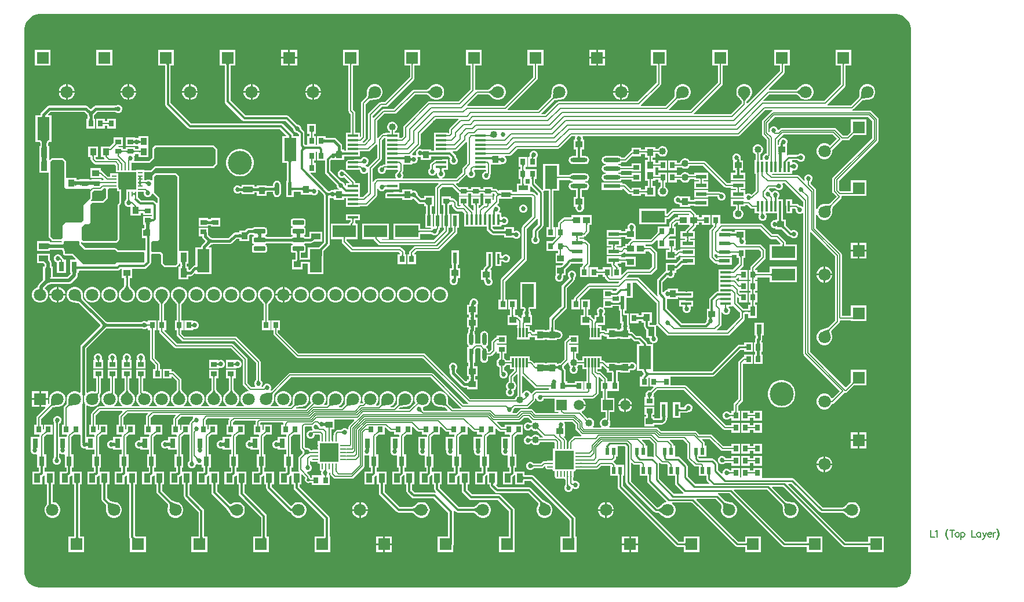
<source format=gtl>
G04*
G04 #@! TF.GenerationSoftware,Altium Limited,Altium Designer,22.10.1 (41)*
G04*
G04 Layer_Physical_Order=1*
G04 Layer_Color=255*
%FSLAX25Y25*%
%MOIN*%
G70*
G04*
G04 #@! TF.SameCoordinates,B9BD54E3-EECD-4B20-9C05-BBB2DA08042D*
G04*
G04*
G04 #@! TF.FilePolarity,Positive*
G04*
G01*
G75*
%ADD12C,0.01500*%
%ADD14C,0.02500*%
%ADD18C,0.01000*%
%ADD19C,0.00600*%
%ADD20C,0.00800*%
%ADD21R,0.03543X0.02953*%
%ADD22R,0.02953X0.03543*%
%ADD23C,0.04000*%
%ADD24R,0.13386X0.07087*%
%ADD25R,0.06102X0.02362*%
%ADD26R,0.03937X0.03740*%
%ADD27R,0.03740X0.03937*%
%ADD28R,0.05906X0.01575*%
%ADD29R,0.03543X0.05315*%
G04:AMPARAMS|DCode=30|XSize=71.07mil|YSize=24.1mil|CornerRadius=12.05mil|HoleSize=0mil|Usage=FLASHONLY|Rotation=90.000|XOffset=0mil|YOffset=0mil|HoleType=Round|Shape=RoundedRectangle|*
%AMROUNDEDRECTD30*
21,1,0.07107,0.00000,0,0,90.0*
21,1,0.04697,0.02410,0,0,90.0*
1,1,0.02410,0.00000,0.02349*
1,1,0.02410,0.00000,-0.02349*
1,1,0.02410,0.00000,-0.02349*
1,1,0.02410,0.00000,0.02349*
%
%ADD30ROUNDEDRECTD30*%
%ADD31R,0.02410X0.07107*%
%ADD32R,0.05512X0.03150*%
%ADD33R,0.02362X0.04331*%
%ADD34R,0.02362X0.07087*%
%ADD35R,0.01181X0.05512*%
%ADD36R,0.02362X0.07480*%
%ADD37R,0.03150X0.05512*%
%ADD38O,0.03543X0.00984*%
%ADD39O,0.00984X0.03543*%
%ADD40R,0.11024X0.11024*%
%ADD41R,0.01575X0.05906*%
G04:AMPARAMS|DCode=42|XSize=97.21mil|YSize=24.49mil|CornerRadius=12.25mil|HoleSize=0mil|Usage=FLASHONLY|Rotation=180.000|XOffset=0mil|YOffset=0mil|HoleType=Round|Shape=RoundedRectangle|*
%AMROUNDEDRECTD42*
21,1,0.09721,0.00000,0,0,180.0*
21,1,0.07272,0.02449,0,0,180.0*
1,1,0.02449,-0.03636,0.00000*
1,1,0.02449,0.03636,0.00000*
1,1,0.02449,0.03636,0.00000*
1,1,0.02449,-0.03636,0.00000*
%
%ADD42ROUNDEDRECTD42*%
%ADD43R,0.09721X0.02449*%
%ADD44R,0.02362X0.06102*%
%ADD45R,0.02410X0.07378*%
G04:AMPARAMS|DCode=46|XSize=73.78mil|YSize=24.1mil|CornerRadius=12.05mil|HoleSize=0mil|Usage=FLASHONLY|Rotation=270.000|XOffset=0mil|YOffset=0mil|HoleType=Round|Shape=RoundedRectangle|*
%AMROUNDEDRECTD46*
21,1,0.07378,0.00000,0,0,270.0*
21,1,0.04968,0.02410,0,0,270.0*
1,1,0.02410,0.00000,-0.02484*
1,1,0.02410,0.00000,0.02484*
1,1,0.02410,0.00000,0.02484*
1,1,0.02410,0.00000,-0.02484*
%
%ADD46ROUNDEDRECTD46*%
G04:AMPARAMS|DCode=47|XSize=25.59mil|YSize=64.96mil|CornerRadius=1.92mil|HoleSize=0mil|Usage=FLASHONLY|Rotation=270.000|XOffset=0mil|YOffset=0mil|HoleType=Round|Shape=RoundedRectangle|*
%AMROUNDEDRECTD47*
21,1,0.02559,0.06112,0,0,270.0*
21,1,0.02175,0.06496,0,0,270.0*
1,1,0.00384,-0.03056,-0.01088*
1,1,0.00384,-0.03056,0.01088*
1,1,0.00384,0.03056,0.01088*
1,1,0.00384,0.03056,-0.01088*
%
%ADD47ROUNDEDRECTD47*%
%ADD48R,0.15748X0.05906*%
%ADD49R,0.07874X0.07874*%
%ADD50R,0.09646X0.09646*%
%ADD51R,0.02756X0.00984*%
%ADD52R,0.00984X0.02756*%
%ADD53R,0.05315X0.03543*%
%ADD54R,0.07874X0.07874*%
%ADD55R,0.07087X0.13386*%
%ADD93C,0.00500*%
%ADD94C,0.01200*%
%ADD95C,0.02000*%
%ADD96C,0.03000*%
%ADD97C,0.07087*%
%ADD98C,0.13780*%
%ADD99R,0.07087X0.07087*%
%ADD100R,0.07087X0.07087*%
%ADD101R,0.05906X0.05906*%
%ADD102C,0.05906*%
%ADD103C,0.02700*%
%ADD104C,0.01968*%
%ADD105C,0.02362*%
G36*
X600500Y430000D02*
X600500Y430000D01*
X601436Y430000D01*
X603271Y429635D01*
X605000Y428919D01*
X606556Y427879D01*
X607879Y426556D01*
X608919Y425000D01*
X609635Y423271D01*
X610000Y421436D01*
X610000Y420500D01*
X610000Y109500D01*
X610000Y109500D01*
Y108564D01*
X609635Y106729D01*
X608919Y105000D01*
X607879Y103444D01*
X606556Y102121D01*
X605000Y101081D01*
X603271Y100365D01*
X601436Y100000D01*
X109500D01*
X109500Y100000D01*
X108564Y100000D01*
X106729Y100365D01*
X105000Y101081D01*
X103444Y102121D01*
X102121Y103444D01*
X101081Y105000D01*
X100365Y106729D01*
X100000Y108564D01*
X100000Y109500D01*
Y420500D01*
X100000Y420500D01*
X100000Y420500D01*
X100000Y421436D01*
X100365Y423271D01*
X101081Y425000D01*
X102121Y426556D01*
X103444Y427879D01*
X105000Y428919D01*
X106729Y429635D01*
X108564Y430000D01*
X109500Y430000D01*
X600500Y430000D01*
X600500Y430000D01*
D02*
G37*
%LPC*%
G36*
X433955Y409386D02*
X429912D01*
Y405342D01*
X433955D01*
Y409386D01*
D02*
G37*
G36*
X428912D02*
X424868D01*
Y405342D01*
X428912D01*
Y409386D01*
D02*
G37*
G36*
X256832D02*
X252788D01*
Y405342D01*
X256832D01*
Y409386D01*
D02*
G37*
G36*
X251788D02*
X247745D01*
Y405342D01*
X251788D01*
Y409386D01*
D02*
G37*
G36*
X433955Y404343D02*
X429912D01*
Y400299D01*
X433955D01*
Y404343D01*
D02*
G37*
G36*
X428912D02*
X424868D01*
Y400299D01*
X428912D01*
Y404343D01*
D02*
G37*
G36*
X256832D02*
X252788D01*
Y400299D01*
X256832D01*
Y404343D01*
D02*
G37*
G36*
X251788D02*
X247745D01*
Y400299D01*
X251788D01*
Y404343D01*
D02*
G37*
G36*
X150558Y409386D02*
X141471D01*
Y400299D01*
X150558D01*
Y409386D01*
D02*
G37*
G36*
X115133D02*
X106046D01*
Y400299D01*
X115133D01*
Y409386D01*
D02*
G37*
G36*
X443789Y389701D02*
X443691D01*
Y385658D01*
X447734D01*
Y385756D01*
X447425Y386911D01*
X446827Y387947D01*
X445981Y388793D01*
X444945Y389391D01*
X443789Y389701D01*
D02*
G37*
G36*
X442691D02*
X442593D01*
X441437Y389391D01*
X440402Y388793D01*
X439556Y387947D01*
X438958Y386911D01*
X438648Y385756D01*
Y385658D01*
X442691D01*
Y389701D01*
D02*
G37*
G36*
X266666D02*
X266568D01*
Y385658D01*
X270611D01*
Y385756D01*
X270302Y386911D01*
X269703Y387947D01*
X268858Y388793D01*
X267822Y389391D01*
X266666Y389701D01*
D02*
G37*
G36*
X265568D02*
X265470D01*
X264314Y389391D01*
X263278Y388793D01*
X262432Y387947D01*
X261834Y386911D01*
X261525Y385756D01*
Y385658D01*
X265568D01*
Y389701D01*
D02*
G37*
G36*
X231241D02*
X231143D01*
Y385658D01*
X235187D01*
Y385756D01*
X234877Y386911D01*
X234279Y387947D01*
X233433Y388793D01*
X232397Y389391D01*
X231241Y389701D01*
D02*
G37*
G36*
X230143D02*
X230045D01*
X228890Y389391D01*
X227854Y388793D01*
X227008Y387947D01*
X226410Y386911D01*
X226100Y385756D01*
Y385658D01*
X230143D01*
Y389701D01*
D02*
G37*
G36*
X195817D02*
X195719D01*
Y385658D01*
X199762D01*
Y385756D01*
X199452Y386911D01*
X198854Y387947D01*
X198008Y388793D01*
X196972Y389391D01*
X195817Y389701D01*
D02*
G37*
G36*
X194719D02*
X194621D01*
X193465Y389391D01*
X192429Y388793D01*
X191583Y387947D01*
X190985Y386911D01*
X190675Y385756D01*
Y385658D01*
X194719D01*
Y389701D01*
D02*
G37*
G36*
X160392D02*
X160294D01*
Y385658D01*
X164337D01*
Y385756D01*
X164028Y386911D01*
X163429Y387947D01*
X162584Y388793D01*
X161548Y389391D01*
X160392Y389701D01*
D02*
G37*
G36*
X159294D02*
X159196D01*
X158040Y389391D01*
X157004Y388793D01*
X156158Y387947D01*
X155560Y386911D01*
X155251Y385756D01*
Y385658D01*
X159294D01*
Y389701D01*
D02*
G37*
G36*
X124967D02*
X124869D01*
Y385658D01*
X128913D01*
Y385756D01*
X128603Y386911D01*
X128005Y387947D01*
X127159Y388793D01*
X126123Y389391D01*
X124967Y389701D01*
D02*
G37*
G36*
X123869D02*
X123771D01*
X122616Y389391D01*
X121580Y388793D01*
X120734Y387947D01*
X120136Y386911D01*
X119826Y385756D01*
Y385658D01*
X123869D01*
Y389701D01*
D02*
G37*
G36*
X575654Y409386D02*
X566567D01*
Y400299D01*
X569785D01*
Y389659D01*
X560051Y379925D01*
X525195D01*
X524988Y380426D01*
X528395Y383832D01*
X543812D01*
X543825Y383831D01*
X543910Y383807D01*
X544059Y383743D01*
X544259Y383633D01*
X544502Y383475D01*
X544767Y383279D01*
X545821Y382348D01*
X546215Y381955D01*
X546297Y381900D01*
X546675Y381522D01*
X547711Y380924D01*
X548867Y380614D01*
X550063D01*
X551219Y380924D01*
X552255Y381522D01*
X553101Y382368D01*
X553699Y383404D01*
X554008Y384559D01*
Y385756D01*
X553699Y386911D01*
X553101Y387947D01*
X552255Y388793D01*
X551219Y389391D01*
X550063Y389701D01*
X548867D01*
X547711Y389391D01*
X546675Y388793D01*
X546302Y388420D01*
X546225Y388369D01*
X545439Y387608D01*
X544774Y387041D01*
X544502Y386840D01*
X544259Y386682D01*
X544059Y386572D01*
X543910Y386508D01*
X543825Y386484D01*
X543812Y386483D01*
X528359D01*
X528152Y386983D01*
X537047Y395879D01*
X537335Y396309D01*
X537436Y396816D01*
Y400299D01*
X540229D01*
Y409386D01*
X531142D01*
Y400299D01*
X534785D01*
Y397365D01*
X515866Y378446D01*
X515366Y378653D01*
Y379504D01*
X515367Y379518D01*
X515391Y379603D01*
X515455Y379751D01*
X515565Y379952D01*
X515723Y380195D01*
X515919Y380459D01*
X516850Y381513D01*
X517243Y381908D01*
X517298Y381990D01*
X517676Y382368D01*
X518274Y383404D01*
X518584Y384559D01*
Y385756D01*
X518274Y386911D01*
X517676Y387947D01*
X516830Y388793D01*
X515794Y389391D01*
X514639Y389701D01*
X513442D01*
X512287Y389391D01*
X511251Y388793D01*
X510405Y387947D01*
X509807Y386911D01*
X509497Y385756D01*
Y384559D01*
X509807Y383404D01*
X510405Y382368D01*
X510778Y381994D01*
X510828Y381917D01*
X511590Y381132D01*
X512157Y380467D01*
X512358Y380195D01*
X512516Y379952D01*
X512626Y379751D01*
X512690Y379603D01*
X512714Y379518D01*
X512715Y379504D01*
Y378690D01*
X506351Y372325D01*
X485168D01*
X484961Y372826D01*
X501198Y389063D01*
X501485Y389493D01*
X501586Y390000D01*
X501586Y390000D01*
Y400299D01*
X504804D01*
Y409386D01*
X495718D01*
Y400299D01*
X498936D01*
Y390549D01*
X483112Y374726D01*
X470765D01*
X470558Y375225D01*
X475556Y380223D01*
X475566Y380231D01*
X475643Y380275D01*
X475793Y380335D01*
X476012Y380399D01*
X476297Y380458D01*
X476622Y380507D01*
X478026Y380594D01*
X478582Y380595D01*
X478679Y380614D01*
X479214D01*
X480369Y380924D01*
X481405Y381522D01*
X482251Y382368D01*
X482850Y383404D01*
X483159Y384559D01*
Y385756D01*
X482850Y386911D01*
X482251Y387947D01*
X481405Y388793D01*
X480369Y389391D01*
X479214Y389701D01*
X478018D01*
X476862Y389391D01*
X475826Y388793D01*
X474980Y387947D01*
X474382Y386911D01*
X474073Y385756D01*
Y385227D01*
X474053Y385137D01*
X474037Y384044D01*
X473967Y383173D01*
X473917Y382838D01*
X473857Y382554D01*
X473793Y382335D01*
X473733Y382185D01*
X473690Y382108D01*
X473681Y382097D01*
X468709Y377126D01*
X454707D01*
X454500Y377625D01*
X465773Y388899D01*
X466061Y389329D01*
X466162Y389836D01*
Y400299D01*
X469380D01*
Y409386D01*
X460293D01*
Y400299D01*
X463511D01*
Y390385D01*
X452751Y379626D01*
X407200D01*
X406693Y379525D01*
X406263Y379237D01*
X399351Y372325D01*
X397516D01*
X397309Y372826D01*
X404706Y380223D01*
X404717Y380231D01*
X404794Y380274D01*
X404944Y380335D01*
X405163Y380399D01*
X405447Y380458D01*
X405772Y380507D01*
X407176Y380594D01*
X407733Y380595D01*
X407830Y380614D01*
X408365D01*
X409520Y380924D01*
X410556Y381522D01*
X411402Y382368D01*
X412000Y383404D01*
X412310Y384559D01*
Y385756D01*
X412000Y386911D01*
X411402Y387947D01*
X410556Y388793D01*
X409520Y389391D01*
X408365Y389701D01*
X407168D01*
X406013Y389391D01*
X404977Y388793D01*
X404131Y387947D01*
X403533Y386911D01*
X403223Y385756D01*
Y385227D01*
X403204Y385137D01*
X403187Y384044D01*
X403118Y383172D01*
X403067Y382838D01*
X403008Y382554D01*
X402944Y382335D01*
X402883Y382185D01*
X402840Y382108D01*
X402832Y382097D01*
X395460Y374726D01*
X378107D01*
X377900Y375225D01*
X394924Y392250D01*
X395212Y392680D01*
X395312Y393187D01*
Y400299D01*
X398530D01*
Y409386D01*
X389444D01*
Y400299D01*
X392661D01*
Y393736D01*
X376051Y377126D01*
X355007D01*
X354800Y377625D01*
X361006Y383832D01*
X366689D01*
X366702Y383831D01*
X366787Y383807D01*
X366935Y383743D01*
X367136Y383633D01*
X367379Y383475D01*
X367643Y383279D01*
X368697Y382348D01*
X369092Y381955D01*
X369174Y381900D01*
X369552Y381522D01*
X370588Y380924D01*
X371744Y380614D01*
X372940D01*
X374096Y380924D01*
X375132Y381522D01*
X375977Y382368D01*
X376575Y383404D01*
X376885Y384559D01*
Y385756D01*
X376575Y386911D01*
X375977Y387947D01*
X375132Y388793D01*
X374096Y389391D01*
X372940Y389701D01*
X371744D01*
X370588Y389391D01*
X369552Y388793D01*
X369179Y388420D01*
X369101Y388369D01*
X368316Y387608D01*
X367651Y387041D01*
X367379Y386840D01*
X367136Y386682D01*
X366935Y386572D01*
X366787Y386508D01*
X366702Y386484D01*
X366689Y386483D01*
X360457D01*
X359950Y386382D01*
X359825Y386299D01*
X359326Y386566D01*
Y400299D01*
X363106D01*
Y409386D01*
X354019D01*
Y400299D01*
X356675D01*
Y386643D01*
X349757Y379726D01*
X332800D01*
X332293Y379625D01*
X331863Y379337D01*
X318363Y365837D01*
X318075Y365407D01*
X317974Y364900D01*
Y359849D01*
X316849Y358723D01*
X315572D01*
Y361744D01*
X312944D01*
Y362301D01*
X313461Y362599D01*
X314019Y363158D01*
X314415Y363842D01*
X314619Y364605D01*
Y365395D01*
X314415Y366158D01*
X314019Y366842D01*
X313461Y367401D01*
X312777Y367796D01*
X312014Y368000D01*
X311224D01*
X310461Y367796D01*
X309777Y367401D01*
X309218Y366842D01*
X308823Y366158D01*
X308619Y365395D01*
Y364605D01*
X308823Y363842D01*
X309218Y363158D01*
X309777Y362599D01*
X310293Y362301D01*
Y361744D01*
X307666D01*
Y361282D01*
X306457D01*
X305949Y361181D01*
X305520Y360894D01*
X303326Y358700D01*
X303070Y358745D01*
X302825Y358883D01*
Y368451D01*
X307049Y372674D01*
X313000D01*
X313507Y372775D01*
X313937Y373063D01*
X324707Y383832D01*
X331264D01*
X331277Y383831D01*
X331362Y383807D01*
X331511Y383743D01*
X331711Y383633D01*
X331955Y383475D01*
X332219Y383279D01*
X333273Y382348D01*
X333667Y381955D01*
X333749Y381900D01*
X334128Y381522D01*
X335163Y380924D01*
X336319Y380614D01*
X337515D01*
X338671Y380924D01*
X339707Y381522D01*
X340553Y382368D01*
X341151Y383404D01*
X341460Y384559D01*
Y385756D01*
X341151Y386911D01*
X340553Y387947D01*
X339707Y388793D01*
X338671Y389391D01*
X337515Y389701D01*
X336319D01*
X335163Y389391D01*
X334128Y388793D01*
X333754Y388420D01*
X333677Y388369D01*
X332892Y387608D01*
X332226Y387041D01*
X331955Y386840D01*
X331711Y386682D01*
X331511Y386572D01*
X331362Y386508D01*
X331277Y386484D01*
X331264Y386483D01*
X324158D01*
X323650Y386382D01*
X323220Y386095D01*
X312451Y375325D01*
X306500D01*
X305993Y375225D01*
X305563Y374937D01*
X300826Y370200D01*
X300325Y370407D01*
Y371451D01*
X305549Y376675D01*
X308000D01*
X308507Y376775D01*
X308937Y377063D01*
X324075Y392200D01*
X324362Y392630D01*
X324463Y393138D01*
Y400299D01*
X327681D01*
Y409386D01*
X318594D01*
Y400299D01*
X321812D01*
Y393687D01*
X307451Y379326D01*
X305000D01*
X304493Y379225D01*
X304063Y378937D01*
X298063Y372937D01*
X297775Y372507D01*
X297674Y372000D01*
Y358549D01*
X295290Y356164D01*
X294697D01*
X294490Y356664D01*
X295937Y358111D01*
X296225Y358541D01*
X296325Y359049D01*
Y378116D01*
X298432Y380223D01*
X298443Y380231D01*
X298520Y380275D01*
X298670Y380335D01*
X298889Y380399D01*
X299173Y380458D01*
X299498Y380507D01*
X300903Y380594D01*
X301459Y380595D01*
X301556Y380614D01*
X302091D01*
X303246Y380924D01*
X304282Y381522D01*
X305128Y382368D01*
X305726Y383404D01*
X306036Y384559D01*
Y385756D01*
X305726Y386911D01*
X305128Y387947D01*
X304282Y388793D01*
X303246Y389391D01*
X302091Y389701D01*
X300894D01*
X299739Y389391D01*
X298703Y388793D01*
X297857Y387947D01*
X297259Y386911D01*
X296949Y385756D01*
Y385227D01*
X296930Y385137D01*
X296914Y384044D01*
X296844Y383173D01*
X296794Y382838D01*
X296734Y382554D01*
X296670Y382335D01*
X296609Y382185D01*
X296566Y382108D01*
X296558Y382097D01*
X294063Y379602D01*
X293775Y379172D01*
X293674Y378665D01*
Y359693D01*
X293429Y359499D01*
X292934Y359721D01*
Y361744D01*
X290307D01*
Y373019D01*
X290206Y373526D01*
X289918Y373956D01*
X289038Y374836D01*
Y400299D01*
X292256D01*
Y409386D01*
X283170D01*
Y400299D01*
X286388D01*
Y374287D01*
X286489Y373780D01*
X286776Y373350D01*
X287656Y372470D01*
Y361744D01*
X285028D01*
Y358169D01*
Y355610D01*
Y351352D01*
X283870D01*
Y351921D01*
X282900D01*
X282863Y351929D01*
X282784Y352416D01*
Y354000D01*
X282648Y354683D01*
X282262Y355262D01*
X279262Y358262D01*
X278683Y358648D01*
X278000Y358784D01*
X273395D01*
X273304Y358792D01*
X273232Y358804D01*
Y359772D01*
X268280D01*
Y354631D01*
X267721D01*
Y359772D01*
X266569D01*
Y361228D01*
X267721D01*
Y366772D01*
X262768D01*
Y361228D01*
X263919D01*
Y359772D01*
X262768D01*
Y354631D01*
X262239D01*
X262135Y354643D01*
X261992Y354670D01*
X261856Y354708D01*
X261727Y354755D01*
X261602Y354813D01*
X261480Y354882D01*
X261360Y354964D01*
X261278Y355030D01*
X261131Y355176D01*
Y361500D01*
X261007Y362124D01*
X260653Y362653D01*
X259449Y363858D01*
X259427Y363887D01*
X259401Y363927D01*
X259384Y363958D01*
X259374Y363979D01*
X259370Y363989D01*
X259369Y364030D01*
X259350Y364106D01*
Y364467D01*
X258992Y365331D01*
X258331Y365992D01*
X257467Y366350D01*
X257106D01*
X257030Y366369D01*
X256989Y366370D01*
X256979Y366374D01*
X256958Y366384D01*
X256927Y366401D01*
X256887Y366427D01*
X256858Y366449D01*
X252153Y371153D01*
X251624Y371507D01*
X251000Y371631D01*
X227176D01*
X218495Y380312D01*
Y400299D01*
X221407D01*
Y409386D01*
X212320D01*
Y400299D01*
X215232D01*
Y379636D01*
X215357Y379012D01*
X215710Y378483D01*
X225346Y368847D01*
X225876Y368493D01*
X226500Y368369D01*
X250324D01*
X254551Y364142D01*
X254573Y364113D01*
X254599Y364073D01*
X254616Y364042D01*
X254626Y364021D01*
X254630Y364011D01*
X254631Y363970D01*
X254650Y363894D01*
Y363533D01*
X255008Y362669D01*
X255669Y362008D01*
X256533Y361650D01*
X256894D01*
X256970Y361631D01*
X257011Y361630D01*
X257021Y361626D01*
X257042Y361616D01*
X257073Y361599D01*
X257113Y361573D01*
X257142Y361550D01*
X257869Y360824D01*
Y360058D01*
X257543Y359693D01*
X257369Y359693D01*
X254631D01*
Y360100D01*
X254507Y360724D01*
X254153Y361253D01*
X248753Y366653D01*
X248224Y367007D01*
X247600Y367131D01*
X195876D01*
X184111Y378896D01*
Y400299D01*
X185982D01*
Y409386D01*
X176896D01*
Y400299D01*
X180848D01*
Y378221D01*
X180972Y377596D01*
X181326Y377067D01*
X194046Y364347D01*
X194576Y363993D01*
X195200Y363869D01*
X246924D01*
X250638Y360155D01*
X250447Y359693D01*
X248457D01*
Y344307D01*
X251109D01*
Y334054D01*
X250535D01*
Y333080D01*
X250528Y333042D01*
X250535Y333004D01*
Y332954D01*
X250533Y332934D01*
X250535Y332928D01*
Y324676D01*
X254945D01*
Y327734D01*
X259130D01*
Y325984D01*
X264870D01*
X264870Y325984D01*
X265349Y325933D01*
X266033Y325650D01*
X266967D01*
X267831Y326008D01*
X268492Y326669D01*
X268850Y327533D01*
Y328467D01*
X268731Y328755D01*
X269155Y329038D01*
X271970Y326222D01*
X272036Y326140D01*
X272118Y326020D01*
X272187Y325898D01*
X272245Y325773D01*
X272292Y325644D01*
X272330Y325508D01*
X272357Y325365D01*
X272369Y325261D01*
Y298676D01*
X270029Y296336D01*
X269595Y295954D01*
X269405Y295810D01*
X269247Y295705D01*
X269224Y295693D01*
X263007D01*
Y289631D01*
X259131D01*
Y292697D01*
X260556D01*
X261021Y292790D01*
X261415Y293053D01*
X261679Y293447D01*
X261771Y293912D01*
Y296088D01*
X261679Y296553D01*
X261415Y296947D01*
X261021Y297210D01*
X260847Y297245D01*
Y297755D01*
X261021Y297790D01*
X261206Y297913D01*
X261322Y297972D01*
X261361Y298016D01*
X261415Y298053D01*
X261484Y298156D01*
X261563Y298176D01*
X261670Y298195D01*
X261915Y298216D01*
X264714D01*
X265397Y298352D01*
X265975Y298738D01*
X266422Y299185D01*
X271158D01*
Y304728D01*
X263843D01*
Y301784D01*
X261886D01*
X261829Y301786D01*
X261684Y301803D01*
X261563Y301824D01*
X261484Y301844D01*
X261415Y301947D01*
X261361Y301984D01*
X261322Y302028D01*
X261206Y302087D01*
X261021Y302210D01*
X260847Y302245D01*
Y302755D01*
X261021Y302790D01*
X261415Y303053D01*
X261679Y303447D01*
X261771Y303912D01*
Y306088D01*
X261679Y306553D01*
X261415Y306947D01*
X261021Y307210D01*
X260847Y307245D01*
Y307755D01*
X261021Y307790D01*
X261415Y308053D01*
X261679Y308447D01*
X261771Y308912D01*
Y311088D01*
X261679Y311553D01*
X261415Y311947D01*
X261021Y312210D01*
X260556Y312303D01*
X254444D01*
X253979Y312210D01*
X253585Y311947D01*
X253321Y311553D01*
X253229Y311088D01*
Y308912D01*
X253321Y308447D01*
X253585Y308053D01*
X253979Y307790D01*
X254153Y307755D01*
Y307245D01*
X253979Y307210D01*
X253585Y306947D01*
X253321Y306553D01*
X253229Y306088D01*
Y303912D01*
X253321Y303447D01*
X253585Y303053D01*
X253979Y302790D01*
X254153Y302755D01*
Y302245D01*
X253979Y302210D01*
X253794Y302087D01*
X253678Y302028D01*
X253639Y301984D01*
X253585Y301947D01*
X253516Y301844D01*
X253437Y301824D01*
X253330Y301805D01*
X253085Y301784D01*
X239642D01*
X239585Y301786D01*
X239440Y301803D01*
X239319Y301824D01*
X239240Y301844D01*
X239171Y301947D01*
X239117Y301984D01*
X239078Y302028D01*
X238962Y302087D01*
X238777Y302210D01*
X238602Y302245D01*
Y302755D01*
X238777Y302790D01*
X239171Y303053D01*
X239435Y303447D01*
X239527Y303912D01*
Y306088D01*
X239435Y306553D01*
X239171Y306947D01*
X238777Y307210D01*
X238312Y307303D01*
X232200D01*
X231735Y307210D01*
X231550Y307087D01*
X231434Y307028D01*
X231395Y306984D01*
X231341Y306947D01*
X231272Y306844D01*
X231193Y306824D01*
X231086Y306805D01*
X230840Y306784D01*
X228953D01*
X228953Y306784D01*
X228270Y306648D01*
X227691Y306262D01*
X226945Y305516D01*
X223630D01*
Y304351D01*
X223558Y304340D01*
X223467Y304331D01*
X221247D01*
X220564Y304196D01*
X219986Y303809D01*
X219986Y303809D01*
X217361Y301184D01*
X208335D01*
X208180Y301201D01*
X207982Y301239D01*
X207792Y301291D01*
X207611Y301358D01*
X207436Y301439D01*
X207265Y301536D01*
X207098Y301650D01*
X206977Y301747D01*
X205777Y302946D01*
Y303163D01*
X205779Y303173D01*
X205777Y303183D01*
Y303918D01*
X205777Y303918D01*
X205772Y303946D01*
Y307120D01*
X200228D01*
Y302168D01*
X202217D01*
X202344Y301524D01*
X202731Y300945D01*
X204003Y299674D01*
X204003Y299126D01*
X202203Y297326D01*
X201816Y296747D01*
X201680Y296064D01*
Y295736D01*
X201677Y295693D01*
X198457D01*
Y285677D01*
X198085Y285370D01*
X197403Y285234D01*
X196824Y284847D01*
X196824Y284847D01*
X194815Y282838D01*
X194315Y282915D01*
Y284658D01*
X193347D01*
X193336Y284729D01*
X193328Y284821D01*
Y286179D01*
X193336Y286271D01*
X193347Y286343D01*
X194315D01*
Y293657D01*
X189020D01*
Y312130D01*
X189004Y312209D01*
Y317791D01*
X189020Y317870D01*
Y319630D01*
X189004Y319709D01*
Y325291D01*
X189020Y325370D01*
Y336500D01*
X188942Y336890D01*
X188721Y337221D01*
X187721Y338221D01*
X187390Y338442D01*
X187000Y338520D01*
X175500D01*
X175110Y338442D01*
X174779Y338221D01*
X173779Y337221D01*
X173558Y336890D01*
X173480Y336500D01*
Y334496D01*
X173019Y334305D01*
X172831Y334492D01*
X171967Y334850D01*
X171033D01*
X170723Y334722D01*
X170640Y334708D01*
X170516Y334661D01*
X170267Y334583D01*
X170171Y334558D01*
X169920Y334509D01*
X169823Y334496D01*
X169642Y334483D01*
X168905D01*
Y338980D01*
X172500D01*
X172890Y339058D01*
X173221Y339279D01*
X175422Y341480D01*
X208500D01*
X208890Y341558D01*
X209221Y341779D01*
X209221Y341779D01*
X210721Y343279D01*
X210942Y343610D01*
X211020Y344000D01*
Y352000D01*
X210942Y352390D01*
X210721Y352721D01*
X209221Y354221D01*
X208890Y354442D01*
X208500Y354520D01*
X175500D01*
X175110Y354442D01*
X174779Y354221D01*
X173779Y353221D01*
X173558Y352890D01*
X173480Y352500D01*
Y347422D01*
X171578Y345520D01*
X163472D01*
X163137Y346020D01*
X163350Y346533D01*
Y347467D01*
X163125Y348012D01*
X163459Y348512D01*
X163772D01*
Y349561D01*
X165630D01*
Y347823D01*
X171370D01*
Y353728D01*
Y359665D01*
X165630D01*
Y359088D01*
X165214Y358811D01*
X165119Y358850D01*
X164184D01*
X164046Y358793D01*
X163772Y358976D01*
Y358976D01*
X158228D01*
Y354024D01*
X163772D01*
Y354024D01*
X164046Y354207D01*
X164184Y354150D01*
X165119D01*
X165214Y354189D01*
X165630Y353912D01*
Y352416D01*
X163772D01*
Y353465D01*
X158228D01*
Y352416D01*
X156772D01*
Y353465D01*
X154229D01*
X153948Y353965D01*
X153974Y354006D01*
X154011Y354024D01*
X156772D01*
Y358976D01*
X151228D01*
Y355763D01*
X151133Y355651D01*
X149241Y353760D01*
X148903D01*
X148867Y353767D01*
X148827Y353760D01*
X144130D01*
Y347823D01*
X145602D01*
X145681Y347422D01*
X145991Y346959D01*
X146061Y346889D01*
X145869Y346427D01*
X141591D01*
X140927Y347091D01*
Y347823D01*
X142370D01*
Y353760D01*
X136630D01*
Y347823D01*
X138073D01*
Y346500D01*
X138073Y346500D01*
X138181Y345954D01*
X138491Y345491D01*
X139991Y343991D01*
X140454Y343681D01*
X141000Y343573D01*
X141000Y343573D01*
X151909D01*
X152634Y342847D01*
Y339122D01*
X161038D01*
X161133Y339058D01*
X161524Y338980D01*
X164150D01*
Y337350D01*
Y333492D01*
Y328917D01*
X158539D01*
Y324161D01*
X158604D01*
Y323550D01*
X158600Y323535D01*
X158591Y323508D01*
X158578Y323476D01*
X158557Y323439D01*
X158529Y323396D01*
X158491Y323346D01*
X158441Y323291D01*
X158359Y323209D01*
X158305Y323128D01*
X158008Y322831D01*
X157650Y321967D01*
Y321033D01*
X158008Y320169D01*
X158669Y319508D01*
X159533Y319150D01*
X160467D01*
X160714Y319252D01*
X161130Y318974D01*
Y314032D01*
X166870D01*
Y315573D01*
X168228D01*
Y314327D01*
X173369D01*
Y313768D01*
X168228D01*
Y309865D01*
X168221Y309827D01*
X168228Y309789D01*
Y308815D01*
X168897D01*
X168922Y308696D01*
X168961Y308285D01*
Y307412D01*
X168948Y307263D01*
X168912Y307049D01*
X168872Y306897D01*
X168860Y306870D01*
X167484D01*
Y301130D01*
X169569D01*
Y294040D01*
X169069Y293817D01*
X168906Y293926D01*
X168516Y294004D01*
X163209D01*
X163130Y294020D01*
X153922D01*
X152721Y295221D01*
X152390Y295442D01*
X152000Y295520D01*
X134922D01*
X132520Y297922D01*
Y298831D01*
X132965Y299052D01*
X133002Y299056D01*
X133279Y298779D01*
X133610Y298558D01*
X134000Y298480D01*
X152500D01*
X152890Y298558D01*
X153221Y298779D01*
X154221Y299779D01*
X154442Y300110D01*
X154520Y300500D01*
Y320078D01*
X155221Y320779D01*
X155442Y321110D01*
X155520Y321500D01*
Y324161D01*
X155618D01*
Y328917D01*
X155221D01*
X155221Y328918D01*
X154890Y329139D01*
X154500Y329216D01*
X154244D01*
Y329634D01*
X154166Y330024D01*
X153945Y330355D01*
X153945Y330355D01*
Y333492D01*
Y338405D01*
X149189D01*
Y336412D01*
X148107D01*
X145009Y339509D01*
X144546Y339819D01*
X144000Y339927D01*
X143921Y340414D01*
Y341370D01*
X137984D01*
Y335630D01*
X143921D01*
Y335907D01*
X144383Y336098D01*
X145515Y334967D01*
X145323Y334505D01*
X144272D01*
Y334976D01*
X138728D01*
Y334736D01*
X137523D01*
X137272Y334747D01*
Y334976D01*
X136312D01*
X136278Y334984D01*
X136269Y334982D01*
X136260Y334984D01*
X136222Y334976D01*
X132779D01*
X132740Y334984D01*
X132731Y334982D01*
X132722Y334984D01*
X132688Y334976D01*
X131728D01*
Y334766D01*
X131318Y334736D01*
X130402D01*
X130261Y334748D01*
X130046Y334782D01*
X129892Y334822D01*
X129870Y334830D01*
Y335665D01*
X128896D01*
X128858Y335673D01*
X128820Y335665D01*
X128763D01*
X128746Y335667D01*
X128742Y335665D01*
X124130D01*
X124020Y336120D01*
Y345000D01*
X123942Y345390D01*
X123721Y345721D01*
X123721Y345721D01*
X122721Y346721D01*
X122390Y346942D01*
X122000Y347020D01*
X116000D01*
X115610Y346942D01*
X115279Y346721D01*
X114752Y346194D01*
X114237Y346196D01*
X114193Y346244D01*
X114150Y346347D01*
X114228Y346843D01*
X114228D01*
Y347816D01*
X114236Y347854D01*
X114228Y347893D01*
Y353107D01*
X114236Y353146D01*
X114228Y353184D01*
Y354157D01*
X113803D01*
X113802Y354164D01*
X113751Y354920D01*
Y355388D01*
X113769Y355595D01*
X113817Y355884D01*
X113875Y356101D01*
X113933Y356243D01*
X113972Y356307D01*
X115543D01*
Y371693D01*
X113770D01*
X113578Y372155D01*
X115139Y373716D01*
X134626D01*
X135897Y372445D01*
X135994Y372323D01*
X136108Y372156D01*
X136205Y371986D01*
X136286Y371810D01*
X136353Y371629D01*
X136405Y371440D01*
X136443Y371241D01*
X136460Y371087D01*
Y369928D01*
X136453Y369842D01*
X136441Y369772D01*
X135768D01*
Y368798D01*
X135760Y368760D01*
X135768Y368722D01*
Y368664D01*
X135766Y368648D01*
X135768Y368643D01*
Y364228D01*
X140720D01*
Y368643D01*
X140722Y368648D01*
X140720Y368664D01*
Y368722D01*
X140728Y368760D01*
X140720Y368798D01*
Y369772D01*
X140047D01*
X140035Y369842D01*
X140028Y369928D01*
Y371087D01*
X140045Y371241D01*
X140083Y371440D01*
X140136Y371629D01*
X140202Y371810D01*
X140283Y371986D01*
X140380Y372156D01*
X140494Y372323D01*
X140591Y372445D01*
X141862Y373716D01*
X152376D01*
X152460Y373708D01*
X152471Y373706D01*
X152669Y373508D01*
X153533Y373150D01*
X154467D01*
X155331Y373508D01*
X155992Y374169D01*
X156350Y375033D01*
Y375967D01*
X155992Y376831D01*
X155331Y377492D01*
X154467Y377850D01*
X153533D01*
X152669Y377492D01*
X152471Y377294D01*
X152470Y377294D01*
X152343Y377284D01*
X141123D01*
X141123Y377284D01*
X140440Y377149D01*
X139861Y376762D01*
X138436Y375337D01*
X138357Y375282D01*
X138291Y375249D01*
X138257Y375238D01*
X138244Y375237D01*
X138231Y375238D01*
X138197Y375249D01*
X138131Y375282D01*
X138052Y375337D01*
X136627Y376762D01*
X136048Y377149D01*
X135365Y377284D01*
X114400D01*
X114400Y377284D01*
X113717Y377149D01*
X113138Y376762D01*
X113138Y376762D01*
X109738Y373362D01*
X109352Y372783D01*
X109216Y372100D01*
Y371773D01*
X109210Y371705D01*
X109208Y371693D01*
X106457D01*
Y356307D01*
X108942D01*
X108981Y356243D01*
X109038Y356101D01*
X109097Y355884D01*
X109144Y355595D01*
X109163Y355388D01*
Y354816D01*
X109144Y354452D01*
X109115Y354185D01*
X109110Y354157D01*
X108685D01*
Y353184D01*
X108677Y353146D01*
X108685Y353107D01*
Y347893D01*
X108677Y347854D01*
X108685Y347816D01*
Y346843D01*
X108685D01*
X108763Y346653D01*
X108685Y346158D01*
X108685D01*
Y345184D01*
X108677Y345146D01*
X108685Y345107D01*
Y338843D01*
X113980D01*
Y321370D01*
X113996Y321291D01*
Y315709D01*
X113980Y315630D01*
Y314370D01*
X113996Y314291D01*
Y308709D01*
X113980Y308630D01*
Y302000D01*
X114058Y301610D01*
X114279Y301279D01*
X115779Y299779D01*
X116110Y299558D01*
X116500Y299480D01*
X121000D01*
X121072Y299495D01*
X121488Y299079D01*
X121486Y299027D01*
X121480Y299000D01*
Y298871D01*
X121470Y298583D01*
X115121D01*
X115024Y298589D01*
X114792Y298618D01*
X114657Y298646D01*
Y299315D01*
X113684D01*
X113646Y299323D01*
X113607Y299315D01*
X107343D01*
Y293772D01*
X113607D01*
X113646Y293764D01*
X113684Y293772D01*
X114657D01*
Y294441D01*
X114776Y294465D01*
X115188Y294504D01*
X121578D01*
X121779Y294202D01*
X122128Y293854D01*
X122330Y293365D01*
Y292835D01*
X122311Y292788D01*
X122283Y292647D01*
X122239Y292510D01*
X122244Y292454D01*
X122233Y292398D01*
X122261Y292257D01*
X122273Y292114D01*
X122300Y292063D01*
X122311Y292007D01*
X122390Y291888D01*
X122425Y291822D01*
Y291362D01*
X122775D01*
X122818Y291326D01*
X122850Y291279D01*
X122969Y291199D01*
X123079Y291107D01*
X123133Y291090D01*
X123180Y291058D01*
X123321Y291030D01*
X123458Y290987D01*
X123515Y290991D01*
X123571Y290980D01*
X127578D01*
X129458Y289100D01*
X129267Y288638D01*
X126165D01*
Y282176D01*
X126158Y282138D01*
X126165Y282100D01*
Y281126D01*
X126663D01*
X126675Y281046D01*
X126701Y280681D01*
Y280585D01*
X124841Y278725D01*
X116315D01*
Y283607D01*
X116323Y283646D01*
X116315Y283684D01*
Y284658D01*
X115646D01*
X115621Y284776D01*
X115583Y285188D01*
Y286913D01*
X115427Y287694D01*
X114985Y288355D01*
X114697Y288644D01*
Y288685D01*
X114657Y288882D01*
Y292228D01*
X107343D01*
Y286685D01*
X110801D01*
X111504Y286043D01*
Y285121D01*
X111498Y285024D01*
X111468Y284792D01*
X111441Y284658D01*
X110772D01*
Y283684D01*
X110764Y283646D01*
X110772Y283607D01*
Y278393D01*
X110764Y278355D01*
X110772Y278316D01*
Y277383D01*
X110769Y277378D01*
X110626Y277126D01*
X110460Y276881D01*
X110310Y276694D01*
X108185Y274569D01*
X107743Y273907D01*
X107588Y273127D01*
Y272825D01*
X107246Y272734D01*
X106210Y272136D01*
X105365Y271290D01*
X104766Y270254D01*
X104457Y269098D01*
Y267902D01*
X104766Y266746D01*
X105365Y265710D01*
X106210Y264864D01*
X107246Y264266D01*
X108402Y263957D01*
X109598D01*
X110754Y264266D01*
X111790Y264864D01*
X112636Y265710D01*
X113234Y266746D01*
X113543Y267902D01*
Y269098D01*
X113234Y270254D01*
X112636Y271290D01*
X111790Y272135D01*
X111984Y272601D01*
X113194Y273810D01*
X113381Y273960D01*
X113626Y274126D01*
X113878Y274269D01*
X114137Y274389D01*
X114405Y274488D01*
X114684Y274565D01*
X114975Y274620D01*
X115213Y274647D01*
X125686D01*
X126466Y274802D01*
X127128Y275244D01*
X130182Y278298D01*
X130624Y278960D01*
X130779Y279740D01*
Y280749D01*
X130781Y280794D01*
X130803Y281034D01*
X130817Y281126D01*
X131315D01*
Y282100D01*
X131323Y282138D01*
X131742Y282369D01*
X153500D01*
X154124Y282493D01*
X154654Y282846D01*
X155176Y283369D01*
X156079D01*
Y278130D01*
X157471D01*
Y274057D01*
X157470Y274052D01*
X157442Y273929D01*
X157381Y273764D01*
X157283Y273561D01*
X157144Y273324D01*
X156962Y273059D01*
X156744Y272776D01*
X156152Y272108D01*
X155795Y271747D01*
X155741Y271667D01*
X155365Y271290D01*
X154766Y270254D01*
X154457Y269098D01*
Y267902D01*
X154766Y266746D01*
X155365Y265710D01*
X156210Y264864D01*
X157246Y264266D01*
X158402Y263957D01*
X159598D01*
X160754Y264266D01*
X161790Y264864D01*
X162636Y265710D01*
X163234Y266746D01*
X163543Y267902D01*
Y269098D01*
X163234Y270254D01*
X162636Y271290D01*
X162259Y271667D01*
X162205Y271747D01*
X161848Y272108D01*
X161256Y272775D01*
X161038Y273059D01*
X160856Y273324D01*
X160717Y273561D01*
X160618Y273764D01*
X160558Y273929D01*
X160530Y274052D01*
X160529Y274057D01*
Y278130D01*
X162016D01*
Y283369D01*
X169000D01*
X169624Y283493D01*
X170153Y283846D01*
X172353Y286047D01*
X172707Y286576D01*
X172831Y287200D01*
Y291643D01*
X172886Y291724D01*
X173331Y292014D01*
X173500Y291980D01*
X178078D01*
X178518Y291540D01*
X178558Y291338D01*
X178638Y291219D01*
Y286842D01*
X178716Y286452D01*
X178937Y286122D01*
X178937Y286122D01*
X180279Y284779D01*
X180610Y284558D01*
X181000Y284480D01*
X187000Y284480D01*
X187390Y284558D01*
X187721Y284779D01*
X188721Y285779D01*
X188942Y286110D01*
X188988Y286343D01*
X189739D01*
X189751Y286271D01*
X189759Y286179D01*
Y284821D01*
X189751Y284729D01*
X189739Y284658D01*
X188772D01*
Y277343D01*
X194315D01*
Y279196D01*
X194386Y279208D01*
X194478Y279216D01*
X195500D01*
X196183Y279351D01*
X196762Y279738D01*
X197995Y280971D01*
X198457Y280780D01*
Y280307D01*
X207543D01*
Y295693D01*
X206270D01*
X206078Y296155D01*
X206977Y297053D01*
X207098Y297150D01*
X207265Y297264D01*
X207436Y297361D01*
X207611Y297442D01*
X207792Y297509D01*
X207982Y297561D01*
X208180Y297599D01*
X208335Y297616D01*
X218100D01*
X218783Y297751D01*
X219362Y298138D01*
X221986Y300763D01*
X223467D01*
X223558Y300755D01*
X223630Y300743D01*
Y299579D01*
X229370D01*
Y302894D01*
X229692Y303216D01*
X230870D01*
X230927Y303214D01*
X231072Y303197D01*
X231193Y303176D01*
X231272Y303156D01*
X231341Y303053D01*
X231395Y303016D01*
X231434Y302972D01*
X231550Y302913D01*
X231735Y302790D01*
X231909Y302755D01*
Y302245D01*
X231735Y302210D01*
X231341Y301947D01*
X231077Y301553D01*
X230984Y301088D01*
Y298912D01*
X231077Y298447D01*
X231341Y298053D01*
X231735Y297790D01*
X231909Y297755D01*
Y297245D01*
X231735Y297210D01*
X231341Y296947D01*
X231077Y296553D01*
X230984Y296088D01*
Y293912D01*
X231077Y293447D01*
X231341Y293053D01*
X231735Y292790D01*
X232200Y292697D01*
X238312D01*
X238777Y292790D01*
X239171Y293053D01*
X239435Y293447D01*
X239527Y293912D01*
Y296088D01*
X239435Y296553D01*
X239171Y296947D01*
X238777Y297210D01*
X238602Y297245D01*
Y297755D01*
X238777Y297790D01*
X238962Y297913D01*
X239078Y297972D01*
X239117Y298016D01*
X239171Y298053D01*
X239240Y298156D01*
X239319Y298176D01*
X239426Y298195D01*
X239671Y298216D01*
X253114D01*
X253171Y298214D01*
X253316Y298197D01*
X253437Y298176D01*
X253516Y298156D01*
X253585Y298053D01*
X253639Y298016D01*
X253678Y297972D01*
X253794Y297913D01*
X253979Y297790D01*
X254153Y297755D01*
Y297245D01*
X253979Y297210D01*
X253585Y296947D01*
X253321Y296553D01*
X253229Y296088D01*
Y293912D01*
X253321Y293447D01*
X253585Y293053D01*
X253979Y292790D01*
X254444Y292697D01*
X255869D01*
Y288870D01*
X253937D01*
Y283130D01*
X259874D01*
Y286369D01*
X263007D01*
Y280307D01*
X272093D01*
Y290786D01*
X272125Y290943D01*
Y293776D01*
X272373Y294065D01*
X275153Y296847D01*
X275507Y297376D01*
X275631Y298000D01*
Y324117D01*
X275633Y324119D01*
X276131Y324410D01*
X276759Y324150D01*
X277694D01*
X277714Y324158D01*
X278130Y323881D01*
Y322984D01*
X283870D01*
Y324207D01*
X285028D01*
Y321492D01*
Y318933D01*
X292934D01*
Y319395D01*
X296520D01*
X297028Y319496D01*
X297458Y319783D01*
X302437Y324763D01*
X302725Y325193D01*
X302825Y325700D01*
Y329509D01*
X303326Y329609D01*
X303508Y329169D01*
X304169Y328508D01*
X305033Y328150D01*
X305967D01*
X306831Y328508D01*
X307262Y328938D01*
X307666Y329169D01*
X315572D01*
Y332675D01*
X338003D01*
X338194Y332213D01*
X336691Y330709D01*
X336381Y330246D01*
X336273Y329700D01*
X336273Y329700D01*
Y315181D01*
X335519D01*
Y307705D01*
X335381Y307632D01*
X334881Y307931D01*
Y314052D01*
X334882Y314057D01*
X334881Y314072D01*
Y314131D01*
X334889Y314169D01*
X334881Y314207D01*
Y315181D01*
X334331D01*
Y319335D01*
X335570D01*
Y325272D01*
X329830D01*
Y323935D01*
X328373D01*
X326497Y325810D01*
X326475Y325839D01*
X326448Y325880D01*
X326431Y325911D01*
X326421Y325932D01*
X326418Y325942D01*
X326416Y325983D01*
X326397Y326059D01*
Y326420D01*
X326040Y327284D01*
X325378Y327945D01*
X324515Y328303D01*
X323580D01*
X323486Y328264D01*
X323070Y328542D01*
Y328921D01*
X317330D01*
Y327470D01*
X315572D01*
Y327626D01*
X307666D01*
Y324051D01*
X315572D01*
Y324207D01*
X317330D01*
Y322984D01*
X323070D01*
Y323364D01*
X323486Y323642D01*
X323580Y323603D01*
X323941D01*
X324017Y323584D01*
X324058Y323582D01*
X324068Y323579D01*
X324089Y323569D01*
X324120Y323552D01*
X324160Y323525D01*
X324190Y323503D01*
X326543Y321150D01*
X327073Y320796D01*
X327697Y320672D01*
X329830D01*
Y319335D01*
X331069D01*
Y315181D01*
X330519D01*
Y314207D01*
X330511Y314169D01*
X330519Y314131D01*
Y314073D01*
X330518Y314057D01*
X330519Y314052D01*
Y307079D01*
X333704D01*
X333938Y306579D01*
X333812Y306427D01*
X327693D01*
Y309543D01*
X312307D01*
Y300457D01*
X327693D01*
Y303573D01*
X333961D01*
X333979Y303568D01*
X334009Y303558D01*
X334044Y303544D01*
X334085Y303522D01*
X334132Y303492D01*
X334185Y303453D01*
X334244Y303402D01*
X334329Y303321D01*
X334405Y303272D01*
X334669Y303008D01*
X335533Y302650D01*
X336467D01*
X337331Y303008D01*
X337992Y303669D01*
X338350Y304533D01*
Y304906D01*
X338369Y304994D01*
X338371Y305112D01*
X338378Y305190D01*
X338387Y305255D01*
X338400Y305309D01*
X338413Y305353D01*
X338427Y305389D01*
X338441Y305417D01*
X338451Y305432D01*
X338709Y305691D01*
X338709Y305691D01*
X339019Y306154D01*
X339127Y306700D01*
Y307079D01*
X339881D01*
Y315181D01*
X339127D01*
Y329109D01*
X340591Y330573D01*
X345909D01*
X349188Y327294D01*
X349188Y327294D01*
X349651Y326984D01*
X349928Y326929D01*
Y325535D01*
X355472D01*
Y326584D01*
X356928D01*
Y325535D01*
X362472D01*
Y326584D01*
X363928D01*
Y325535D01*
X369472D01*
Y326584D01*
X370050D01*
X370491Y326139D01*
Y326009D01*
X370181Y325546D01*
X370073Y325000D01*
X370073Y325000D01*
Y322932D01*
X369972Y322865D01*
X369472Y323132D01*
Y324976D01*
X363928D01*
Y320302D01*
X363491Y320009D01*
X361789Y318307D01*
X361289Y318515D01*
Y320024D01*
X362472D01*
Y324976D01*
X356928D01*
Y320024D01*
X358434D01*
Y317292D01*
X357934Y317085D01*
X355332Y319687D01*
X355472Y320024D01*
X355472D01*
Y324976D01*
X349928D01*
Y320024D01*
X350820D01*
X350874Y319927D01*
X350582Y319427D01*
X349591D01*
X348927Y320091D01*
Y321500D01*
X348819Y322046D01*
X348509Y322509D01*
X348509Y322509D01*
X347509Y323509D01*
X347046Y323819D01*
X346500Y323927D01*
X346500Y323927D01*
X345472D01*
Y324976D01*
X339928D01*
Y320024D01*
X341069D01*
Y315181D01*
X340519D01*
Y314207D01*
X340511Y314169D01*
X340519Y314131D01*
Y314073D01*
X340517Y314057D01*
X340519Y314052D01*
Y307079D01*
X341273D01*
Y305791D01*
X335409Y299927D01*
X305537D01*
X305518Y299957D01*
X305785Y300457D01*
X309693D01*
Y309543D01*
X294307D01*
Y300457D01*
X300901D01*
X300956Y300179D01*
X301265Y299716D01*
X303491Y297491D01*
X303491Y297491D01*
X303954Y297181D01*
X304500Y297073D01*
X304500Y297073D01*
X336000D01*
X336000Y297073D01*
X336546Y297181D01*
X337009Y297491D01*
X343709Y304191D01*
X343709Y304191D01*
X344019Y304654D01*
X344127Y305200D01*
X344127Y305200D01*
Y307079D01*
X344881D01*
Y314052D01*
X344882Y314057D01*
X344881Y314072D01*
Y314131D01*
X344889Y314169D01*
X344881Y314207D01*
Y315181D01*
X344331D01*
Y320024D01*
X345472D01*
Y320381D01*
X345972Y320612D01*
X346073Y320526D01*
Y319500D01*
X346073Y319500D01*
X346181Y318954D01*
X346491Y318491D01*
X347991Y316991D01*
X348454Y316681D01*
X349000Y316573D01*
X349000Y316573D01*
X351909D01*
X352956Y315525D01*
Y307866D01*
X365907D01*
Y306461D01*
X366031Y305837D01*
X366385Y305308D01*
X368394Y303299D01*
X368923Y302946D01*
X369547Y302821D01*
X375830D01*
Y301484D01*
X380525D01*
X380564Y301477D01*
X380601Y301484D01*
X381192D01*
X381669Y301008D01*
X382533Y300650D01*
X383467D01*
X384331Y301008D01*
X384992Y301669D01*
X385350Y302533D01*
Y303467D01*
X384992Y304331D01*
X384331Y304992D01*
X383467Y305350D01*
X382533D01*
X382070Y305158D01*
X381617Y305408D01*
X381584Y305465D01*
X381570Y305499D01*
Y307421D01*
X375830D01*
Y306084D01*
X370223D01*
X369170Y307137D01*
Y307866D01*
X374444D01*
Y308580D01*
X374944Y308894D01*
X375533Y308650D01*
X376467D01*
X377331Y309008D01*
X377992Y309669D01*
X378350Y310533D01*
Y311468D01*
X377992Y312332D01*
X377331Y312993D01*
X376467Y313350D01*
X375533D01*
X374944Y313107D01*
X374444Y313421D01*
Y315772D01*
X373191D01*
X372984Y316272D01*
X373187Y316474D01*
X373545Y317338D01*
Y318273D01*
X373187Y319137D01*
X372526Y319798D01*
X372089Y319979D01*
X371991Y320469D01*
X372509Y320987D01*
X372509Y320987D01*
X372819Y321450D01*
X372927Y321996D01*
X372927Y321996D01*
Y323248D01*
X373126Y323665D01*
X380638D01*
Y324813D01*
X391669D01*
X392073Y324409D01*
Y313591D01*
X386491Y308009D01*
X386181Y307546D01*
X386073Y307000D01*
X386073Y307000D01*
Y289591D01*
X374235Y277753D01*
X373925Y277290D01*
X373817Y276744D01*
X373817Y276744D01*
Y265772D01*
X372768D01*
Y260228D01*
X377720D01*
Y265772D01*
X376672D01*
Y276153D01*
X388509Y287991D01*
X388509Y287991D01*
X388819Y288454D01*
X388927Y289000D01*
X388927Y289000D01*
Y306409D01*
X394509Y311991D01*
X394509Y311991D01*
X394819Y312454D01*
X394927Y313000D01*
X394927Y313000D01*
Y325000D01*
X394927Y325000D01*
X394819Y325546D01*
X394509Y326009D01*
X394509Y326009D01*
X393269Y327250D01*
X392806Y327559D01*
X392260Y327668D01*
X392260Y327668D01*
X390874D01*
Y330756D01*
X391374Y330963D01*
X395471Y326867D01*
Y309134D01*
X392919Y306581D01*
X392587Y306085D01*
X392471Y305500D01*
Y301944D01*
X392464Y301910D01*
X392454Y301873D01*
X392443Y301840D01*
X392429Y301811D01*
X392414Y301782D01*
X392394Y301754D01*
X392370Y301724D01*
X392314Y301664D01*
X392268Y301592D01*
X392008Y301331D01*
X391650Y300467D01*
Y299533D01*
X392008Y298669D01*
X392669Y298008D01*
X393533Y297650D01*
X394467D01*
X395331Y298008D01*
X395992Y298669D01*
X396350Y299533D01*
Y300467D01*
X395992Y301331D01*
X395732Y301592D01*
X395686Y301664D01*
X395630Y301724D01*
X395606Y301754D01*
X395586Y301782D01*
X395571Y301811D01*
X395557Y301840D01*
X395546Y301873D01*
X395536Y301910D01*
X395529Y301944D01*
Y304867D01*
X398081Y307419D01*
X398413Y307915D01*
X398529Y308500D01*
Y327500D01*
X398468Y327807D01*
X398809Y328291D01*
X398840Y328307D01*
X401573D01*
Y307272D01*
X400268D01*
Y301728D01*
X405221D01*
Y307272D01*
X404427D01*
Y328307D01*
X407543D01*
Y334573D01*
X413635D01*
X413638Y334572D01*
X413756Y334396D01*
X414491Y333904D01*
X415243Y333755D01*
Y333245D01*
X414491Y333096D01*
X413756Y332604D01*
X413264Y331868D01*
X413091Y331000D01*
X413264Y330132D01*
X413756Y329396D01*
X414491Y328904D01*
X415359Y328732D01*
X417364D01*
Y324870D01*
X416029D01*
Y319130D01*
X416968D01*
X417117Y318906D01*
Y317971D01*
X417475Y317108D01*
X418136Y316446D01*
X419000Y316089D01*
X419935D01*
X420798Y316446D01*
X421459Y317108D01*
X421817Y317971D01*
Y318906D01*
X421817Y318907D01*
X421966Y319130D01*
X421966D01*
Y324870D01*
X420627D01*
Y328732D01*
X422631D01*
X423499Y328904D01*
X424235Y329396D01*
X424727Y330132D01*
X424899Y331000D01*
X424727Y331868D01*
X424235Y332604D01*
X423499Y333096D01*
X422748Y333245D01*
Y333755D01*
X423499Y333904D01*
X424235Y334396D01*
X424727Y335132D01*
X424899Y336000D01*
X424727Y336868D01*
X424235Y337604D01*
X423499Y338096D01*
X422631Y338268D01*
X415359D01*
X414491Y338096D01*
X413756Y337604D01*
X413640Y337431D01*
X413604Y337427D01*
X407543D01*
Y343693D01*
X398457D01*
Y328886D01*
X398449Y328880D01*
X397957Y328706D01*
X393785Y332878D01*
Y335228D01*
X394732D01*
Y340772D01*
X389779D01*
Y335228D01*
X390726D01*
Y332556D01*
X388172D01*
Y335228D01*
X389220D01*
Y340772D01*
X388172D01*
Y342228D01*
X389220D01*
Y347772D01*
X384268D01*
Y342228D01*
X385317D01*
Y340772D01*
X384268D01*
Y335228D01*
X385317D01*
Y332556D01*
X383362D01*
Y327668D01*
X380638D01*
Y328815D01*
X373126D01*
Y328526D01*
X372664Y328335D01*
X371978Y329021D01*
X371515Y329331D01*
X370969Y329439D01*
X370969Y329439D01*
X369472D01*
Y330488D01*
X363928D01*
Y329439D01*
X362472D01*
Y330488D01*
X356928D01*
Y329439D01*
X355472D01*
Y330488D01*
X350030D01*
X348306Y332213D01*
X348498Y332675D01*
X349000D01*
X349507Y332775D01*
X349937Y333063D01*
X354137Y337263D01*
X354189Y337340D01*
X354753Y337284D01*
X355008Y336669D01*
X355669Y336008D01*
X356533Y335650D01*
X357467D01*
X358331Y336008D01*
X358992Y336669D01*
X359350Y337533D01*
Y338467D01*
X358992Y339331D01*
X358726Y339598D01*
X358674Y339677D01*
X358597Y339756D01*
X358609Y339886D01*
X358696Y340107D01*
X358823Y340253D01*
X358826Y340256D01*
X365386D01*
X365614Y339831D01*
X365564Y339640D01*
X365421Y339350D01*
X365033D01*
X364169Y338992D01*
X363508Y338331D01*
X363150Y337467D01*
Y336533D01*
X363508Y335669D01*
X364169Y335008D01*
X365033Y334650D01*
X365967D01*
X366831Y335008D01*
X367492Y335669D01*
X367850Y336533D01*
Y336987D01*
X367867Y337075D01*
X367865Y337090D01*
X367867Y337104D01*
X367863Y337231D01*
X367866Y337315D01*
X367873Y337386D01*
X367883Y337443D01*
X367894Y337486D01*
X367904Y337517D01*
X367914Y337537D01*
X367917Y337542D01*
X367937Y337563D01*
X367955Y337589D01*
X367970Y337605D01*
X368001Y337659D01*
X368225Y337993D01*
X368325Y338500D01*
Y343484D01*
X373870D01*
Y343484D01*
X374277Y343756D01*
X374533Y343650D01*
X375467D01*
X376331Y344008D01*
X376992Y344669D01*
X377350Y345533D01*
Y346467D01*
X376992Y347331D01*
X376428Y347895D01*
X376553Y348349D01*
X376582Y348395D01*
X378921D01*
X379428Y348496D01*
X379858Y348783D01*
X383649Y352574D01*
X406900D01*
X407407Y352675D01*
X407837Y352963D01*
X414749Y359875D01*
X416526D01*
X416860Y359374D01*
X416650Y358867D01*
Y357933D01*
X416608Y357870D01*
X416079D01*
Y352130D01*
X417364D01*
Y348268D01*
X415359D01*
X414491Y348096D01*
X413756Y347604D01*
X413264Y346868D01*
X413091Y346000D01*
X413264Y345132D01*
X413756Y344396D01*
X414491Y343904D01*
X415359Y343732D01*
X422631D01*
X423499Y343904D01*
X424235Y344396D01*
X424727Y345132D01*
X424899Y346000D01*
X424727Y346868D01*
X424235Y347604D01*
X423499Y348096D01*
X422631Y348268D01*
X420627D01*
Y352130D01*
X422016D01*
Y357870D01*
X421392D01*
X421350Y357933D01*
Y358867D01*
X421140Y359374D01*
X421474Y359875D01*
X510676D01*
X511184Y359975D01*
X511614Y360263D01*
X526226Y374874D01*
X530295D01*
X530344Y374375D01*
X530093Y374325D01*
X529663Y374037D01*
X524563Y368937D01*
X524275Y368507D01*
X524174Y368000D01*
Y361000D01*
X524275Y360493D01*
X524563Y360063D01*
X527074Y357551D01*
Y349850D01*
X526383D01*
X525519Y349492D01*
X524858Y348831D01*
X524500Y347967D01*
Y347033D01*
X524740Y346453D01*
X524421Y345953D01*
X523148D01*
Y349301D01*
X523665Y349599D01*
X524223Y350158D01*
X524618Y350842D01*
X524823Y351605D01*
Y352395D01*
X524618Y353158D01*
X524223Y353842D01*
X523665Y354401D01*
X522981Y354796D01*
X522218Y355000D01*
X521428D01*
X520665Y354796D01*
X519981Y354401D01*
X519422Y353842D01*
X519027Y353158D01*
X518823Y352395D01*
Y351605D01*
X519027Y350842D01*
X519422Y350158D01*
X519981Y349599D01*
X520497Y349301D01*
Y345953D01*
X520035D01*
Y338047D01*
X520497D01*
Y328372D01*
X518224Y326099D01*
X517831Y326492D01*
X516967Y326850D01*
X516033D01*
X515169Y326492D01*
X515013Y326337D01*
X514551Y326528D01*
Y328681D01*
X511826D01*
Y329319D01*
X514551D01*
Y333681D01*
X506449D01*
Y332825D01*
X504049D01*
X491937Y344937D01*
X491507Y345225D01*
X491000Y345325D01*
X482699D01*
X482401Y345842D01*
X481842Y346401D01*
X481158Y346796D01*
X480395Y347000D01*
X479605D01*
X478842Y346796D01*
X478158Y346401D01*
X477599Y345842D01*
X477204Y345158D01*
X477000Y344395D01*
Y344325D01*
X475230D01*
Y345772D01*
X470277D01*
Y340228D01*
X475230D01*
Y341674D01*
X478080D01*
X478082Y341675D01*
X478158Y341599D01*
X478842Y341204D01*
X479605Y341000D01*
X480395D01*
X481158Y341204D01*
X481842Y341599D01*
X482401Y342158D01*
X482699Y342674D01*
X490451D01*
X502563Y330563D01*
X502993Y330275D01*
X503500Y330174D01*
X506449D01*
Y329319D01*
X509174D01*
Y328681D01*
X506449D01*
Y324319D01*
X513747D01*
X513819Y324181D01*
X513515Y323681D01*
X506449D01*
Y319319D01*
X509174D01*
Y317699D01*
X508658Y317401D01*
X508099Y316842D01*
X507704Y316158D01*
X507500Y315395D01*
Y314605D01*
X507704Y313842D01*
X508099Y313158D01*
X508658Y312599D01*
X509342Y312204D01*
X510105Y312000D01*
X510895D01*
X511658Y312204D01*
X512342Y312599D01*
X512901Y313158D01*
X513296Y313842D01*
X513500Y314605D01*
Y315395D01*
X513296Y316158D01*
X512901Y316842D01*
X512342Y317401D01*
X511826Y317699D01*
Y319319D01*
X514551D01*
Y320175D01*
X515951D01*
X517701Y318425D01*
X518131Y318138D01*
X518638Y318037D01*
X520035D01*
Y315409D01*
X522356D01*
X522510Y315232D01*
X522586Y314910D01*
X522508Y314831D01*
X522150Y313967D01*
Y313033D01*
X522508Y312169D01*
X523169Y311508D01*
X524033Y311150D01*
X524967D01*
X525831Y311508D01*
X526492Y312169D01*
X526850Y313033D01*
Y313967D01*
X526492Y314831D01*
X526414Y314910D01*
X526621Y315409D01*
X532987D01*
Y311870D01*
X532079D01*
Y311424D01*
X531967Y311350D01*
X531033D01*
X530169Y310992D01*
X529508Y310331D01*
X529150Y309467D01*
Y308533D01*
X529508Y307669D01*
X530169Y307008D01*
X531033Y306650D01*
X531967D01*
X532079Y306576D01*
Y306130D01*
X535544D01*
X535603Y306089D01*
X535918Y305823D01*
X539343Y302397D01*
X539872Y302044D01*
X540496Y301920D01*
X540757D01*
X541169Y301508D01*
X542033Y301150D01*
X542967D01*
X543831Y301508D01*
X544492Y302169D01*
X544850Y303033D01*
Y303967D01*
X544492Y304831D01*
X543831Y305492D01*
X542967Y305850D01*
X542033D01*
X541169Y305492D01*
X541015Y305339D01*
X538362Y307993D01*
X538172Y308196D01*
X538042Y308357D01*
X538016Y308395D01*
Y311870D01*
X536249D01*
Y315409D01*
X536406D01*
Y323315D01*
X533588D01*
Y324087D01*
X533595Y324125D01*
X533606Y324167D01*
X533619Y324206D01*
X533634Y324241D01*
X533652Y324276D01*
X533674Y324310D01*
X533700Y324345D01*
X533756Y324410D01*
X533787Y324463D01*
X533992Y324669D01*
X534350Y325533D01*
Y326467D01*
X533992Y327331D01*
X533331Y327992D01*
X532467Y328350D01*
X531533D01*
X530669Y327992D01*
X530172Y327496D01*
X529623Y327560D01*
X529598Y327575D01*
X529492Y327831D01*
X528831Y328492D01*
X528296Y328714D01*
X528178Y329304D01*
X528549Y329675D01*
X531874D01*
X531895Y329666D01*
X531935Y329646D01*
X531989Y329614D01*
X532043Y329576D01*
X532225Y329422D01*
X532323Y329326D01*
X532402Y329274D01*
X532669Y329008D01*
X533533Y328650D01*
X534467D01*
X535331Y329008D01*
X535992Y329669D01*
X536350Y330533D01*
Y331467D01*
X536057Y332174D01*
X536302Y332675D01*
X537451D01*
X548074Y322051D01*
Y319393D01*
X547575Y319186D01*
X547325Y319436D01*
X546462Y319793D01*
X546147D01*
X546076Y319811D01*
X545955Y319817D01*
X545873Y319826D01*
X545803Y319838D01*
X545744Y319853D01*
X545696Y319869D01*
X545656Y319885D01*
X545624Y319901D01*
X545605Y319913D01*
X545147Y320372D01*
X544684Y320681D01*
X544138Y320790D01*
X544138Y320790D01*
X541524D01*
Y323315D01*
X537949D01*
Y315409D01*
X541524D01*
Y317935D01*
X543256D01*
X543626Y317514D01*
X543644Y317415D01*
Y316976D01*
X544002Y316112D01*
X544663Y315451D01*
X545527Y315093D01*
X546462D01*
X547325Y315451D01*
X547575Y315700D01*
X548074Y315493D01*
Y234600D01*
X548175Y234093D01*
X548463Y233663D01*
X564563Y217563D01*
X564563Y217563D01*
X568933Y213192D01*
X564828Y209087D01*
X564211Y209177D01*
X563793Y209900D01*
X562947Y210746D01*
X561911Y211344D01*
X560756Y211653D01*
X559559D01*
X558404Y211344D01*
X557368Y210746D01*
X556522Y209900D01*
X555924Y208864D01*
X555614Y207708D01*
Y206512D01*
X555924Y205357D01*
X556522Y204321D01*
X557368Y203475D01*
X558404Y202877D01*
X559559Y202567D01*
X560756D01*
X561911Y202877D01*
X562947Y203475D01*
X563793Y204321D01*
X564391Y205357D01*
X564438Y205533D01*
X564486Y205648D01*
X564515Y205702D01*
X564538Y205735D01*
X564553Y205752D01*
X564562Y205759D01*
X564570Y205764D01*
X564584Y205770D01*
X564611Y205778D01*
X564651Y205785D01*
X564726D01*
X564756Y205791D01*
X564777Y205792D01*
X564836Y205807D01*
X565233Y205886D01*
X565663Y206173D01*
X571496Y212006D01*
X571685Y212288D01*
X572006Y212225D01*
X572503D01*
X573010Y212325D01*
X573440Y212613D01*
X577135Y216308D01*
X577171Y216341D01*
X577198Y216347D01*
X584386D01*
Y225433D01*
X575299D01*
Y218245D01*
X575294Y218219D01*
X575277Y218199D01*
X572254Y215176D01*
X551826Y235605D01*
Y304537D01*
X552325Y304744D01*
X566417Y290653D01*
Y253791D01*
X562404Y249779D01*
X558749Y248449D01*
X558710Y248426D01*
X558404Y248344D01*
X557368Y247746D01*
X556522Y246900D01*
X555924Y245864D01*
X555614Y244708D01*
Y243512D01*
X555924Y242357D01*
X556522Y241321D01*
X557368Y240475D01*
X558404Y239877D01*
X559559Y239567D01*
X560756D01*
X561911Y239877D01*
X562947Y240475D01*
X563793Y241321D01*
X564391Y242357D01*
X564701Y243512D01*
Y244708D01*
X564498Y245465D01*
X564490Y245542D01*
X564402Y245823D01*
X564391Y245864D01*
X564387Y245871D01*
X564346Y246003D01*
X564242Y246404D01*
X564172Y246760D01*
X564133Y247069D01*
X564122Y247328D01*
X564135Y247535D01*
X564163Y247688D01*
X564198Y247790D01*
X564233Y247853D01*
X564258Y247884D01*
X568680Y252305D01*
X568967Y252735D01*
X569068Y253242D01*
Y253571D01*
X569194Y253675D01*
X575299D01*
Y253346D01*
X584386D01*
Y262433D01*
X575299D01*
Y256326D01*
X570168D01*
Y291658D01*
X570067Y292165D01*
X569779Y292595D01*
X555426Y306949D01*
Y314284D01*
X555924Y314357D01*
X556522Y313321D01*
X557368Y312475D01*
X558404Y311877D01*
X559559Y311567D01*
X560756D01*
X561911Y311877D01*
X562947Y312475D01*
X563793Y313321D01*
X564391Y314357D01*
X564701Y315512D01*
Y316040D01*
X564720Y316130D01*
X564737Y317224D01*
X564807Y318095D01*
X564856Y318429D01*
X564916Y318714D01*
X564980Y318933D01*
X565040Y319083D01*
X565084Y319160D01*
X565092Y319170D01*
X569712Y323791D01*
X570000Y324221D01*
X570101Y324728D01*
X570101Y324728D01*
Y325225D01*
X570179Y325321D01*
X576599D01*
X576727Y325346D01*
X584386D01*
Y334433D01*
X575299D01*
Y327972D01*
X569458D01*
X568522Y328908D01*
Y334092D01*
X590937Y356507D01*
X591225Y356937D01*
X591326Y357444D01*
Y369500D01*
X591225Y370007D01*
X590937Y370437D01*
X587337Y374037D01*
X586907Y374325D01*
X586400Y374426D01*
X576238D01*
X576188Y374925D01*
X576440Y374975D01*
X576869Y375263D01*
X581830Y380223D01*
X581840Y380231D01*
X581917Y380274D01*
X582067Y380335D01*
X582286Y380399D01*
X582571Y380458D01*
X582895Y380507D01*
X584300Y380594D01*
X584856Y380595D01*
X584953Y380614D01*
X585488D01*
X586643Y380924D01*
X587679Y381522D01*
X588525Y382368D01*
X589123Y383404D01*
X589433Y384559D01*
Y385756D01*
X589123Y386911D01*
X588525Y387947D01*
X587679Y388793D01*
X586643Y389391D01*
X585488Y389701D01*
X584292D01*
X583136Y389391D01*
X582100Y388793D01*
X581254Y387947D01*
X580656Y386911D01*
X580346Y385756D01*
Y385227D01*
X580327Y385137D01*
X580311Y384044D01*
X580241Y383173D01*
X580191Y382838D01*
X580131Y382554D01*
X580067Y382335D01*
X580007Y382185D01*
X579964Y382108D01*
X579955Y382097D01*
X575383Y377525D01*
X562107D01*
X561900Y378026D01*
X572048Y388173D01*
X572335Y388603D01*
X572436Y389110D01*
Y400299D01*
X575654D01*
Y409386D01*
D02*
G37*
G36*
X447734Y384658D02*
X443691D01*
Y380614D01*
X443789D01*
X444945Y380924D01*
X445981Y381522D01*
X446827Y382368D01*
X447425Y383404D01*
X447734Y384559D01*
Y384658D01*
D02*
G37*
G36*
X442691D02*
X438648D01*
Y384559D01*
X438958Y383404D01*
X439556Y382368D01*
X440402Y381522D01*
X441437Y380924D01*
X442593Y380614D01*
X442691D01*
Y384658D01*
D02*
G37*
G36*
X270611D02*
X266568D01*
Y380614D01*
X266666D01*
X267822Y380924D01*
X268858Y381522D01*
X269703Y382368D01*
X270302Y383404D01*
X270611Y384559D01*
Y384658D01*
D02*
G37*
G36*
X265568D02*
X261525D01*
Y384559D01*
X261834Y383404D01*
X262432Y382368D01*
X263278Y381522D01*
X264314Y380924D01*
X265470Y380614D01*
X265568D01*
Y384658D01*
D02*
G37*
G36*
X235187D02*
X231143D01*
Y380614D01*
X231241D01*
X232397Y380924D01*
X233433Y381522D01*
X234279Y382368D01*
X234877Y383404D01*
X235187Y384559D01*
Y384658D01*
D02*
G37*
G36*
X230143D02*
X226100D01*
Y384559D01*
X226410Y383404D01*
X227008Y382368D01*
X227854Y381522D01*
X228890Y380924D01*
X230045Y380614D01*
X230143D01*
Y384658D01*
D02*
G37*
G36*
X199762D02*
X195719D01*
Y380614D01*
X195817D01*
X196972Y380924D01*
X198008Y381522D01*
X198854Y382368D01*
X199452Y383404D01*
X199762Y384559D01*
Y384658D01*
D02*
G37*
G36*
X194719D02*
X190675D01*
Y384559D01*
X190985Y383404D01*
X191583Y382368D01*
X192429Y381522D01*
X193465Y380924D01*
X194621Y380614D01*
X194719D01*
Y384658D01*
D02*
G37*
G36*
X164337D02*
X160294D01*
Y380614D01*
X160392D01*
X161548Y380924D01*
X162584Y381522D01*
X163429Y382368D01*
X164028Y383404D01*
X164337Y384559D01*
Y384658D01*
D02*
G37*
G36*
X159294D02*
X155251D01*
Y384559D01*
X155560Y383404D01*
X156158Y382368D01*
X157004Y381522D01*
X158040Y380924D01*
X159196Y380614D01*
X159294D01*
Y384658D01*
D02*
G37*
G36*
X128913D02*
X124869D01*
Y380614D01*
X124967D01*
X126123Y380924D01*
X127159Y381522D01*
X128005Y382368D01*
X128603Y383404D01*
X128913Y384559D01*
Y384658D01*
D02*
G37*
G36*
X123869D02*
X119826D01*
Y384559D01*
X120136Y383404D01*
X120734Y382368D01*
X121580Y381522D01*
X122616Y380924D01*
X123771Y380614D01*
X123869D01*
Y384658D01*
D02*
G37*
G36*
X152476Y369772D02*
X147524D01*
Y368325D01*
X146232D01*
Y369772D01*
X141279D01*
Y364228D01*
X146232D01*
Y365674D01*
X147524D01*
Y364228D01*
X152476D01*
Y369772D01*
D02*
G37*
G36*
X467395Y354000D02*
X466605D01*
X465842Y353796D01*
X465158Y353401D01*
X464599Y352842D01*
X464301Y352326D01*
X462870D01*
Y353468D01*
X457130D01*
Y352022D01*
X454772D01*
Y353173D01*
X449228D01*
Y351415D01*
X449173Y351404D01*
X448743Y351117D01*
X444951Y347325D01*
X443426D01*
X443240Y347604D01*
X442504Y348096D01*
X441636Y348268D01*
X434364D01*
X433496Y348096D01*
X432760Y347604D01*
X432268Y346868D01*
X432096Y346000D01*
X432268Y345132D01*
X432760Y344396D01*
X433496Y343904D01*
X434248Y343755D01*
Y343245D01*
X433496Y343096D01*
X432760Y342604D01*
X432268Y341868D01*
X432096Y341000D01*
X432268Y340132D01*
X432760Y339396D01*
X433496Y338904D01*
X434248Y338755D01*
Y338245D01*
X433496Y338096D01*
X432760Y337604D01*
X432268Y336868D01*
X432096Y336000D01*
X432268Y335132D01*
X432760Y334396D01*
X433496Y333904D01*
X434364Y333732D01*
X441636D01*
X442504Y333904D01*
X443240Y334396D01*
X443426Y334675D01*
X449228D01*
Y333768D01*
X454772D01*
Y338720D01*
X449228D01*
Y337326D01*
X443426D01*
X443240Y337604D01*
X442504Y338096D01*
X441752Y338245D01*
Y338755D01*
X442504Y338904D01*
X443240Y339396D01*
X443426Y339674D01*
X449228D01*
Y339280D01*
X454772D01*
Y344232D01*
X449228D01*
Y342325D01*
X443426D01*
X443240Y342604D01*
X442504Y343096D01*
X441752Y343245D01*
Y343755D01*
X442504Y343904D01*
X443240Y344396D01*
X443426Y344674D01*
X445500D01*
X446007Y344775D01*
X446437Y345063D01*
X449595Y348220D01*
X454772D01*
Y349371D01*
X457130D01*
Y347532D01*
X458674D01*
Y345921D01*
X457130D01*
Y339984D01*
Y334079D01*
X458674D01*
Y330921D01*
X457130D01*
Y329081D01*
X454772D01*
Y330232D01*
X449228D01*
Y329238D01*
X448728Y329146D01*
X445937Y331937D01*
X445507Y332225D01*
X445000Y332326D01*
X443860D01*
Y333225D01*
X432139D01*
Y328775D01*
X443860D01*
Y329675D01*
X444451D01*
X447307Y326819D01*
X447737Y326531D01*
X448244Y326430D01*
X449228D01*
Y325279D01*
X454772D01*
Y326430D01*
X457130D01*
Y324984D01*
X462870D01*
Y330921D01*
X461326D01*
Y334079D01*
X462870D01*
Y334675D01*
X464765D01*
Y333228D01*
X465916D01*
Y330699D01*
X465400Y330401D01*
X464841Y329842D01*
X464446Y329158D01*
X464242Y328395D01*
Y327605D01*
X464446Y326842D01*
X464841Y326158D01*
X465400Y325599D01*
X466084Y325204D01*
X466847Y325000D01*
X467637D01*
X468400Y325204D01*
X469084Y325599D01*
X469642Y326158D01*
X470037Y326842D01*
X470242Y327605D01*
Y328395D01*
X470037Y329158D01*
X469642Y329842D01*
X469084Y330401D01*
X468567Y330699D01*
Y333228D01*
X469718D01*
Y338772D01*
X464765D01*
Y337326D01*
X462870D01*
Y341674D01*
X464765D01*
Y340228D01*
X469718D01*
Y345772D01*
X464765D01*
Y344325D01*
X462870D01*
Y345921D01*
X461326D01*
Y347532D01*
X462870D01*
Y349675D01*
X464301D01*
X464599Y349158D01*
X465158Y348599D01*
X465842Y348204D01*
X466605Y348000D01*
X467395D01*
X468158Y348204D01*
X468842Y348599D01*
X469401Y349158D01*
X469796Y349842D01*
X470000Y350605D01*
Y351395D01*
X469796Y352158D01*
X469401Y352842D01*
X468842Y353401D01*
X468158Y353796D01*
X467395Y354000D01*
D02*
G37*
G36*
X393467Y351350D02*
X392533D01*
X391669Y350992D01*
X391008Y350331D01*
X390650Y349467D01*
Y348533D01*
X390712Y348383D01*
X390736Y348272D01*
X390467Y347831D01*
X390394Y347772D01*
X389779D01*
Y342228D01*
X394732D01*
Y347409D01*
X394992Y347669D01*
X395350Y348533D01*
Y349467D01*
X394992Y350331D01*
X394331Y350992D01*
X393467Y351350D01*
D02*
G37*
G36*
X480395Y339000D02*
X479605D01*
X478842Y338796D01*
X478158Y338401D01*
X477599Y337842D01*
X477301Y337326D01*
X475230D01*
Y338772D01*
X470277D01*
Y333228D01*
X475230D01*
Y334675D01*
X477301D01*
X477599Y334158D01*
X478158Y333599D01*
X478842Y333204D01*
X479605Y333000D01*
X480395D01*
X481158Y333204D01*
X481842Y333599D01*
X482401Y334158D01*
X482796Y334842D01*
X482885Y335174D01*
X485189D01*
Y334319D01*
X487915D01*
Y333681D01*
X485189D01*
Y329319D01*
X493291D01*
Y333681D01*
X490566D01*
Y334319D01*
X493291D01*
Y338681D01*
X485189D01*
Y337825D01*
X482410D01*
X482401Y337842D01*
X481842Y338401D01*
X481158Y338796D01*
X480395Y339000D01*
D02*
G37*
G36*
X224777Y352390D02*
X223223D01*
X221699Y352087D01*
X220263Y351492D01*
X218971Y350628D01*
X217872Y349529D01*
X217008Y348237D01*
X216413Y346801D01*
X216110Y345277D01*
Y343723D01*
X216413Y342199D01*
X217008Y340763D01*
X217872Y339471D01*
X218971Y338372D01*
X220263Y337508D01*
X221699Y336913D01*
X223223Y336610D01*
X224777D01*
X226301Y336913D01*
X227737Y337508D01*
X229029Y338372D01*
X230128Y339471D01*
X230992Y340763D01*
X231587Y342199D01*
X231890Y343723D01*
Y345277D01*
X231587Y346801D01*
X230992Y348237D01*
X230128Y349529D01*
X229029Y350628D01*
X227737Y351492D01*
X226301Y352087D01*
X224777Y352390D01*
D02*
G37*
G36*
X509967Y349850D02*
X509033D01*
X508169Y349492D01*
X507508Y348831D01*
X507150Y347967D01*
Y347033D01*
X507440Y346332D01*
X507531Y345870D01*
X507531Y345870D01*
X507531Y345870D01*
Y340130D01*
X508869D01*
Y338681D01*
X506449D01*
Y334319D01*
X514551D01*
Y338681D01*
X512131D01*
Y340130D01*
X513469D01*
Y345870D01*
X512131D01*
Y346104D01*
X512007Y346728D01*
X511832Y346990D01*
X511850Y347033D01*
Y347967D01*
X511492Y348831D01*
X510831Y349492D01*
X509967Y349850D01*
D02*
G37*
G36*
X245260Y334097D02*
X244399Y333926D01*
X243670Y333438D01*
X243183Y332709D01*
X243012Y331849D01*
Y331164D01*
X242973Y331157D01*
X242881Y331149D01*
X239370D01*
Y331374D01*
X238457D01*
X238443Y331378D01*
X238407Y331374D01*
X238400D01*
X238363Y331382D01*
X238324Y331374D01*
X234677D01*
X234638Y331382D01*
X234600Y331374D01*
X233630D01*
Y330842D01*
X233474Y330828D01*
X232324D01*
X232234Y330836D01*
X232157Y330848D01*
Y331815D01*
X224843D01*
Y330847D01*
X224771Y330836D01*
X224679Y330828D01*
X224167D01*
X224083Y330836D01*
X224072Y330838D01*
X223874Y331035D01*
X223011Y331393D01*
X222076D01*
X221212Y331035D01*
X220551Y330375D01*
X220193Y329511D01*
Y328576D01*
X220551Y327712D01*
X221212Y327051D01*
X222076Y326693D01*
X223011D01*
X223874Y327051D01*
X224072Y327249D01*
X224073Y327249D01*
X224201Y327259D01*
X224679D01*
X224771Y327251D01*
X224843Y327239D01*
Y326272D01*
X232157D01*
Y327238D01*
X232234Y327251D01*
X232324Y327259D01*
X233466D01*
X233557Y327251D01*
X233630Y327239D01*
Y325437D01*
X239370D01*
Y327561D01*
X239443Y327573D01*
X239534Y327581D01*
X242881D01*
X242973Y327573D01*
X243012Y327566D01*
Y326881D01*
X243183Y326021D01*
X243670Y325291D01*
X244399Y324804D01*
X245260Y324633D01*
X246120Y324804D01*
X246849Y325291D01*
X247337Y326021D01*
X247508Y326881D01*
Y331849D01*
X247337Y332709D01*
X246849Y333438D01*
X246120Y333926D01*
X245260Y334097D01*
D02*
G37*
G36*
X493291Y328681D02*
X485189D01*
Y324319D01*
X493291D01*
Y325174D01*
X498142D01*
X498632Y325075D01*
X498650Y324987D01*
Y324533D01*
X499008Y323669D01*
X499669Y323008D01*
X500533Y322650D01*
X501467D01*
X502331Y323008D01*
X502992Y323669D01*
X503350Y324533D01*
Y325467D01*
X502992Y326331D01*
X502331Y326992D01*
X501467Y327350D01*
X501013D01*
X500925Y327367D01*
X500910Y327365D01*
X500896Y327367D01*
X500769Y327363D01*
X500685Y327366D01*
X500614Y327373D01*
X500557Y327383D01*
X500514Y327394D01*
X500483Y327404D01*
X500463Y327414D01*
X500458Y327417D01*
X500437Y327437D01*
X500411Y327455D01*
X500395Y327470D01*
X500342Y327501D01*
X500007Y327725D01*
X499500Y327825D01*
X493291D01*
Y328681D01*
D02*
G37*
G36*
X476467Y325350D02*
X475533D01*
X474669Y324992D01*
X474008Y324331D01*
X473650Y323467D01*
Y322533D01*
X474008Y321669D01*
X474669Y321008D01*
X475533Y320650D01*
X476110D01*
X476178Y320640D01*
X476329Y320540D01*
X476953Y320416D01*
X477130D01*
Y319079D01*
X482870D01*
Y319869D01*
X485189D01*
Y319319D01*
X486163D01*
X486201Y319311D01*
X486239Y319319D01*
X486298D01*
X486313Y319318D01*
X486318Y319319D01*
X493291D01*
Y323681D01*
X486318D01*
X486313Y323682D01*
X486298Y323681D01*
X486239D01*
X486201Y323689D01*
X486163Y323681D01*
X485189D01*
Y323131D01*
X482870D01*
Y325016D01*
X477274D01*
X476467Y325350D01*
D02*
G37*
G36*
X387467Y320350D02*
X386533D01*
X385669Y319992D01*
X385008Y319331D01*
X384650Y318467D01*
Y317533D01*
X385008Y316669D01*
X385669Y316008D01*
X386533Y315650D01*
X387467D01*
X388331Y316008D01*
X388992Y316669D01*
X389350Y317533D01*
Y318467D01*
X388992Y319331D01*
X388331Y319992D01*
X387467Y320350D01*
D02*
G37*
G36*
X469193Y318043D02*
X453807D01*
Y308957D01*
X469193D01*
Y312073D01*
X470000D01*
X470000Y312073D01*
X470546Y312181D01*
X471009Y312491D01*
X473591Y315073D01*
X482236D01*
X482392Y314870D01*
X482146Y314370D01*
X476079D01*
Y312927D01*
X474500D01*
X474500Y312927D01*
X473954Y312819D01*
X473491Y312509D01*
X473491Y312509D01*
X471247Y310265D01*
X470937Y309802D01*
X470828Y309256D01*
X470828Y309256D01*
Y307772D01*
X469779D01*
Y305049D01*
X469721Y305008D01*
X469220Y305269D01*
Y307772D01*
X464268D01*
Y304610D01*
X464263Y304603D01*
X463910Y304185D01*
X460153Y300427D01*
X451932D01*
X451516Y300630D01*
X451516Y300927D01*
Y306370D01*
X451516D01*
X451455Y306461D01*
X451624Y306870D01*
Y307805D01*
X451267Y308669D01*
X450606Y309330D01*
X449742Y309687D01*
X448807D01*
X447943Y309330D01*
X447282Y308669D01*
X446924Y307805D01*
Y306870D01*
X446959Y306786D01*
X446681Y306370D01*
X445579D01*
Y305131D01*
X443181D01*
Y305681D01*
X442207D01*
X442169Y305689D01*
X442131Y305681D01*
X442073D01*
X442057Y305682D01*
X442052Y305681D01*
X435079D01*
Y301319D01*
X442052D01*
X442057Y301318D01*
X442072Y301319D01*
X442131D01*
X442169Y301311D01*
X442207Y301319D01*
X443181D01*
Y301869D01*
X445579D01*
Y300630D01*
X449019D01*
X449171Y300130D01*
X448991Y300009D01*
X448991Y300009D01*
X447592Y298611D01*
X447283Y298148D01*
X447227Y297870D01*
X445579D01*
Y296427D01*
X445000D01*
X445000Y296427D01*
X444454Y296319D01*
X443991Y296009D01*
X443521Y295540D01*
X443181Y295681D01*
Y295681D01*
X440557D01*
Y296319D01*
X443181D01*
Y300681D01*
X435079D01*
Y296319D01*
X437703D01*
Y295681D01*
X435079D01*
Y291319D01*
X443181D01*
Y291730D01*
X443500Y292073D01*
X444046Y292181D01*
X444509Y292491D01*
X445117Y293098D01*
X445579Y292907D01*
Y292130D01*
X457421D01*
Y293573D01*
X459409D01*
X461073Y291909D01*
Y284591D01*
X459409Y282927D01*
X447000D01*
X446454Y282819D01*
X445991Y282509D01*
X445991Y282509D01*
X443694Y280213D01*
X443232Y280404D01*
Y284272D01*
X442178D01*
X442075Y284790D01*
X441765Y285253D01*
X441765Y285254D01*
X441162Y285857D01*
X441353Y286319D01*
X443181D01*
Y287073D01*
X445579D01*
Y284630D01*
X451516D01*
Y290370D01*
X445579D01*
Y289927D01*
X443181D01*
Y290681D01*
X435079D01*
Y286319D01*
X437591D01*
X437703Y285870D01*
X437811Y285324D01*
X438121Y284861D01*
X438406Y284576D01*
X438279Y284272D01*
X438279D01*
Y278927D01*
X437720D01*
Y284272D01*
X432768D01*
Y282927D01*
X429988D01*
Y284272D01*
X425035D01*
Y278728D01*
X429988D01*
Y280073D01*
X432768D01*
Y278728D01*
X433822D01*
X433925Y278210D01*
X434235Y277747D01*
X435491Y276491D01*
X435491Y276491D01*
X435954Y276181D01*
X436500Y276073D01*
X436500Y276073D01*
X441901D01*
X442092Y275611D01*
X441409Y274927D01*
X424700D01*
X424700Y274927D01*
X424154Y274819D01*
X423691Y274509D01*
X423691Y274509D01*
X416491Y267309D01*
X416181Y266846D01*
X416073Y266300D01*
X416073Y266300D01*
Y265772D01*
X414768D01*
Y260228D01*
X419721D01*
Y265772D01*
X419644D01*
X419452Y266234D01*
X425291Y272073D01*
X440756D01*
X440948Y271611D01*
X439922Y270585D01*
X438372D01*
Y271532D01*
X432828D01*
Y266580D01*
X438372D01*
Y267527D01*
X440556D01*
X441141Y267643D01*
X441319Y267762D01*
X441819Y267494D01*
Y265073D01*
X438372D01*
Y266020D01*
X432828D01*
Y261535D01*
X432328Y261200D01*
X431967Y261350D01*
X431033D01*
X430169Y260992D01*
X429508Y260331D01*
X429150Y259467D01*
Y258533D01*
X429508Y257669D01*
X429652Y257525D01*
X429652Y257520D01*
X429661Y257403D01*
Y257033D01*
X429653Y256942D01*
X429641Y256870D01*
X428079D01*
Y254557D01*
X427579Y254405D01*
X427509Y254509D01*
X427509Y254509D01*
X426509Y255509D01*
X426046Y255819D01*
X425969Y255834D01*
Y256870D01*
X424427D01*
Y260228D01*
X425232D01*
Y265772D01*
X420280D01*
Y260228D01*
X421573D01*
Y256870D01*
X420031D01*
Y251130D01*
X425073D01*
Y250417D01*
X424909D01*
Y242905D01*
X432028D01*
Y245234D01*
X432747D01*
X432991Y244991D01*
X432991Y244991D01*
X433454Y244681D01*
X434000Y244573D01*
X435130D01*
Y242984D01*
X439820D01*
X439858Y242977D01*
X439888Y242983D01*
X439919Y242979D01*
X439941Y242984D01*
X440870D01*
Y243334D01*
X441900Y243401D01*
X442466Y243364D01*
X442630Y243344D01*
Y242984D01*
X443559D01*
X443581Y242979D01*
X443612Y242983D01*
X443642Y242977D01*
X443680Y242984D01*
X448370D01*
Y243494D01*
X448832Y243686D01*
X450349Y242169D01*
X450845Y241837D01*
X451431Y241721D01*
X453117D01*
X454182Y240655D01*
X453991Y240193D01*
X452457D01*
Y224807D01*
X455471D01*
Y224500D01*
X455587Y223915D01*
X455919Y223419D01*
X456337Y223000D01*
X455604Y222267D01*
X455273Y221771D01*
X455173Y221272D01*
X454012D01*
Y215728D01*
X458965D01*
Y220816D01*
X458977Y220837D01*
X459023Y220873D01*
X459024Y220873D01*
X459493Y220643D01*
X459524Y220593D01*
Y215728D01*
X461701D01*
X461892Y215266D01*
X460066Y213440D01*
X460045Y213432D01*
X460003Y213418D01*
X459942Y213403D01*
X459877Y213391D01*
X459640Y213371D01*
X459502Y213369D01*
X459410Y213350D01*
X459033D01*
X458169Y212992D01*
X457508Y212331D01*
X457150Y211467D01*
Y210533D01*
X457309Y210148D01*
X457031Y209732D01*
X456728D01*
Y204780D01*
X462272D01*
Y209732D01*
X461969D01*
X461691Y210148D01*
X461850Y210533D01*
Y210910D01*
X461869Y211002D01*
X461871Y211153D01*
X461878Y211266D01*
X461889Y211363D01*
X461903Y211442D01*
X461917Y211503D01*
X461932Y211545D01*
X461940Y211566D01*
X464049Y213674D01*
X479451D01*
X502063Y191063D01*
X502493Y190775D01*
X503000Y190674D01*
X506768D01*
Y189228D01*
X511721D01*
Y194772D01*
X506768D01*
Y193325D01*
X503549D01*
X480937Y215937D01*
X480507Y216225D01*
X480000Y216325D01*
X471721D01*
Y220971D01*
X471721Y221272D01*
X472138Y221471D01*
X496000D01*
X496585Y221587D01*
X497081Y221919D01*
X511996Y236833D01*
X514102D01*
Y235591D01*
X519055D01*
Y241134D01*
X514102D01*
Y239892D01*
X511362D01*
X510777Y239775D01*
X510281Y239444D01*
X495366Y224529D01*
X461928D01*
X461543Y224807D01*
Y239764D01*
X461543Y240150D01*
X461543Y240193D01*
X461647Y240650D01*
X461908Y240650D01*
X462467D01*
X463331Y241008D01*
X463992Y241669D01*
X464350Y242533D01*
Y243467D01*
X463992Y244331D01*
X463344Y244979D01*
Y246330D01*
X463315Y246478D01*
Y249342D01*
X463346Y249500D01*
X463315Y249658D01*
Y250651D01*
X463330Y250702D01*
X463815Y251065D01*
X463959Y251038D01*
X463991Y250991D01*
X469491Y245491D01*
X469491Y245491D01*
X469954Y245181D01*
X470500Y245073D01*
X504600D01*
X504600Y245073D01*
X505146Y245181D01*
X505609Y245491D01*
X514029Y253910D01*
X514029Y253910D01*
X514338Y254373D01*
X514447Y254920D01*
X514447Y254920D01*
Y257553D01*
X516259D01*
Y255224D01*
X521409D01*
Y262736D01*
X520439D01*
Y264228D01*
X521488D01*
Y269772D01*
X520439D01*
Y270728D01*
X521488D01*
Y276272D01*
X520439D01*
Y277228D01*
X521488D01*
Y278573D01*
X528807D01*
Y275657D01*
X544193D01*
Y284743D01*
X528807D01*
Y281427D01*
X521488D01*
Y282772D01*
X520439D01*
Y283421D01*
X526009Y288991D01*
X526009Y288991D01*
X526319Y289454D01*
X526427Y290000D01*
X526427Y290000D01*
Y294000D01*
X526427Y294000D01*
X526319Y294546D01*
X526009Y295009D01*
X526009Y295009D01*
X524009Y297009D01*
X523546Y297319D01*
X523000Y297427D01*
X523000Y297427D01*
X514904D01*
X514599Y297927D01*
X514850Y298533D01*
Y299467D01*
X514516Y300274D01*
Y305870D01*
X508579D01*
Y304631D01*
X506811D01*
Y305181D01*
X505837D01*
X505799Y305189D01*
X505761Y305181D01*
X505702D01*
X505687Y305183D01*
X505682Y305181D01*
X500853D01*
X500662Y305643D01*
X501591Y306573D01*
X522909D01*
X528491Y300991D01*
X528491Y300991D01*
X528954Y300681D01*
X529500Y300573D01*
X529500Y300573D01*
X532409D01*
X534938Y298043D01*
X534748Y297543D01*
X528807D01*
Y288457D01*
X544193D01*
Y297543D01*
X537927D01*
Y298500D01*
X537927Y298500D01*
X537819Y299046D01*
X537509Y299509D01*
X537509Y299509D01*
X534009Y303009D01*
X533546Y303319D01*
X533000Y303427D01*
X533000Y303427D01*
X530091D01*
X524509Y309009D01*
X524046Y309319D01*
X523500Y309427D01*
X523500Y309427D01*
X501000D01*
X501000Y309427D01*
X500732Y309374D01*
X500232Y309726D01*
Y314272D01*
X495280D01*
Y308728D01*
X496042D01*
X496210Y308228D01*
X494491Y306509D01*
X494181Y306046D01*
X494073Y305500D01*
X494073Y305500D01*
Y290000D01*
X494073Y290000D01*
X494181Y289454D01*
X494491Y288991D01*
X496491Y286991D01*
X496491Y286991D01*
X496954Y286681D01*
X497500Y286573D01*
X497500Y286573D01*
X498709D01*
Y285819D01*
X506811D01*
Y290181D01*
X498709D01*
Y289427D01*
X498091D01*
X496927Y290591D01*
Y291901D01*
X497389Y292092D01*
X497491Y291991D01*
X497491Y291991D01*
X497954Y291681D01*
X498500Y291573D01*
X498709D01*
Y290819D01*
X506811D01*
Y291573D01*
X509768D01*
Y289728D01*
X510817D01*
Y286335D01*
X507758Y283277D01*
X507272Y283244D01*
Y283244D01*
X499366D01*
Y279669D01*
Y277110D01*
Y274551D01*
Y270293D01*
X498661D01*
X498037Y270169D01*
X497508Y269815D01*
X494299Y266606D01*
X493946Y266077D01*
X493821Y265453D01*
Y260370D01*
X492484D01*
Y255673D01*
X492480Y255654D01*
X492484Y255635D01*
Y254630D01*
X492484D01*
X492571Y254500D01*
X492350Y253967D01*
Y253033D01*
X492364Y252999D01*
X491496Y252131D01*
X478176D01*
X469631Y260676D01*
Y266075D01*
X470130Y266079D01*
Y266079D01*
X475870D01*
Y267030D01*
X476728D01*
Y266874D01*
X484634D01*
Y270449D01*
X476728D01*
Y270293D01*
X475870D01*
Y272016D01*
X470130D01*
Y271397D01*
X469485D01*
X468622Y271040D01*
X467961Y270378D01*
X467890Y270209D01*
X467285Y270054D01*
X467131Y270177D01*
Y275824D01*
X469992Y278685D01*
X470169Y278508D01*
X471033Y278150D01*
X471967D01*
X472831Y278508D01*
X473492Y279169D01*
X473850Y280033D01*
Y280967D01*
X473959Y281130D01*
X474921D01*
Y282887D01*
X475018D01*
X475643Y283011D01*
X476172Y283365D01*
X478595Y285788D01*
X480919D01*
X481076Y285819D01*
X485551D01*
Y290181D01*
X477449D01*
Y288957D01*
X477295Y288926D01*
X476765Y288572D01*
X475311Y287118D01*
X474921Y286870D01*
Y286870D01*
X474921Y286870D01*
X468984D01*
Y282007D01*
X468848Y281980D01*
X468319Y281626D01*
X464347Y277654D01*
X463993Y277124D01*
X463869Y276500D01*
Y269000D01*
X463993Y268376D01*
X464280Y267946D01*
X463892Y267627D01*
X453509Y278009D01*
X453046Y278319D01*
X452500Y278427D01*
X452500Y278427D01*
X446599D01*
X446408Y278889D01*
X447591Y280073D01*
X460000D01*
X460000Y280073D01*
X460546Y280181D01*
X461009Y280491D01*
X463509Y282991D01*
X463509Y282991D01*
X463819Y283454D01*
X463927Y284000D01*
Y292500D01*
X463819Y293046D01*
X463509Y293509D01*
X463509Y293509D01*
X461009Y296009D01*
X460546Y296319D01*
X460000Y296427D01*
X460000Y296427D01*
X457421D01*
Y297573D01*
X460744D01*
X460744Y297573D01*
X461290Y297681D01*
X461753Y297991D01*
X463806Y300043D01*
X464268Y299852D01*
Y295228D01*
X469220D01*
Y299542D01*
X469279Y299593D01*
X469779Y299365D01*
Y295228D01*
X470828D01*
Y294370D01*
X468984D01*
Y288630D01*
X474921D01*
Y289586D01*
X475000Y290073D01*
X475546Y290181D01*
X476009Y290491D01*
X476949Y291430D01*
X477449Y291229D01*
Y290819D01*
X485551D01*
Y295181D01*
X477449D01*
Y294427D01*
X476500D01*
X476500Y294427D01*
X475954Y294319D01*
X475491Y294009D01*
X475383Y293902D01*
X474921Y294093D01*
Y294370D01*
X473683D01*
Y295228D01*
X474732D01*
Y300772D01*
X470700D01*
X470508Y301234D01*
X471377Y302102D01*
X471509Y302226D01*
X471512Y302228D01*
X474732D01*
Y307772D01*
X473683D01*
Y308665D01*
X475091Y310073D01*
X476079D01*
Y308630D01*
X482458D01*
X482649Y308168D01*
X480491Y306009D01*
X480181Y305546D01*
X480109Y305181D01*
X477449D01*
Y300819D01*
X480073D01*
Y300181D01*
X477449D01*
Y295819D01*
X485551D01*
Y300181D01*
X482927D01*
Y300819D01*
X485551D01*
Y305181D01*
X484353D01*
X484162Y305643D01*
X485962Y307443D01*
X486271Y307907D01*
X486380Y308453D01*
X486817Y308630D01*
X487921D01*
Y310073D01*
X489768D01*
Y308728D01*
X494721D01*
Y314272D01*
X489768D01*
Y312927D01*
X487921D01*
Y314370D01*
X486817D01*
X486380Y314547D01*
X486271Y315093D01*
X485962Y315557D01*
X484009Y317509D01*
X483546Y317819D01*
X483000Y317927D01*
X483000Y317927D01*
X473000D01*
X473000Y317927D01*
X472454Y317819D01*
X471991Y317509D01*
X471991Y317509D01*
X469693Y315212D01*
X469193Y315419D01*
Y318043D01*
D02*
G37*
G36*
X426421Y314370D02*
X414579D01*
Y312927D01*
X410500D01*
X410500Y312927D01*
X409954Y312819D01*
X409491Y312509D01*
X409491Y312509D01*
X407247Y310265D01*
X406937Y309802D01*
X406828Y309256D01*
X406828Y309256D01*
Y307272D01*
X405780D01*
Y301728D01*
X405780Y301728D01*
X405780D01*
X405552Y301326D01*
X403623Y299398D01*
X403491Y299274D01*
X403488Y299272D01*
X400268D01*
Y293728D01*
X405221D01*
Y296451D01*
X405279Y296492D01*
X405780Y296231D01*
Y293728D01*
X406828D01*
Y292370D01*
X405484D01*
Y286630D01*
X409622D01*
X409814Y286168D01*
X409370Y285724D01*
X409175Y285543D01*
X409020Y285419D01*
X408950Y285370D01*
X405484D01*
Y279774D01*
X405150Y278967D01*
Y278033D01*
X405508Y277169D01*
X406169Y276508D01*
X407033Y276150D01*
X407967D01*
X408831Y276508D01*
X409492Y277169D01*
X409850Y278033D01*
Y278609D01*
X409860Y278678D01*
X409960Y278829D01*
X410084Y279453D01*
Y279630D01*
X411421D01*
Y283105D01*
X411440Y283132D01*
X411718Y283458D01*
X414153Y285894D01*
X414438Y286319D01*
X414793D01*
X414831Y286311D01*
X414869Y286319D01*
X421147D01*
X421338Y285857D01*
X420991Y285509D01*
X420681Y285046D01*
X420573Y284500D01*
X420169Y284272D01*
X419524D01*
Y278728D01*
X424476D01*
Y284272D01*
X424444D01*
X424252Y284734D01*
X425009Y285491D01*
X425009Y285491D01*
X425319Y285954D01*
X425427Y286500D01*
X425427Y286500D01*
Y297000D01*
X425427Y297000D01*
X425319Y297546D01*
X425009Y298009D01*
X423509Y299509D01*
X423046Y299819D01*
X422500Y299927D01*
X422500Y299927D01*
X421921D01*
Y300681D01*
X419298D01*
Y301319D01*
X421921D01*
Y301586D01*
X422000Y302073D01*
X422546Y302181D01*
X423009Y302491D01*
X424462Y303943D01*
X424462Y303943D01*
X424771Y304406D01*
X424880Y304953D01*
Y308630D01*
X426421D01*
Y314370D01*
D02*
G37*
G36*
X208240Y312640D02*
X208202Y312632D01*
X207228D01*
Y311959D01*
X207158Y311947D01*
X207072Y311940D01*
X205928D01*
X205842Y311947D01*
X205772Y311959D01*
Y312632D01*
X204798D01*
X204760Y312640D01*
X204721Y312632D01*
X204664D01*
X204648Y312634D01*
X204643Y312632D01*
X200228D01*
Y307680D01*
X204643D01*
X204648Y307678D01*
X204664Y307680D01*
X204721D01*
X204760Y307672D01*
X204798Y307680D01*
X205772D01*
Y308353D01*
X205842Y308364D01*
X205928Y308372D01*
X207072D01*
X207158Y308364D01*
X207228Y308353D01*
Y307680D01*
X208202D01*
X208240Y307672D01*
X208278Y307680D01*
X208336D01*
X208352Y307678D01*
X208357Y307680D01*
X212772D01*
Y312632D01*
X208357D01*
X208352Y312634D01*
X208336Y312632D01*
X208278D01*
X208240Y312640D01*
D02*
G37*
G36*
X349881Y315181D02*
X345519D01*
Y307079D01*
X346273D01*
Y305291D01*
X337509Y296527D01*
X325100D01*
X325100Y296527D01*
X324554Y296419D01*
X324091Y296109D01*
X324091Y296109D01*
X321746Y293765D01*
X321437Y293302D01*
X321328Y292756D01*
X321328Y292756D01*
Y291772D01*
X320280D01*
Y286228D01*
X325232D01*
Y291772D01*
X324442D01*
X324290Y292272D01*
X325691Y293673D01*
X338100D01*
X338100Y293673D01*
X338646Y293781D01*
X339109Y294091D01*
X348709Y303691D01*
X349019Y304154D01*
X349127Y304700D01*
X349127Y304700D01*
Y307079D01*
X349881D01*
Y315181D01*
D02*
G37*
G36*
X584386Y298433D02*
X580342D01*
Y294390D01*
X584386D01*
Y298433D01*
D02*
G37*
G36*
X579343D02*
X575299D01*
Y294390D01*
X579343D01*
Y298433D01*
D02*
G37*
G36*
X584386Y293390D02*
X580342D01*
Y289347D01*
X584386D01*
Y293390D01*
D02*
G37*
G36*
X579343D02*
X575299D01*
Y289347D01*
X579343D01*
Y293390D01*
D02*
G37*
G36*
X374444Y293134D02*
X370869D01*
Y285228D01*
X374444D01*
Y287856D01*
X375002D01*
X375009Y287854D01*
X375169Y287799D01*
X375231Y287772D01*
X375601Y287576D01*
X375669Y287508D01*
X376533Y287150D01*
X377467D01*
X378331Y287508D01*
X378992Y288169D01*
X379350Y289033D01*
Y289967D01*
X378992Y290831D01*
X378331Y291492D01*
X377467Y291850D01*
X376533D01*
X375669Y291492D01*
X375008Y290831D01*
X374871Y290824D01*
X374444Y291207D01*
Y293134D01*
D02*
G37*
G36*
X292934Y314831D02*
X285028D01*
Y311256D01*
X287554D01*
Y310572D01*
X287083Y310101D01*
X286773Y309638D01*
X286754Y309543D01*
X276307D01*
Y300457D01*
X282573D01*
Y299000D01*
X282573Y299000D01*
X282681Y298454D01*
X282991Y297991D01*
X287491Y293491D01*
X287491Y293491D01*
X287954Y293181D01*
X288500Y293073D01*
X288500Y293073D01*
X315409D01*
X316073Y292409D01*
Y291772D01*
X314768D01*
Y286228D01*
X319721D01*
Y291772D01*
X318927D01*
Y293000D01*
X318927Y293000D01*
X318819Y293546D01*
X318509Y294009D01*
X317009Y295509D01*
X316546Y295819D01*
X316000Y295927D01*
X316000Y295927D01*
X289091D01*
X285427Y299591D01*
Y300457D01*
X291693D01*
Y309543D01*
X290716D01*
X290398Y309930D01*
X290408Y309981D01*
X290408Y309981D01*
Y311256D01*
X292934D01*
Y314831D01*
D02*
G37*
G36*
X119767Y291650D02*
X118833D01*
X117969Y291292D01*
X117308Y290631D01*
X116950Y289767D01*
Y288833D01*
X117308Y287969D01*
X117969Y287308D01*
X118685Y287011D01*
Y281126D01*
X123835D01*
Y288638D01*
X122644D01*
X122579Y288965D01*
X122269Y289428D01*
X122269Y289428D01*
X121751Y289946D01*
X121509Y290108D01*
X121292Y290631D01*
X120631Y291292D01*
X119767Y291650D01*
D02*
G37*
G36*
X560756Y284653D02*
X560658D01*
Y280610D01*
X564701D01*
Y280708D01*
X564391Y281864D01*
X563793Y282900D01*
X562947Y283746D01*
X561911Y284344D01*
X560756Y284653D01*
D02*
G37*
G36*
X559657D02*
X559559D01*
X558404Y284344D01*
X557368Y283746D01*
X556522Y282900D01*
X555924Y281864D01*
X555614Y280708D01*
Y280610D01*
X559657D01*
Y284653D01*
D02*
G37*
G36*
X349881Y293921D02*
X345519D01*
Y286948D01*
X345517Y286943D01*
X345519Y286928D01*
Y286869D01*
X345511Y286831D01*
X345519Y286793D01*
Y285819D01*
X346069D01*
Y283870D01*
X344731D01*
Y278130D01*
X344731D01*
X344924Y277630D01*
X344650Y276967D01*
Y276033D01*
X345008Y275169D01*
X345669Y274508D01*
X346533Y274150D01*
X347467D01*
X348331Y274508D01*
X348992Y275169D01*
X349350Y276033D01*
Y276967D01*
X349309Y277066D01*
X349309Y277090D01*
X349331Y277200D01*
Y278130D01*
X350669D01*
Y283870D01*
X349331D01*
Y285819D01*
X349881D01*
Y286793D01*
X349889Y286831D01*
X349881Y286869D01*
Y286927D01*
X349883Y286943D01*
X349881Y286948D01*
Y293921D01*
D02*
G37*
G36*
X564701Y279610D02*
X560658D01*
Y275567D01*
X560756D01*
X561911Y275877D01*
X562947Y276475D01*
X563793Y277321D01*
X564391Y278357D01*
X564701Y279512D01*
Y279610D01*
D02*
G37*
G36*
X559657D02*
X555614D01*
Y279512D01*
X555924Y278357D01*
X556522Y277321D01*
X557368Y276475D01*
X558404Y275877D01*
X559559Y275567D01*
X559657D01*
Y279610D01*
D02*
G37*
G36*
X369326Y293134D02*
X365751D01*
Y285558D01*
X364546Y284353D01*
X364193Y283824D01*
X364069Y283200D01*
Y282870D01*
X362732D01*
Y277130D01*
X364336D01*
Y277033D01*
X364460Y276409D01*
X364650Y276124D01*
Y275533D01*
X365008Y274669D01*
X365669Y274008D01*
X366533Y273650D01*
X367467D01*
X368331Y274008D01*
X368992Y274669D01*
X369350Y275533D01*
Y276467D01*
X368992Y277331D01*
X368669Y277655D01*
Y282870D01*
X368331D01*
X368139Y283332D01*
X368692Y283885D01*
X369046Y284414D01*
X369170Y285039D01*
Y285228D01*
X369326D01*
Y293134D01*
D02*
G37*
G36*
X249598Y273043D02*
X249500D01*
Y269000D01*
X253543D01*
Y269098D01*
X253234Y270254D01*
X252636Y271290D01*
X251790Y272136D01*
X250754Y272734D01*
X249598Y273043D01*
D02*
G37*
G36*
X119598D02*
X119500D01*
Y269000D01*
X123543D01*
Y269098D01*
X123234Y270254D01*
X122635Y271290D01*
X121790Y272136D01*
X120754Y272734D01*
X119598Y273043D01*
D02*
G37*
G36*
X248500D02*
X248402D01*
X247246Y272734D01*
X246210Y272136D01*
X245364Y271290D01*
X244766Y270254D01*
X244457Y269098D01*
Y269000D01*
X248500D01*
Y273043D01*
D02*
G37*
G36*
X118500D02*
X118402D01*
X117246Y272734D01*
X116210Y272136D01*
X115365Y271290D01*
X114766Y270254D01*
X114457Y269098D01*
Y269000D01*
X118500D01*
Y273043D01*
D02*
G37*
G36*
X339598D02*
X338402D01*
X337246Y272734D01*
X336210Y272136D01*
X335365Y271290D01*
X334766Y270254D01*
X334457Y269098D01*
Y267902D01*
X334766Y266746D01*
X335365Y265710D01*
X336210Y264864D01*
X337246Y264266D01*
X338402Y263957D01*
X339598D01*
X340754Y264266D01*
X341790Y264864D01*
X342635Y265710D01*
X343234Y266746D01*
X343543Y267902D01*
Y269098D01*
X343234Y270254D01*
X342635Y271290D01*
X341790Y272136D01*
X340754Y272734D01*
X339598Y273043D01*
D02*
G37*
G36*
X329598D02*
X328402D01*
X327246Y272734D01*
X326210Y272136D01*
X325364Y271290D01*
X324766Y270254D01*
X324457Y269098D01*
Y267902D01*
X324766Y266746D01*
X325364Y265710D01*
X326210Y264864D01*
X327246Y264266D01*
X328402Y263957D01*
X329598D01*
X330754Y264266D01*
X331790Y264864D01*
X332635Y265710D01*
X333234Y266746D01*
X333543Y267902D01*
Y269098D01*
X333234Y270254D01*
X332635Y271290D01*
X331790Y272136D01*
X330754Y272734D01*
X329598Y273043D01*
D02*
G37*
G36*
X319598D02*
X318402D01*
X317246Y272734D01*
X316210Y272136D01*
X315365Y271290D01*
X314766Y270254D01*
X314457Y269098D01*
Y267902D01*
X314766Y266746D01*
X315365Y265710D01*
X316210Y264864D01*
X317246Y264266D01*
X318402Y263957D01*
X319598D01*
X320754Y264266D01*
X321790Y264864D01*
X322636Y265710D01*
X323234Y266746D01*
X323543Y267902D01*
Y269098D01*
X323234Y270254D01*
X322636Y271290D01*
X321790Y272136D01*
X320754Y272734D01*
X319598Y273043D01*
D02*
G37*
G36*
X309598D02*
X308402D01*
X307246Y272734D01*
X306210Y272136D01*
X305364Y271290D01*
X304766Y270254D01*
X304457Y269098D01*
Y267902D01*
X304766Y266746D01*
X305364Y265710D01*
X306210Y264864D01*
X307246Y264266D01*
X308402Y263957D01*
X309598D01*
X310754Y264266D01*
X311790Y264864D01*
X312635Y265710D01*
X313234Y266746D01*
X313543Y267902D01*
Y269098D01*
X313234Y270254D01*
X312635Y271290D01*
X311790Y272136D01*
X310754Y272734D01*
X309598Y273043D01*
D02*
G37*
G36*
X299598D02*
X298402D01*
X297246Y272734D01*
X296210Y272136D01*
X295364Y271290D01*
X294766Y270254D01*
X294457Y269098D01*
Y267902D01*
X294766Y266746D01*
X295364Y265710D01*
X296210Y264864D01*
X297246Y264266D01*
X298402Y263957D01*
X299598D01*
X300754Y264266D01*
X301790Y264864D01*
X302636Y265710D01*
X303234Y266746D01*
X303543Y267902D01*
Y269098D01*
X303234Y270254D01*
X302636Y271290D01*
X301790Y272136D01*
X300754Y272734D01*
X299598Y273043D01*
D02*
G37*
G36*
X289598D02*
X288402D01*
X287246Y272734D01*
X286210Y272136D01*
X285365Y271290D01*
X284766Y270254D01*
X284457Y269098D01*
Y267902D01*
X284766Y266746D01*
X285365Y265710D01*
X286210Y264864D01*
X287246Y264266D01*
X288402Y263957D01*
X289598D01*
X290754Y264266D01*
X291790Y264864D01*
X292635Y265710D01*
X293234Y266746D01*
X293543Y267902D01*
Y269098D01*
X293234Y270254D01*
X292635Y271290D01*
X291790Y272136D01*
X290754Y272734D01*
X289598Y273043D01*
D02*
G37*
G36*
X279598D02*
X278402D01*
X277246Y272734D01*
X276210Y272136D01*
X275364Y271290D01*
X274766Y270254D01*
X274457Y269098D01*
Y267902D01*
X274766Y266746D01*
X275364Y265710D01*
X276210Y264864D01*
X277246Y264266D01*
X278402Y263957D01*
X279598D01*
X280754Y264266D01*
X281790Y264864D01*
X282635Y265710D01*
X283234Y266746D01*
X283543Y267902D01*
Y269098D01*
X283234Y270254D01*
X282635Y271290D01*
X281790Y272136D01*
X280754Y272734D01*
X279598Y273043D01*
D02*
G37*
G36*
X269598D02*
X268402D01*
X267246Y272734D01*
X266210Y272136D01*
X265365Y271290D01*
X264766Y270254D01*
X264457Y269098D01*
Y267902D01*
X264766Y266746D01*
X265365Y265710D01*
X266210Y264864D01*
X267246Y264266D01*
X268402Y263957D01*
X269598D01*
X270754Y264266D01*
X271790Y264864D01*
X272636Y265710D01*
X273234Y266746D01*
X273543Y267902D01*
Y269098D01*
X273234Y270254D01*
X272636Y271290D01*
X271790Y272136D01*
X270754Y272734D01*
X269598Y273043D01*
D02*
G37*
G36*
X259598D02*
X258402D01*
X257246Y272734D01*
X256210Y272136D01*
X255364Y271290D01*
X254766Y270254D01*
X254457Y269098D01*
Y267902D01*
X254766Y266746D01*
X255364Y265710D01*
X256210Y264864D01*
X257246Y264266D01*
X258402Y263957D01*
X259598D01*
X260754Y264266D01*
X261790Y264864D01*
X262635Y265710D01*
X263234Y266746D01*
X263543Y267902D01*
Y269098D01*
X263234Y270254D01*
X262635Y271290D01*
X261790Y272136D01*
X260754Y272734D01*
X259598Y273043D01*
D02*
G37*
G36*
X253543Y268000D02*
X249500D01*
Y263957D01*
X249598D01*
X250754Y264266D01*
X251790Y264864D01*
X252636Y265710D01*
X253234Y266746D01*
X253543Y267902D01*
Y268000D01*
D02*
G37*
G36*
X248500D02*
X244457D01*
Y267902D01*
X244766Y266746D01*
X245364Y265710D01*
X246210Y264864D01*
X247246Y264266D01*
X248402Y263957D01*
X248500D01*
Y268000D01*
D02*
G37*
G36*
X229598Y273043D02*
X228402D01*
X227246Y272734D01*
X226210Y272136D01*
X225364Y271290D01*
X224766Y270254D01*
X224457Y269098D01*
Y267902D01*
X224766Y266746D01*
X225364Y265710D01*
X226210Y264864D01*
X227246Y264266D01*
X228402Y263957D01*
X229598D01*
X230754Y264266D01*
X231790Y264864D01*
X232635Y265710D01*
X233234Y266746D01*
X233543Y267902D01*
Y269098D01*
X233234Y270254D01*
X232635Y271290D01*
X231790Y272136D01*
X230754Y272734D01*
X229598Y273043D01*
D02*
G37*
G36*
X219598D02*
X218402D01*
X217246Y272734D01*
X216210Y272136D01*
X215365Y271290D01*
X214766Y270254D01*
X214457Y269098D01*
Y267902D01*
X214766Y266746D01*
X215365Y265710D01*
X216210Y264864D01*
X217246Y264266D01*
X218402Y263957D01*
X219598D01*
X220754Y264266D01*
X221790Y264864D01*
X222636Y265710D01*
X223234Y266746D01*
X223543Y267902D01*
Y269098D01*
X223234Y270254D01*
X222636Y271290D01*
X221790Y272136D01*
X220754Y272734D01*
X219598Y273043D01*
D02*
G37*
G36*
X209598D02*
X208402D01*
X207246Y272734D01*
X206210Y272136D01*
X205364Y271290D01*
X204766Y270254D01*
X204457Y269098D01*
Y267902D01*
X204766Y266746D01*
X205364Y265710D01*
X206210Y264864D01*
X207246Y264266D01*
X208402Y263957D01*
X209598D01*
X210754Y264266D01*
X211790Y264864D01*
X212635Y265710D01*
X213234Y266746D01*
X213543Y267902D01*
Y269098D01*
X213234Y270254D01*
X212635Y271290D01*
X211790Y272136D01*
X210754Y272734D01*
X209598Y273043D01*
D02*
G37*
G36*
X199598D02*
X198402D01*
X197246Y272734D01*
X196210Y272136D01*
X195364Y271290D01*
X194766Y270254D01*
X194457Y269098D01*
Y267902D01*
X194766Y266746D01*
X195364Y265710D01*
X196210Y264864D01*
X197246Y264266D01*
X198402Y263957D01*
X199598D01*
X200754Y264266D01*
X201790Y264864D01*
X202636Y265710D01*
X203234Y266746D01*
X203543Y267902D01*
Y269098D01*
X203234Y270254D01*
X202636Y271290D01*
X201790Y272136D01*
X200754Y272734D01*
X199598Y273043D01*
D02*
G37*
G36*
X169598D02*
X168402D01*
X167246Y272734D01*
X166210Y272136D01*
X165365Y271290D01*
X164766Y270254D01*
X164457Y269098D01*
Y267902D01*
X164766Y266746D01*
X165365Y265710D01*
X166210Y264864D01*
X167246Y264266D01*
X168402Y263957D01*
X169598D01*
X170754Y264266D01*
X171790Y264864D01*
X172635Y265710D01*
X173234Y266746D01*
X173543Y267902D01*
Y269098D01*
X173234Y270254D01*
X172635Y271290D01*
X171790Y272136D01*
X170754Y272734D01*
X169598Y273043D01*
D02*
G37*
G36*
X149598D02*
X148402D01*
X147246Y272734D01*
X146210Y272136D01*
X145364Y271290D01*
X144766Y270254D01*
X144457Y269098D01*
Y267902D01*
X144766Y266746D01*
X145364Y265710D01*
X146210Y264864D01*
X147246Y264266D01*
X148402Y263957D01*
X149598D01*
X150754Y264266D01*
X151790Y264864D01*
X152636Y265710D01*
X153234Y266746D01*
X153543Y267902D01*
Y269098D01*
X153234Y270254D01*
X152636Y271290D01*
X151790Y272136D01*
X150754Y272734D01*
X149598Y273043D01*
D02*
G37*
G36*
X139598D02*
X138402D01*
X137246Y272734D01*
X136210Y272136D01*
X135364Y271290D01*
X134766Y270254D01*
X134457Y269098D01*
Y267902D01*
X134766Y266746D01*
X135364Y265710D01*
X136210Y264864D01*
X137246Y264266D01*
X138402Y263957D01*
X139598D01*
X140754Y264266D01*
X141790Y264864D01*
X142636Y265710D01*
X143234Y266746D01*
X143543Y267902D01*
Y269098D01*
X143234Y270254D01*
X142636Y271290D01*
X141790Y272136D01*
X140754Y272734D01*
X139598Y273043D01*
D02*
G37*
G36*
X123543Y268000D02*
X119500D01*
Y263957D01*
X119598D01*
X120754Y264266D01*
X121790Y264864D01*
X122635Y265710D01*
X123234Y266746D01*
X123543Y267902D01*
Y268000D01*
D02*
G37*
G36*
X118500D02*
X114457D01*
Y267902D01*
X114766Y266746D01*
X115365Y265710D01*
X116210Y264864D01*
X117246Y264266D01*
X118402Y263957D01*
X118500D01*
Y268000D01*
D02*
G37*
G36*
X484634Y265331D02*
X476728D01*
Y261756D01*
X478527D01*
X478804Y261340D01*
X478650Y260967D01*
Y260033D01*
X479008Y259169D01*
X479669Y258508D01*
X480533Y258150D01*
X481467D01*
X482331Y258508D01*
X482992Y259169D01*
X483350Y260033D01*
Y260967D01*
X483196Y261340D01*
X483473Y261756D01*
X484634D01*
Y265331D01*
D02*
G37*
G36*
X196988Y253772D02*
X192035D01*
Y248228D01*
X196988D01*
Y248426D01*
X197404Y248703D01*
X197533Y248650D01*
X198467D01*
X199331Y249008D01*
X199992Y249669D01*
X200350Y250533D01*
Y251467D01*
X199992Y252331D01*
X199331Y252992D01*
X198467Y253350D01*
X197533D01*
X197404Y253297D01*
X196988Y253574D01*
Y253772D01*
D02*
G37*
G36*
X239598Y273043D02*
X238402D01*
X237246Y272734D01*
X236210Y272136D01*
X235365Y271290D01*
X234766Y270254D01*
X234457Y269098D01*
Y267902D01*
X234766Y266746D01*
X235365Y265710D01*
X235738Y265337D01*
X235788Y265260D01*
X236550Y264474D01*
X237116Y263809D01*
X237317Y263537D01*
X237476Y263294D01*
X237586Y263094D01*
X237649Y262945D01*
X237673Y262860D01*
X237674Y262847D01*
Y253772D01*
X236524D01*
Y248228D01*
X241476D01*
Y253772D01*
X240325D01*
Y262847D01*
X240327Y262860D01*
X240351Y262945D01*
X240414Y263094D01*
X240524Y263294D01*
X240683Y263538D01*
X240878Y263802D01*
X241810Y264856D01*
X242203Y265250D01*
X242257Y265332D01*
X242635Y265710D01*
X243234Y266746D01*
X243543Y267902D01*
Y269098D01*
X243234Y270254D01*
X242635Y271290D01*
X241790Y272136D01*
X240754Y272734D01*
X239598Y273043D01*
D02*
G37*
G36*
X415467Y282350D02*
X414533D01*
X413669Y281992D01*
X413008Y281331D01*
X412650Y280467D01*
Y279533D01*
X413008Y278669D01*
X413268Y278408D01*
X413314Y278336D01*
X413370Y278276D01*
X413394Y278246D01*
X413414Y278218D01*
X413429Y278189D01*
X413443Y278160D01*
X413454Y278127D01*
X413456Y278119D01*
X409419Y274081D01*
X409087Y273585D01*
X408971Y273000D01*
Y262059D01*
X408069Y261157D01*
X407844Y261007D01*
X402419Y255581D01*
X402087Y255085D01*
X401971Y254500D01*
Y249430D01*
X401959Y248891D01*
X401951Y248796D01*
X401835Y248658D01*
X401581Y248427D01*
X401559Y248421D01*
X400630D01*
Y248072D01*
X399850Y248021D01*
X399534Y248041D01*
X399370Y248062D01*
Y248421D01*
X398441D01*
X398419Y248427D01*
X398388Y248423D01*
X398358Y248429D01*
X398320Y248421D01*
X393630D01*
Y246927D01*
X392591D01*
X391848Y247671D01*
X391385Y247980D01*
X390839Y248089D01*
X390528Y248437D01*
Y250417D01*
X388294D01*
Y251130D01*
X391968D01*
Y256870D01*
X391526D01*
X391248Y257286D01*
X391350Y257533D01*
Y258467D01*
X390992Y259331D01*
X390794Y259529D01*
X390794Y259530D01*
X390784Y259657D01*
Y260144D01*
X390792Y260236D01*
X390804Y260307D01*
X394343D01*
Y275693D01*
X385257D01*
Y260307D01*
X387196D01*
X387208Y260236D01*
X387216Y260144D01*
Y259624D01*
X387208Y259540D01*
X387206Y259529D01*
X387008Y259331D01*
X386650Y258467D01*
Y257533D01*
X386752Y257286D01*
X386474Y256870D01*
X386032D01*
Y255194D01*
X385531Y254987D01*
X384662Y255857D01*
X384199Y256166D01*
X383921Y256221D01*
Y256870D01*
X382183D01*
Y260228D01*
X383232D01*
Y265772D01*
X378279D01*
Y260228D01*
X379328D01*
Y256870D01*
X377984D01*
Y251130D01*
X383573D01*
Y250417D01*
X383410D01*
Y242905D01*
X390528D01*
Y244301D01*
X390805Y244415D01*
X391028Y244466D01*
X391454Y244181D01*
X392000Y244073D01*
X392000Y244073D01*
X393630D01*
Y242484D01*
X398320D01*
X398358Y242477D01*
X398388Y242483D01*
X398419Y242478D01*
X398441Y242484D01*
X399370D01*
Y242834D01*
X400150Y242885D01*
X400466Y242864D01*
X400630Y242844D01*
Y242484D01*
X401559D01*
X401581Y242478D01*
X401612Y242483D01*
X401642Y242477D01*
X401680Y242484D01*
X406370D01*
Y242951D01*
X407000D01*
X407975Y243145D01*
X408802Y243698D01*
X409355Y244525D01*
X409549Y245500D01*
X409355Y246476D01*
X408802Y247302D01*
X407975Y247855D01*
X407000Y248049D01*
X406370D01*
Y248421D01*
X405101D01*
X405029Y249318D01*
Y253867D01*
X409856Y258693D01*
X410081Y258844D01*
X411581Y260344D01*
X411913Y260840D01*
X412029Y261425D01*
Y272366D01*
X416081Y276419D01*
X416413Y276915D01*
X416529Y277500D01*
Y278056D01*
X416536Y278090D01*
X416546Y278127D01*
X416557Y278160D01*
X416571Y278189D01*
X416586Y278218D01*
X416606Y278246D01*
X416630Y278276D01*
X416686Y278336D01*
X416732Y278408D01*
X416992Y278669D01*
X417350Y279533D01*
Y280467D01*
X416992Y281331D01*
X416331Y281992D01*
X415467Y282350D01*
D02*
G37*
G36*
X525150Y252500D02*
X520000D01*
Y244988D01*
X520771D01*
X520783Y244917D01*
X520790Y244825D01*
Y243795D01*
X520442Y243273D01*
X520306Y242591D01*
Y241290D01*
X520299Y241205D01*
X520288Y241134D01*
X519614D01*
Y240160D01*
X519607Y240122D01*
X519614Y240084D01*
Y240026D01*
X519613Y240010D01*
X519614Y240005D01*
Y236719D01*
X519613Y236715D01*
X519614Y236698D01*
Y236641D01*
X519607Y236603D01*
X519614Y236564D01*
Y235591D01*
X520288D01*
X520299Y235520D01*
X520306Y235435D01*
Y234290D01*
X520299Y234205D01*
X520288Y234134D01*
X519614D01*
Y233160D01*
X519607Y233122D01*
X519614Y233084D01*
Y233026D01*
X519613Y233010D01*
X519614Y233005D01*
Y228591D01*
X524567D01*
Y233005D01*
X524568Y233010D01*
X524567Y233026D01*
Y233084D01*
X524575Y233122D01*
X524567Y233160D01*
Y234134D01*
X523893D01*
X523882Y234205D01*
X523875Y234290D01*
Y235435D01*
X523882Y235520D01*
X523893Y235591D01*
X524567D01*
Y236564D01*
X524575Y236603D01*
X524567Y236641D01*
Y236698D01*
X524568Y236715D01*
X524567Y236719D01*
Y240005D01*
X524568Y240010D01*
X524567Y240026D01*
Y240084D01*
X524575Y240122D01*
X524567Y240160D01*
Y241134D01*
X523893D01*
X523882Y241205D01*
X523875Y241290D01*
Y241870D01*
X524223Y242392D01*
X524359Y243075D01*
X524359Y243075D01*
Y244825D01*
X524367Y244917D01*
X524379Y244988D01*
X525150D01*
Y252500D01*
D02*
G37*
G36*
X519055Y234134D02*
X514102D01*
Y232790D01*
X513862D01*
X513316Y232681D01*
X512853Y232372D01*
X512853Y232371D01*
X510991Y230509D01*
X510681Y230046D01*
X510573Y229500D01*
X510573Y229500D01*
Y208591D01*
X508235Y206253D01*
X507925Y205790D01*
X507817Y205244D01*
X507817Y205244D01*
Y201772D01*
X506768D01*
Y200427D01*
X506039D01*
X506021Y200432D01*
X505991Y200442D01*
X505956Y200456D01*
X505915Y200478D01*
X505868Y200508D01*
X505815Y200547D01*
X505756Y200598D01*
X505671Y200679D01*
X505595Y200728D01*
X505331Y200992D01*
X504467Y201350D01*
X503533D01*
X502669Y200992D01*
X502008Y200331D01*
X501650Y199467D01*
Y198533D01*
X502008Y197669D01*
X502669Y197008D01*
X503533Y196650D01*
X504467D01*
X505331Y197008D01*
X505595Y197272D01*
X505671Y197321D01*
X505756Y197402D01*
X505815Y197453D01*
X505868Y197492D01*
X505915Y197522D01*
X505956Y197544D01*
X505991Y197558D01*
X506021Y197568D01*
X506039Y197573D01*
X506768D01*
Y196228D01*
X511721D01*
Y201772D01*
X510672D01*
Y204653D01*
X513009Y206991D01*
X513319Y207454D01*
X513427Y208000D01*
X513427Y208000D01*
Y228681D01*
X513602Y228813D01*
X514102Y228590D01*
Y228591D01*
X519055D01*
Y234134D01*
D02*
G37*
G36*
X221572Y231032D02*
Y231032D01*
X216028D01*
Y226080D01*
X221572D01*
Y226080D01*
X221905Y226303D01*
X222033Y226250D01*
X222967D01*
X223831Y226608D01*
X224492Y227269D01*
X224850Y228133D01*
Y229067D01*
X224492Y229931D01*
X223831Y230592D01*
X222967Y230950D01*
X222033D01*
X221824Y230864D01*
X221572Y231032D01*
D02*
G37*
G36*
X211772D02*
Y231032D01*
X206228D01*
Y226080D01*
X211772D01*
Y226080D01*
X212182Y226354D01*
X212433Y226250D01*
X213367D01*
X214231Y226608D01*
X214892Y227269D01*
X215250Y228133D01*
Y229067D01*
X214892Y229931D01*
X214231Y230592D01*
X213367Y230950D01*
X212433D01*
X212101Y230813D01*
X211772Y231032D01*
D02*
G37*
G36*
X167567Y234750D02*
X166633D01*
X165769Y234392D01*
X165108Y233731D01*
X164750Y232867D01*
Y231933D01*
X164916Y231532D01*
X164582Y231032D01*
X164228D01*
Y226080D01*
X169772D01*
Y231032D01*
X169618D01*
X169284Y231532D01*
X169450Y231933D01*
Y232867D01*
X169092Y233731D01*
X168431Y234392D01*
X167567Y234750D01*
D02*
G37*
G36*
X159301D02*
X158366D01*
X157502Y234392D01*
X156841Y233731D01*
X156483Y232867D01*
Y231933D01*
X156649Y231532D01*
X156315Y231032D01*
X156062D01*
Y226080D01*
X161605D01*
Y231032D01*
X161352D01*
X161018Y231532D01*
X161183Y231933D01*
Y232867D01*
X160826Y233731D01*
X160164Y234392D01*
X159301Y234750D01*
D02*
G37*
G36*
X151134D02*
X150199D01*
X149336Y234392D01*
X148674Y233731D01*
X148317Y232867D01*
Y231933D01*
X148483Y231532D01*
X148148Y231032D01*
X147895D01*
Y226080D01*
X153438D01*
Y231032D01*
X153185D01*
X152851Y231532D01*
X153017Y231933D01*
Y232867D01*
X152659Y233731D01*
X151998Y234392D01*
X151134Y234750D01*
D02*
G37*
G36*
X142867D02*
X141933D01*
X141069Y234392D01*
X140408Y233731D01*
X140050Y232867D01*
Y231933D01*
X140216Y231532D01*
X139882Y231032D01*
X139728D01*
Y226080D01*
X145272D01*
Y231032D01*
X144918D01*
X144584Y231532D01*
X144750Y231933D01*
Y232867D01*
X144392Y233731D01*
X143731Y234392D01*
X142867Y234750D01*
D02*
G37*
G36*
X189598Y273043D02*
X188402D01*
X187246Y272734D01*
X186210Y272136D01*
X185364Y271290D01*
X184766Y270254D01*
X184457Y269098D01*
Y267902D01*
X184766Y266746D01*
X185364Y265710D01*
X185738Y265337D01*
X185788Y265260D01*
X186550Y264474D01*
X187116Y263809D01*
X187317Y263537D01*
X187476Y263294D01*
X187586Y263094D01*
X187649Y262945D01*
X187673Y262860D01*
X187674Y262847D01*
Y253772D01*
X186524D01*
Y248228D01*
X187674D01*
Y245600D01*
X187775Y245093D01*
X188063Y244663D01*
X190563Y242163D01*
X190993Y241875D01*
X191500Y241775D01*
X220751D01*
X233174Y229351D01*
Y219626D01*
X233166Y219605D01*
X233146Y219565D01*
X233114Y219511D01*
X233076Y219457D01*
X232922Y219275D01*
X232826Y219177D01*
X232774Y219098D01*
X232508Y218831D01*
X232150Y217967D01*
Y217033D01*
X232508Y216169D01*
X232689Y215987D01*
X232498Y215526D01*
X230649D01*
X228326Y217849D01*
Y231400D01*
X228225Y231907D01*
X227937Y232337D01*
X220337Y239937D01*
X219907Y240225D01*
X219400Y240325D01*
X187949D01*
X180546Y247728D01*
X180753Y248228D01*
X181476D01*
Y253772D01*
X180325D01*
Y262847D01*
X180327Y262860D01*
X180351Y262945D01*
X180414Y263094D01*
X180524Y263294D01*
X180683Y263538D01*
X180878Y263802D01*
X181810Y264856D01*
X182203Y265250D01*
X182257Y265332D01*
X182635Y265710D01*
X183234Y266746D01*
X183543Y267902D01*
Y269098D01*
X183234Y270254D01*
X182635Y271290D01*
X181790Y272136D01*
X180754Y272734D01*
X179598Y273043D01*
X178402D01*
X177246Y272734D01*
X176210Y272136D01*
X175364Y271290D01*
X174766Y270254D01*
X174457Y269098D01*
Y267902D01*
X174766Y266746D01*
X175364Y265710D01*
X175738Y265337D01*
X175788Y265260D01*
X176550Y264474D01*
X177116Y263809D01*
X177317Y263537D01*
X177476Y263294D01*
X177586Y263094D01*
X177649Y262945D01*
X177673Y262860D01*
X177674Y262847D01*
Y253772D01*
X176524D01*
Y248228D01*
X177674D01*
Y247400D01*
X177775Y246893D01*
X178063Y246463D01*
X186463Y238063D01*
X186893Y237775D01*
X187400Y237674D01*
X218851D01*
X225675Y230851D01*
Y217300D01*
X225775Y216793D01*
X226063Y216363D01*
X228882Y213543D01*
X228675Y213043D01*
X228402D01*
X227246Y212734D01*
X226210Y212136D01*
X225364Y211290D01*
X224766Y210254D01*
X224457Y209098D01*
Y207902D01*
X224766Y206746D01*
X225364Y205710D01*
X226210Y204865D01*
X226307Y204808D01*
X226178Y204326D01*
X221822D01*
X221693Y204808D01*
X221790Y204865D01*
X222636Y205710D01*
X223234Y206746D01*
X223543Y207902D01*
Y209098D01*
X223234Y210254D01*
X222636Y211290D01*
X222262Y211663D01*
X222212Y211740D01*
X221450Y212526D01*
X220884Y213191D01*
X220683Y213463D01*
X220524Y213706D01*
X220414Y213907D01*
X220351Y214055D01*
X220327Y214140D01*
X220325Y214153D01*
Y220568D01*
X221572D01*
Y225520D01*
X216028D01*
Y220568D01*
X217674D01*
Y214153D01*
X217673Y214140D01*
X217649Y214055D01*
X217586Y213907D01*
X217476Y213706D01*
X217317Y213463D01*
X217122Y213198D01*
X216190Y212144D01*
X215797Y211750D01*
X215743Y211668D01*
X215365Y211290D01*
X214766Y210254D01*
X214457Y209098D01*
Y207902D01*
X214766Y206746D01*
X215365Y205710D01*
X216210Y204865D01*
X216307Y204808D01*
X216178Y204326D01*
X211822D01*
X211693Y204808D01*
X211790Y204865D01*
X212635Y205710D01*
X213234Y206746D01*
X213543Y207902D01*
Y209098D01*
X213234Y210254D01*
X212635Y211290D01*
X212262Y211663D01*
X212212Y211740D01*
X211450Y212526D01*
X210884Y213191D01*
X210683Y213463D01*
X210524Y213706D01*
X210414Y213907D01*
X210351Y214055D01*
X210327Y214140D01*
X210326Y214153D01*
Y220568D01*
X211772D01*
Y225520D01*
X206228D01*
Y220568D01*
X207675D01*
Y214153D01*
X207673Y214140D01*
X207649Y214055D01*
X207586Y213907D01*
X207476Y213706D01*
X207317Y213463D01*
X207122Y213198D01*
X206190Y212144D01*
X205797Y211750D01*
X205743Y211668D01*
X205364Y211290D01*
X204766Y210254D01*
X204457Y209098D01*
Y207902D01*
X204766Y206746D01*
X205364Y205710D01*
X206210Y204865D01*
X206307Y204808D01*
X206178Y204326D01*
X201822D01*
X201693Y204808D01*
X201790Y204865D01*
X202636Y205710D01*
X203234Y206746D01*
X203543Y207902D01*
Y209098D01*
X203234Y210254D01*
X202636Y211290D01*
X201790Y212136D01*
X200754Y212734D01*
X199598Y213043D01*
X198402D01*
X197246Y212734D01*
X196210Y212136D01*
X195364Y211290D01*
X194766Y210254D01*
X194457Y209098D01*
Y207902D01*
X194766Y206746D01*
X195364Y205710D01*
X196210Y204865D01*
X196307Y204808D01*
X196178Y204326D01*
X191822D01*
X191693Y204808D01*
X191790Y204865D01*
X192636Y205710D01*
X193234Y206746D01*
X193543Y207902D01*
Y209098D01*
X193234Y210254D01*
X192636Y211290D01*
X192262Y211663D01*
X192212Y211740D01*
X191450Y212526D01*
X190884Y213191D01*
X190683Y213463D01*
X190524Y213706D01*
X190414Y213907D01*
X190351Y214055D01*
X190327Y214140D01*
X190325Y214153D01*
Y219500D01*
X190225Y220007D01*
X189937Y220437D01*
X186337Y224037D01*
X185907Y224325D01*
X185400Y224426D01*
X184532D01*
Y225872D01*
X179579D01*
Y220328D01*
X184532D01*
Y221386D01*
X185032Y221593D01*
X187674Y218951D01*
Y214153D01*
X187673Y214140D01*
X187649Y214055D01*
X187586Y213907D01*
X187476Y213706D01*
X187317Y213463D01*
X187122Y213198D01*
X186190Y212144D01*
X185797Y211750D01*
X185743Y211668D01*
X185364Y211290D01*
X184766Y210254D01*
X184457Y209098D01*
Y207902D01*
X184766Y206746D01*
X185364Y205710D01*
X186210Y204865D01*
X186307Y204808D01*
X186178Y204326D01*
X181822D01*
X181693Y204808D01*
X181790Y204865D01*
X182635Y205710D01*
X183234Y206746D01*
X183543Y207902D01*
Y209098D01*
X183234Y210254D01*
X182635Y211290D01*
X181790Y212136D01*
X180754Y212734D01*
X179598Y213043D01*
X178402D01*
X177246Y212734D01*
X176210Y212136D01*
X175364Y211290D01*
X174766Y210254D01*
X174457Y209098D01*
Y207902D01*
X174766Y206746D01*
X175364Y205710D01*
X176210Y204865D01*
X176307Y204808D01*
X176178Y204326D01*
X171822D01*
X171693Y204808D01*
X171790Y204865D01*
X172635Y205710D01*
X173234Y206746D01*
X173543Y207902D01*
Y209098D01*
X173234Y210254D01*
X172635Y211290D01*
X171790Y212136D01*
X170754Y212734D01*
X169598Y213043D01*
X168402D01*
X168325Y213102D01*
Y220568D01*
X169772D01*
Y225520D01*
X164228D01*
Y220568D01*
X165674D01*
Y212095D01*
X165757Y211682D01*
X165365Y211290D01*
X164766Y210254D01*
X164457Y209098D01*
Y207902D01*
X164766Y206746D01*
X165365Y205710D01*
X166210Y204865D01*
X166307Y204808D01*
X166178Y204326D01*
X161822D01*
X161693Y204808D01*
X161790Y204865D01*
X162636Y205710D01*
X163234Y206746D01*
X163543Y207902D01*
Y209098D01*
X163234Y210254D01*
X162636Y211290D01*
X162262Y211663D01*
X162212Y211740D01*
X161450Y212526D01*
X160884Y213191D01*
X160683Y213463D01*
X160524Y213706D01*
X160414Y213907D01*
X160351Y214055D01*
X160327Y214140D01*
X160326Y214153D01*
Y220568D01*
X161605D01*
Y225520D01*
X156062D01*
Y220568D01*
X157675D01*
Y214153D01*
X157673Y214140D01*
X157649Y214055D01*
X157586Y213907D01*
X157476Y213706D01*
X157317Y213463D01*
X157122Y213198D01*
X156190Y212144D01*
X155797Y211750D01*
X155743Y211668D01*
X155365Y211290D01*
X154766Y210254D01*
X154457Y209098D01*
Y207902D01*
X154766Y206746D01*
X155365Y205710D01*
X156210Y204865D01*
X156307Y204808D01*
X156178Y204326D01*
X151822D01*
X151693Y204808D01*
X151790Y204865D01*
X152636Y205710D01*
X153234Y206746D01*
X153543Y207902D01*
Y209098D01*
X153234Y210254D01*
X152636Y211290D01*
X151992Y211933D01*
Y220568D01*
X153438D01*
Y225520D01*
X147895D01*
Y220568D01*
X149341D01*
Y213043D01*
X148402D01*
X147246Y212734D01*
X146210Y212136D01*
X145364Y211290D01*
X144766Y210254D01*
X144457Y209098D01*
Y207902D01*
X144766Y206746D01*
X145364Y205710D01*
X146210Y204865D01*
X146307Y204808D01*
X146178Y204326D01*
X143000D01*
X142493Y204225D01*
X142063Y203937D01*
X138847Y200722D01*
X138560Y200291D01*
X138459Y199784D01*
Y193772D01*
X137308D01*
Y188228D01*
X140038D01*
X140319Y187787D01*
X140324Y187728D01*
X140230Y187260D01*
Y186874D01*
X135784D01*
Y204661D01*
X136284Y204822D01*
X137246Y204266D01*
X138402Y203957D01*
X139598D01*
X140754Y204266D01*
X141790Y204865D01*
X142636Y205710D01*
X143234Y206746D01*
X143543Y207902D01*
Y209098D01*
X143370Y209745D01*
X143363Y209833D01*
X143295Y210078D01*
X143258Y210268D01*
X143239Y210433D01*
X143237Y210572D01*
X143247Y210688D01*
X143267Y210782D01*
X143295Y210862D01*
X143330Y210931D01*
X143375Y210998D01*
X143392Y211017D01*
X143437Y211063D01*
X143454Y211087D01*
X143476Y211113D01*
X143514Y211177D01*
X143725Y211493D01*
X143825Y212000D01*
Y220568D01*
X145272D01*
Y225520D01*
X139728D01*
Y220568D01*
X141174D01*
Y213196D01*
X141109Y213073D01*
X140942Y212918D01*
X140674Y212776D01*
X140578Y212795D01*
X140333Y212863D01*
X140245Y212870D01*
X139598Y213043D01*
X138402D01*
X137246Y212734D01*
X136284Y212178D01*
X135784Y212339D01*
Y237761D01*
X146677Y248653D01*
X146798Y248750D01*
X146965Y248864D01*
X147136Y248961D01*
X147311Y249042D01*
X147492Y249109D01*
X147682Y249161D01*
X147880Y249199D01*
X148035Y249216D01*
X167376D01*
X167460Y249208D01*
X167471Y249206D01*
X167669Y249008D01*
X168533Y248650D01*
X169467D01*
X170331Y249008D01*
X170453Y249130D01*
X170947Y249032D01*
X171012Y248962D01*
Y248228D01*
X172163D01*
Y231612D01*
X172264Y231105D01*
X172551Y230675D01*
X175219Y228007D01*
Y225872D01*
X174068D01*
Y220328D01*
X179021D01*
Y225872D01*
X177870D01*
Y228556D01*
X177769Y229063D01*
X177481Y229493D01*
X174814Y232161D01*
Y248228D01*
X175965D01*
Y253772D01*
X171012D01*
Y253038D01*
X170947Y252968D01*
X170453Y252870D01*
X170331Y252992D01*
X169467Y253350D01*
X168533D01*
X167669Y252992D01*
X167471Y252794D01*
X167470Y252794D01*
X167343Y252784D01*
X148035D01*
X147880Y252801D01*
X147682Y252839D01*
X147493Y252891D01*
X147311Y252958D01*
X147136Y253039D01*
X146965Y253136D01*
X146798Y253250D01*
X146677Y253347D01*
X134094Y265929D01*
X134007Y266055D01*
X133914Y266228D01*
X133827Y266436D01*
X133749Y266681D01*
X133682Y266963D01*
X133630Y267268D01*
X133567Y268041D01*
X133563Y268476D01*
X133543Y268568D01*
Y269098D01*
X133234Y270254D01*
X132635Y271290D01*
X131790Y272136D01*
X130754Y272734D01*
X129598Y273043D01*
X128402D01*
X127246Y272734D01*
X126210Y272136D01*
X125364Y271290D01*
X124766Y270254D01*
X124457Y269098D01*
Y267902D01*
X124766Y266746D01*
X125364Y265710D01*
X126210Y264864D01*
X127246Y264266D01*
X128402Y263957D01*
X128921D01*
X129002Y263938D01*
X129875Y263909D01*
X130218Y263872D01*
X130537Y263818D01*
X130819Y263751D01*
X131064Y263673D01*
X131272Y263586D01*
X131445Y263493D01*
X131571Y263406D01*
X143703Y251274D01*
X143703Y250726D01*
X132738Y239762D01*
X132352Y239183D01*
X132216Y238500D01*
Y212339D01*
X131716Y212178D01*
X130754Y212734D01*
X129598Y213043D01*
X128402D01*
X127246Y212734D01*
X126210Y212136D01*
X125364Y211290D01*
X124766Y210254D01*
X124457Y209098D01*
Y208570D01*
X124437Y208480D01*
X124421Y207386D01*
X124351Y206515D01*
X124301Y206181D01*
X124241Y205896D01*
X124177Y205677D01*
X124117Y205527D01*
X124074Y205450D01*
X124065Y205440D01*
X123069Y204444D01*
X122782Y204014D01*
X122681Y203506D01*
Y193772D01*
X121530D01*
Y188228D01*
X124260D01*
X124541Y187787D01*
X124546Y187728D01*
X124453Y187260D01*
Y186874D01*
X120029D01*
Y194383D01*
X120331Y194508D01*
X120992Y195169D01*
X121350Y196033D01*
Y196967D01*
X120992Y197831D01*
X120331Y198492D01*
X119467Y198850D01*
X118533D01*
X117669Y198492D01*
X117008Y197831D01*
X116650Y196967D01*
Y196033D01*
X116804Y195660D01*
X116824Y195563D01*
X116855Y195487D01*
X116909Y195330D01*
X116922Y195279D01*
X116956Y195108D01*
X116964Y195050D01*
X116971Y194969D01*
Y174944D01*
X116964Y174910D01*
X116954Y174873D01*
X116943Y174840D01*
X116929Y174811D01*
X116914Y174782D01*
X116894Y174754D01*
X116870Y174724D01*
X116814Y174664D01*
X116768Y174592D01*
X116508Y174331D01*
X116150Y173467D01*
Y172533D01*
X116508Y171669D01*
X117169Y171008D01*
X118033Y170650D01*
X118967D01*
X119831Y171008D01*
X120492Y171669D01*
X120850Y172533D01*
Y173467D01*
X120492Y174331D01*
X120232Y174592D01*
X120186Y174664D01*
X120130Y174724D01*
X120106Y174754D01*
X120086Y174782D01*
X120071Y174811D01*
X120057Y174840D01*
X120046Y174873D01*
X120036Y174910D01*
X120029Y174944D01*
Y176994D01*
X120491Y177185D01*
X120669Y177008D01*
X121533Y176650D01*
X122467D01*
X122758Y176770D01*
X123203Y176414D01*
Y169126D01*
X124147D01*
Y166817D01*
X124066Y166802D01*
X123851Y166657D01*
X120447D01*
Y159343D01*
X125991D01*
Y163775D01*
X126051Y163787D01*
X126580Y164141D01*
X126932Y164492D01*
X127034Y164646D01*
X127534Y164494D01*
Y159343D01*
X128674D01*
Y129543D01*
X125347D01*
Y120457D01*
X134433D01*
Y129543D01*
X131937D01*
Y159343D01*
X133077D01*
Y166657D01*
X127534Y166657D01*
X127409Y167106D01*
Y169126D01*
X128353D01*
Y176638D01*
X127104D01*
Y186711D01*
X128621Y188228D01*
X131995D01*
X132216Y187820D01*
Y183849D01*
X132313Y183361D01*
X132150Y182967D01*
Y182033D01*
X132508Y181169D01*
X133169Y180508D01*
X134033Y180150D01*
X134967D01*
X135241Y179967D01*
Y179362D01*
X140230D01*
Y176638D01*
X138981D01*
Y169126D01*
X139925D01*
Y166817D01*
X139844Y166802D01*
X139629Y166657D01*
X136225D01*
Y159343D01*
X141769D01*
Y163775D01*
X141829Y163787D01*
X142358Y164141D01*
X142709Y164492D01*
X142812Y164646D01*
X143312Y164494D01*
Y159343D01*
X144452D01*
Y150869D01*
X144576Y150245D01*
X144930Y149716D01*
X146805Y147841D01*
X146806Y147839D01*
X146880Y147723D01*
X146949Y147575D01*
X147009Y147390D01*
X147057Y147165D01*
X147088Y146898D01*
X147099Y146606D01*
X147052Y145842D01*
X146995Y145447D01*
X146951Y145283D01*
Y144087D01*
X147261Y142931D01*
X147859Y141895D01*
X148705Y141050D01*
X149741Y140451D01*
X150897Y140142D01*
X152093D01*
X153249Y140451D01*
X154285Y141050D01*
X155130Y141895D01*
X155728Y142931D01*
X156038Y144087D01*
Y145283D01*
X155728Y146439D01*
X155130Y147475D01*
X154285Y148321D01*
X153249Y148919D01*
X152093Y149228D01*
X151991D01*
X151160Y149371D01*
X150751Y149459D01*
X150020Y149663D01*
X149749Y149760D01*
X149519Y149860D01*
X149344Y149953D01*
X149233Y150027D01*
X147715Y151545D01*
Y159343D01*
X148855D01*
Y166657D01*
X143312Y166657D01*
X143187Y167106D01*
Y169126D01*
X144131D01*
Y176638D01*
X142881D01*
Y186711D01*
X144399Y188228D01*
X147772D01*
Y193772D01*
X142820D01*
Y190802D01*
X142761Y190762D01*
X142261Y191030D01*
Y193772D01*
X141110D01*
Y199235D01*
X143549Y201675D01*
X156147D01*
X156338Y201213D01*
X154625Y199499D01*
X154337Y199069D01*
X154236Y198562D01*
Y193772D01*
X153086D01*
Y188228D01*
X155816D01*
X156097Y187787D01*
X156101Y187728D01*
X156008Y187260D01*
Y186874D01*
X151018D01*
Y185072D01*
X150603Y184794D01*
X150467Y184850D01*
X149533D01*
X148669Y184492D01*
X148008Y183831D01*
X147650Y182967D01*
Y182033D01*
X148008Y181169D01*
X148669Y180508D01*
X149533Y180150D01*
X150467D01*
X150603Y180206D01*
X151018Y179928D01*
Y179362D01*
X156008D01*
Y176638D01*
X154759D01*
Y169126D01*
X155702D01*
Y166817D01*
X155622Y166802D01*
X155406Y166657D01*
X152003D01*
Y159343D01*
X157546D01*
Y163775D01*
X157606Y163787D01*
X158136Y164141D01*
X158487Y164492D01*
X158590Y164646D01*
X159090Y164494D01*
Y159343D01*
X160230D01*
Y129186D01*
X160354Y128562D01*
X160545Y128275D01*
X160552Y128255D01*
X160581Y128222D01*
X160708Y128033D01*
X160731Y128009D01*
Y120457D01*
X169818D01*
Y129543D01*
X163908D01*
X163897Y129549D01*
X163831Y129589D01*
X163762Y129638D01*
X163493Y129867D01*
Y159343D01*
X164633D01*
Y166657D01*
X159090Y166657D01*
X158965Y167106D01*
Y169126D01*
X159908D01*
Y176638D01*
X158659D01*
Y186711D01*
X160177Y188228D01*
X163550D01*
Y193772D01*
X158597D01*
Y190802D01*
X158538Y190762D01*
X158038Y191030D01*
Y193772D01*
X156887D01*
Y198013D01*
X159449Y200574D01*
X171047D01*
X171238Y200113D01*
X170403Y199277D01*
X170115Y198847D01*
X170014Y198340D01*
Y193772D01*
X168863D01*
Y188228D01*
X171594D01*
X171874Y187787D01*
X171879Y187728D01*
X171786Y187260D01*
Y186874D01*
X166796D01*
Y185070D01*
X166467Y184850D01*
X165533D01*
X164669Y184492D01*
X164008Y183831D01*
X163650Y182967D01*
Y182033D01*
X164008Y181169D01*
X164669Y180508D01*
X165533Y180150D01*
X166467D01*
X166796Y179930D01*
Y179362D01*
X171786D01*
Y176638D01*
X170537D01*
Y169126D01*
X171480D01*
Y166817D01*
X171400Y166802D01*
X171184Y166657D01*
X167781D01*
Y159343D01*
X173324D01*
Y163775D01*
X173384Y163787D01*
X173914Y164141D01*
X174265Y164492D01*
X174367Y164646D01*
X174867Y164494D01*
Y159343D01*
X176008D01*
Y155203D01*
X176132Y154579D01*
X176485Y154050D01*
X182452Y148084D01*
X182456Y148079D01*
X182527Y147967D01*
X182587Y147833D01*
X182635Y147668D01*
X182669Y147467D01*
X182684Y147228D01*
X182675Y146950D01*
X182639Y146634D01*
X182574Y146280D01*
X182473Y145866D01*
X182468Y145777D01*
X182336Y145283D01*
Y144087D01*
X182646Y142931D01*
X183244Y141895D01*
X184090Y141050D01*
X185126Y140451D01*
X186281Y140142D01*
X187478D01*
X188633Y140451D01*
X189669Y141050D01*
X190515Y141895D01*
X191113Y142931D01*
X191423Y144087D01*
Y145283D01*
X191113Y146439D01*
X190515Y147475D01*
X189669Y148321D01*
X188633Y148919D01*
X188103Y149061D01*
X188016Y149104D01*
X186961Y149390D01*
X186118Y149660D01*
X185466Y149915D01*
X185238Y150023D01*
X185059Y150122D01*
X184961Y150188D01*
X179270Y155879D01*
Y159343D01*
X180411D01*
Y166657D01*
X174867Y166657D01*
X174743Y167106D01*
Y169126D01*
X175686D01*
Y176638D01*
X174437D01*
Y186711D01*
X175954Y188228D01*
X179328D01*
Y193772D01*
X174375D01*
Y190802D01*
X174316Y190762D01*
X173816Y191030D01*
Y193772D01*
X172665D01*
Y197791D01*
X174349Y199475D01*
X186947D01*
X187138Y199013D01*
X186180Y198055D01*
X185893Y197625D01*
X185792Y197117D01*
Y193772D01*
X184641D01*
Y188228D01*
X187372D01*
X187652Y187787D01*
X187657Y187728D01*
X187564Y187260D01*
Y186874D01*
X182574D01*
Y184903D01*
X182074Y184599D01*
X181467Y184850D01*
X180533D01*
X179669Y184492D01*
X179008Y183831D01*
X178650Y182967D01*
Y182033D01*
X179008Y181169D01*
X179669Y180508D01*
X180533Y180150D01*
X181467D01*
X182074Y180401D01*
X182574Y180097D01*
Y179362D01*
X187564D01*
Y176638D01*
X186314D01*
Y169126D01*
X187258D01*
Y166817D01*
X187178Y166802D01*
X186962Y166657D01*
X183558D01*
Y159343D01*
X189102D01*
Y163775D01*
X189162Y163787D01*
X189691Y164141D01*
X190043Y164492D01*
X190145Y164646D01*
X190645Y164494D01*
Y159343D01*
X191785D01*
Y152583D01*
X191910Y151959D01*
X192263Y151430D01*
X200148Y143545D01*
Y129543D01*
X196116D01*
Y120457D01*
X205202D01*
Y129543D01*
X203411D01*
Y144220D01*
X203287Y144845D01*
X202933Y145374D01*
X195048Y153259D01*
Y159343D01*
X196188D01*
Y166657D01*
X190645Y166657D01*
X190521Y167106D01*
Y169126D01*
X191464D01*
Y176638D01*
X190215D01*
Y186711D01*
X191732Y188228D01*
X195051D01*
Y173249D01*
X195043Y173229D01*
X195022Y173188D01*
X194990Y173135D01*
X194952Y173081D01*
X194799Y172899D01*
X194702Y172800D01*
X194651Y172721D01*
X194384Y172455D01*
X194026Y171591D01*
Y170656D01*
X194384Y169792D01*
X195045Y169131D01*
X195909Y168774D01*
X196844D01*
X197707Y169131D01*
X198369Y169792D01*
X198726Y170656D01*
Y170797D01*
X199226Y170984D01*
X200033Y170650D01*
X200967D01*
X201592Y170909D01*
X202092Y170615D01*
Y169126D01*
X203036D01*
Y166817D01*
X202955Y166802D01*
X202740Y166657D01*
X199336D01*
Y159343D01*
X204879D01*
Y163775D01*
X204940Y163787D01*
X205469Y164141D01*
X205820Y164492D01*
X205923Y164646D01*
X206423Y164494D01*
Y159343D01*
X207563D01*
Y154806D01*
X207687Y154181D01*
X208041Y153652D01*
X216463Y145230D01*
X218362Y142322D01*
X218365Y142318D01*
X218367Y142314D01*
X218414Y142267D01*
X218629Y141895D01*
X219474Y141050D01*
X220510Y140451D01*
X221666Y140142D01*
X222862D01*
X224018Y140451D01*
X225054Y141050D01*
X225900Y141895D01*
X226498Y142931D01*
X226807Y144087D01*
Y145283D01*
X226498Y146439D01*
X225900Y147475D01*
X225054Y148321D01*
X224018Y148919D01*
X222862Y149228D01*
X221666D01*
X220510Y148919D01*
X219474Y148321D01*
X219415Y148261D01*
X219293Y148178D01*
X219073Y148055D01*
X218886Y147976D01*
X218735Y147933D01*
X218618Y147919D01*
X218528Y147923D01*
X218450Y147940D01*
X218369Y147974D01*
X218272Y148036D01*
X218264Y148043D01*
X210826Y155481D01*
Y159343D01*
X211966D01*
Y166657D01*
X206423Y166657D01*
X206298Y167106D01*
Y169126D01*
X207242D01*
Y176638D01*
X205992D01*
Y186711D01*
X207510Y188228D01*
X210883D01*
Y193772D01*
X205931D01*
Y190802D01*
X205872Y190762D01*
X205372Y191030D01*
Y193772D01*
X204221D01*
Y196346D01*
X205149Y197274D01*
X217747D01*
X217938Y196813D01*
X217736Y196610D01*
X217448Y196180D01*
X217348Y195673D01*
Y193772D01*
X216197D01*
Y188228D01*
X218927D01*
X219208Y187787D01*
X219212Y187728D01*
X219119Y187260D01*
Y186874D01*
X214129D01*
Y185026D01*
X213714Y184748D01*
X213467Y184850D01*
X212533D01*
X211669Y184492D01*
X211008Y183831D01*
X210650Y182967D01*
Y182033D01*
X211008Y181169D01*
X211669Y180508D01*
X212533Y180150D01*
X213467D01*
X213714Y180252D01*
X214129Y179974D01*
Y179362D01*
X219119D01*
Y176638D01*
X217870D01*
Y169126D01*
X218813D01*
Y166817D01*
X218733Y166802D01*
X218517Y166657D01*
X215114D01*
Y159343D01*
X220657D01*
Y163775D01*
X220718Y163787D01*
X221247Y164141D01*
X221598Y164492D01*
X221701Y164646D01*
X222201Y164494D01*
Y159343D01*
X223341D01*
Y154028D01*
X223465Y153403D01*
X223819Y152874D01*
X236148Y140545D01*
Y129543D01*
X231500D01*
Y120457D01*
X240587D01*
Y129543D01*
X239411D01*
Y141220D01*
X239287Y141845D01*
X238933Y142374D01*
X226604Y154703D01*
Y159343D01*
X227744D01*
Y166657D01*
X222201Y166657D01*
X222076Y167106D01*
Y169126D01*
X223020D01*
Y176638D01*
X221770D01*
Y186711D01*
X223288Y188228D01*
X226661D01*
Y193772D01*
X221708D01*
Y190802D01*
X221649Y190762D01*
X221149Y191030D01*
Y193772D01*
X219999D01*
Y195124D01*
X221049Y196175D01*
X232815D01*
X233170Y195675D01*
X233125Y195451D01*
Y193772D01*
X231974D01*
Y188228D01*
X234705D01*
X234985Y187787D01*
X234990Y187728D01*
X234897Y187260D01*
Y186874D01*
X229907D01*
Y184850D01*
X229033D01*
X228169Y184492D01*
X227508Y183831D01*
X227150Y182967D01*
Y182033D01*
X227508Y181169D01*
X228169Y180508D01*
X229033Y180150D01*
X229907D01*
Y179362D01*
X234897D01*
Y176638D01*
X233648D01*
Y169126D01*
X234591D01*
Y166817D01*
X234511Y166802D01*
X234295Y166657D01*
X230892D01*
Y159343D01*
X236435D01*
Y163775D01*
X236495Y163787D01*
X237024Y164141D01*
X237376Y164492D01*
X237478Y164646D01*
X237978Y164494D01*
Y159343D01*
X239119D01*
Y157250D01*
X239243Y156626D01*
X239597Y156096D01*
X252004Y143689D01*
X252533Y143335D01*
X253157Y143211D01*
X253340D01*
X253415Y142931D01*
X254013Y141895D01*
X254859Y141050D01*
X255895Y140451D01*
X257050Y140142D01*
X258247D01*
X259402Y140451D01*
X260438Y141050D01*
X261284Y141895D01*
X261882Y142931D01*
X262192Y144087D01*
Y145283D01*
X261882Y146439D01*
X261284Y147475D01*
X260438Y148321D01*
X259402Y148919D01*
X258247Y149228D01*
X257050D01*
X255895Y148919D01*
X254859Y148321D01*
X254013Y147475D01*
X253786Y147082D01*
X253291Y147017D01*
X242381Y157926D01*
Y159343D01*
X243522D01*
Y166657D01*
X237978Y166657D01*
X237854Y167106D01*
Y169126D01*
X238797D01*
Y176638D01*
X237548D01*
Y186711D01*
X239066Y188228D01*
X242439D01*
Y193772D01*
X237486D01*
Y190802D01*
X237427Y190762D01*
X236927Y191030D01*
Y193772D01*
X235776D01*
Y194902D01*
X235949Y195074D01*
X248675D01*
X248972Y194574D01*
X248903Y194229D01*
Y193772D01*
X247752D01*
Y188228D01*
X250483D01*
X250763Y187787D01*
X250768Y187728D01*
X250675Y187260D01*
Y186874D01*
X245685D01*
Y184995D01*
X245467Y184850D01*
X244533D01*
X243669Y184492D01*
X243008Y183831D01*
X242650Y182967D01*
Y182033D01*
X243008Y181169D01*
X243669Y180508D01*
X244533Y180150D01*
X245467D01*
X245685Y180005D01*
Y179362D01*
X250675D01*
Y176638D01*
X249426D01*
Y169126D01*
X250369D01*
Y166817D01*
X250289Y166802D01*
X250073Y166657D01*
X246670D01*
Y159343D01*
X252213D01*
Y163775D01*
X252273Y163787D01*
X252802Y164141D01*
X253154Y164492D01*
X253256Y164646D01*
X253756Y164494D01*
Y159343D01*
X254896D01*
Y157472D01*
X255021Y156848D01*
X255374Y156319D01*
X272258Y139435D01*
Y129543D01*
X266885D01*
Y120457D01*
X275972D01*
Y128498D01*
X275979Y128537D01*
X275972Y128574D01*
Y129543D01*
X275521D01*
Y140110D01*
X275521Y140110D01*
X275397Y140735D01*
X275043Y141264D01*
X258159Y158148D01*
Y159343D01*
X259299D01*
Y165173D01*
X259761Y165364D01*
X261741Y163385D01*
X261740Y163380D01*
X261726Y163329D01*
X261715Y163297D01*
X261711Y163287D01*
X261691Y163259D01*
X261651Y163171D01*
X261456Y162878D01*
X261320Y162196D01*
X261456Y161513D01*
X261843Y160934D01*
X262038Y160738D01*
X262617Y160352D01*
X263300Y160216D01*
X263983Y160352D01*
X264219Y160509D01*
X265233D01*
Y159063D01*
X270186D01*
Y164606D01*
X265233D01*
Y163160D01*
X264630D01*
X264562Y163262D01*
X264478Y163345D01*
X264469Y163380D01*
X264455Y163449D01*
X264444Y163526D01*
X264430Y163721D01*
Y163896D01*
X264329Y164403D01*
X264042Y164833D01*
X262724Y166150D01*
X262932Y166650D01*
X263467D01*
X264331Y167008D01*
X264992Y167669D01*
X265350Y168533D01*
Y169467D01*
X264992Y170331D01*
X264726Y170598D01*
X264674Y170677D01*
X264568Y170785D01*
X264493Y170870D01*
X264433Y170946D01*
X264387Y171011D01*
X264354Y171065D01*
X264334Y171105D01*
X264325Y171126D01*
Y172701D01*
X264826Y172853D01*
X264845Y172824D01*
X265338Y172494D01*
X265920Y172379D01*
X268479D01*
X268759Y172149D01*
Y171325D01*
X269583D01*
X269812Y171046D01*
Y168487D01*
X269928Y167904D01*
X270258Y167411D01*
X270752Y167081D01*
X270838Y166920D01*
X270650Y166467D01*
Y165533D01*
X270827Y165106D01*
X270745Y164606D01*
X270745D01*
X270745Y164606D01*
Y159063D01*
X275698D01*
Y164606D01*
X275507D01*
X275173Y165106D01*
X275350Y165533D01*
Y166238D01*
X275589Y166392D01*
X275807Y166317D01*
X275914Y166201D01*
Y165561D01*
X276015Y165053D01*
X276302Y164623D01*
X277763Y163163D01*
X278193Y162875D01*
X278700Y162775D01*
X288400D01*
X288907Y162875D01*
X289337Y163163D01*
X295337Y169163D01*
X295625Y169593D01*
X295725Y170100D01*
Y176055D01*
X296141Y176333D01*
X296583Y176150D01*
X297517D01*
X297925Y176319D01*
X298426Y175985D01*
Y169126D01*
X299369D01*
Y166657D01*
X295670D01*
Y159343D01*
X301213D01*
Y163745D01*
X301451Y163904D01*
X302154Y164607D01*
X302256Y164760D01*
X302756Y164608D01*
Y159343D01*
X303896D01*
Y154472D01*
X304021Y153848D01*
X304374Y153319D01*
X314004Y143689D01*
X314533Y143335D01*
X315158Y143211D01*
X322894D01*
X323031Y143182D01*
X323200Y143123D01*
X323396Y143031D01*
X323618Y142902D01*
X323863Y142732D01*
X324117Y142529D01*
X324716Y141965D01*
X325034Y141625D01*
X325103Y141575D01*
X325628Y141050D01*
X326664Y140451D01*
X327820Y140142D01*
X329016D01*
X330171Y140451D01*
X331207Y141050D01*
X332053Y141895D01*
X332652Y142931D01*
X332902Y143865D01*
X333138Y144218D01*
X333262Y144843D01*
X333138Y145467D01*
X332784Y145996D01*
X332767Y146008D01*
X332652Y146439D01*
X332053Y147475D01*
X331207Y148321D01*
X330171Y148919D01*
X329016Y149228D01*
X327820D01*
X326664Y148919D01*
X325628Y148321D01*
X325373Y148066D01*
X325316Y148032D01*
X324952Y147702D01*
X324276Y147155D01*
X323988Y146953D01*
X323717Y146785D01*
X323472Y146654D01*
X323259Y146561D01*
X323079Y146502D01*
X322943Y146474D01*
X315833D01*
X307159Y155148D01*
Y159343D01*
X308299D01*
Y166657D01*
X302756Y166657D01*
X302632Y167106D01*
Y169126D01*
X303575D01*
Y176638D01*
X302326D01*
Y186711D01*
X303843Y188228D01*
X307217D01*
Y192201D01*
X307717Y192409D01*
X310063Y190063D01*
X310493Y189775D01*
X311000Y189674D01*
X312652D01*
Y188228D01*
X315383D01*
X315663Y187787D01*
X315668Y187728D01*
X315575Y187260D01*
Y186874D01*
X310585D01*
Y180489D01*
X310583Y180483D01*
X310585Y180464D01*
Y180412D01*
X310577Y180374D01*
X310585Y180336D01*
Y179362D01*
X310585D01*
X310726Y179151D01*
X310650Y178967D01*
Y178033D01*
X311008Y177169D01*
X311669Y176508D01*
X312533Y176150D01*
X313467D01*
X313910Y176333D01*
X314325Y176055D01*
Y169126D01*
X315269D01*
Y166657D01*
X311570D01*
Y159343D01*
X317113D01*
Y163745D01*
X317351Y163904D01*
X318054Y164607D01*
X318156Y164760D01*
X318656Y164608D01*
Y159343D01*
X319796D01*
Y155572D01*
X319921Y154948D01*
X320274Y154419D01*
X322847Y151847D01*
X323376Y151493D01*
X324000Y151369D01*
X335324D01*
X343779Y142914D01*
Y129543D01*
X337654D01*
Y120457D01*
X346741D01*
Y124269D01*
X346917Y124533D01*
X347042Y125157D01*
Y143590D01*
X346954Y144032D01*
X347414Y144279D01*
X348004Y143689D01*
X348533Y143335D01*
X349158Y143211D01*
X358278D01*
X358416Y143182D01*
X358584Y143123D01*
X358781Y143031D01*
X359003Y142902D01*
X359247Y142732D01*
X359502Y142529D01*
X360101Y141965D01*
X360418Y141625D01*
X360488Y141575D01*
X361013Y141050D01*
X362049Y140451D01*
X363204Y140142D01*
X364401D01*
X365556Y140451D01*
X366592Y141050D01*
X367438Y141895D01*
X368036Y142931D01*
X368346Y144087D01*
Y145283D01*
X368036Y146439D01*
X367438Y147475D01*
X366592Y148321D01*
X365556Y148919D01*
X364401Y149228D01*
X363204D01*
X362049Y148919D01*
X361013Y148321D01*
X360758Y148066D01*
X360701Y148032D01*
X360337Y147702D01*
X359661Y147155D01*
X359373Y146953D01*
X359101Y146785D01*
X358857Y146654D01*
X358643Y146561D01*
X358464Y146502D01*
X358327Y146474D01*
X349833D01*
X338959Y157348D01*
Y159343D01*
X340100D01*
Y166657D01*
X334556Y166657D01*
X334432Y167106D01*
Y169126D01*
X335375D01*
Y176638D01*
X334126D01*
Y186711D01*
X335643Y188228D01*
X339017D01*
Y192455D01*
X339479Y192647D01*
X342063Y190063D01*
X342493Y189775D01*
X343000Y189674D01*
X344452D01*
Y188228D01*
X347183D01*
X347463Y187787D01*
X347468Y187728D01*
X347375Y187260D01*
Y186874D01*
X342385D01*
Y179362D01*
X342385D01*
X342625Y179003D01*
X342610Y178967D01*
Y178033D01*
X342968Y177169D01*
X343629Y176508D01*
X344492Y176150D01*
X345427D01*
X345710Y176267D01*
X346126Y175989D01*
Y169126D01*
X347069D01*
Y166657D01*
X343370D01*
Y159343D01*
X348913D01*
Y163745D01*
X349151Y163904D01*
X349854Y164607D01*
X349956Y164760D01*
X350456Y164608D01*
Y159343D01*
X351596D01*
Y155772D01*
X351721Y155148D01*
X352074Y154619D01*
X355847Y150847D01*
X356376Y150493D01*
X357000Y150369D01*
X372324D01*
X378779Y143914D01*
Y129543D01*
X373039D01*
Y120457D01*
X382125D01*
Y128498D01*
X382133Y128538D01*
X382125Y128575D01*
Y129543D01*
X382042D01*
Y144590D01*
X381917Y145214D01*
X381564Y145743D01*
X374153Y153154D01*
X373624Y153507D01*
X373000Y153631D01*
X357676D01*
X354859Y156448D01*
Y159343D01*
X355999D01*
Y166657D01*
X350456Y166657D01*
X350332Y167106D01*
Y169126D01*
X351275D01*
Y176638D01*
X350026D01*
Y186711D01*
X351543Y188228D01*
X354917D01*
Y192555D01*
X355379Y192747D01*
X358063Y190063D01*
X358493Y189775D01*
X359000Y189674D01*
X360352D01*
Y188228D01*
X363083D01*
X363363Y187787D01*
X363368Y187728D01*
X363275Y187260D01*
Y186874D01*
X358285D01*
Y179362D01*
X358285D01*
X358525Y179003D01*
X358510Y178967D01*
Y178033D01*
X358868Y177169D01*
X359529Y176508D01*
X360392Y176150D01*
X361327D01*
X361610Y176267D01*
X362025Y175989D01*
Y169126D01*
X362969D01*
Y166657D01*
X359270D01*
Y159343D01*
X364813D01*
Y163745D01*
X365051Y163904D01*
X365754Y164607D01*
X365856Y164760D01*
X366356Y164608D01*
Y159343D01*
X367496D01*
Y158872D01*
X367621Y158248D01*
X367974Y157719D01*
X370847Y154847D01*
X371376Y154493D01*
X372000Y154369D01*
X389797D01*
X395578Y148589D01*
X395585Y148580D01*
X395648Y148481D01*
X395687Y148388D01*
X395710Y148289D01*
X395718Y148172D01*
X395705Y148025D01*
X395664Y147843D01*
X395588Y147625D01*
X395471Y147373D01*
X395292Y147060D01*
X395264Y146976D01*
X394953Y146439D01*
X394644Y145283D01*
Y144087D01*
X394953Y142931D01*
X395552Y141895D01*
X396397Y141050D01*
X397433Y140451D01*
X398589Y140142D01*
X399785D01*
X400941Y140451D01*
X401977Y141050D01*
X402823Y141895D01*
X403421Y142931D01*
X403730Y144087D01*
Y145283D01*
X403421Y146439D01*
X402823Y147475D01*
X401977Y148321D01*
X401403Y148652D01*
X401337Y148709D01*
X401324Y148714D01*
X401313Y148722D01*
X399860Y149502D01*
X398855Y150083D01*
X398446Y150349D01*
X398385Y150395D01*
X391627Y157153D01*
X391097Y157507D01*
X390473Y157631D01*
X372676D01*
X371427Y158881D01*
X371618Y159343D01*
X371900D01*
Y166657D01*
X366356Y166657D01*
X366232Y167106D01*
Y169126D01*
X367175D01*
Y176638D01*
X365926D01*
Y186711D01*
X367443Y188228D01*
X370817D01*
Y191644D01*
X371279Y191835D01*
X373052Y190063D01*
X373481Y189775D01*
X373989Y189674D01*
X376252D01*
Y188228D01*
X378983D01*
X379263Y187787D01*
X379268Y187728D01*
X379175Y187260D01*
Y186874D01*
X374185D01*
Y179362D01*
X374185D01*
X374425Y179003D01*
X374410Y178967D01*
Y178033D01*
X374768Y177169D01*
X375429Y176508D01*
X376292Y176150D01*
X377227D01*
X377510Y176267D01*
X377925Y175989D01*
Y169126D01*
X378869D01*
Y166657D01*
X375170D01*
Y159343D01*
X380713D01*
Y163745D01*
X380951Y163904D01*
X381654Y164607D01*
X381756Y164760D01*
X382256Y164608D01*
Y159343D01*
X387800D01*
Y161369D01*
X391324D01*
X413779Y138914D01*
Y129543D01*
X408423D01*
Y120457D01*
X417510D01*
Y128498D01*
X417518Y128537D01*
X417510Y128574D01*
Y129543D01*
X417042D01*
Y139590D01*
X416917Y140214D01*
X416564Y140743D01*
X393154Y164154D01*
X392624Y164507D01*
X392000Y164631D01*
X387800D01*
Y166657D01*
X382256Y166657D01*
X382132Y167106D01*
Y169126D01*
X383075D01*
Y176638D01*
X381826D01*
Y186711D01*
X383343Y188228D01*
X386717D01*
Y193772D01*
X381764D01*
Y190802D01*
X381705Y190762D01*
X381205Y191030D01*
Y193772D01*
X376252D01*
Y192325D01*
X374538D01*
X371751Y195113D01*
X371942Y195574D01*
X384700D01*
X385207Y195675D01*
X385637Y195963D01*
X387480Y197806D01*
X389920D01*
X391763Y195963D01*
X391934Y195849D01*
X391974Y195768D01*
X392000Y195243D01*
X391599Y194842D01*
X391013Y194827D01*
X390958Y194881D01*
X390095Y195239D01*
X389160D01*
X388296Y194881D01*
X387635Y194220D01*
X387277Y193357D01*
Y192422D01*
X387635Y191558D01*
X388296Y190897D01*
X389160Y190539D01*
X390095D01*
X390958Y190897D01*
X391094Y191033D01*
X391554Y191147D01*
X391774Y190983D01*
X392158Y190599D01*
X392842Y190204D01*
X393605Y190000D01*
X394395D01*
X394971Y190154D01*
X398237Y186888D01*
X398331Y186826D01*
X398180Y186326D01*
X396699D01*
X396401Y186842D01*
X395842Y187401D01*
X395158Y187796D01*
X394395Y188000D01*
X393605D01*
X392842Y187796D01*
X392158Y187401D01*
X391599Y186842D01*
X391477Y186801D01*
X391007Y186816D01*
X390931Y186892D01*
X390067Y187250D01*
X389133D01*
X388269Y186892D01*
X387608Y186231D01*
X387250Y185367D01*
Y184433D01*
X387608Y183569D01*
X388269Y182908D01*
X389133Y182550D01*
X390067D01*
X390931Y182908D01*
X391080Y183057D01*
X391243Y183089D01*
X391713Y183044D01*
X391747Y183010D01*
X392158Y182599D01*
X392842Y182204D01*
X393605Y182000D01*
X394395D01*
X395158Y182204D01*
X395842Y182599D01*
X396401Y183158D01*
X396699Y183675D01*
X404735D01*
X404790Y183643D01*
X405120Y183245D01*
X405042Y182850D01*
Y180291D01*
X404812Y180012D01*
X403988D01*
Y173282D01*
X403709Y173053D01*
X401150D01*
X400843Y172992D01*
X400818Y172993D01*
X400778Y172979D01*
X400567Y172937D01*
X400476Y172876D01*
X400473Y172874D01*
X400457Y172871D01*
X400444Y172869D01*
X400296Y172857D01*
X399031D01*
X398524Y172756D01*
X398094Y172469D01*
X396951Y171326D01*
X393126D01*
X393105Y171334D01*
X393065Y171354D01*
X393011Y171386D01*
X392957Y171424D01*
X392775Y171578D01*
X392677Y171674D01*
X392598Y171726D01*
X392331Y171992D01*
X391467Y172350D01*
X390533D01*
X389669Y171992D01*
X389008Y171331D01*
X388650Y170467D01*
Y169533D01*
X389008Y168669D01*
X389669Y168008D01*
X390533Y167650D01*
X391467D01*
X392331Y168008D01*
X392598Y168274D01*
X392677Y168326D01*
X392785Y168431D01*
X392870Y168507D01*
X392946Y168568D01*
X393011Y168614D01*
X393065Y168646D01*
X393105Y168666D01*
X393126Y168675D01*
X397500D01*
X398007Y168775D01*
X398437Y169063D01*
X399163Y169789D01*
X399570Y169591D01*
X399631Y169549D01*
X399744Y168981D01*
X400074Y168487D01*
X400567Y168157D01*
X401150Y168042D01*
X403709D01*
X403988Y167812D01*
Y166988D01*
X404812D01*
X405042Y166709D01*
Y164150D01*
X405158Y163567D01*
X405487Y163074D01*
X405981Y162744D01*
X406563Y162628D01*
X407145Y162744D01*
X407547Y163013D01*
X407949Y162744D01*
X408532Y162628D01*
X409114Y162744D01*
X409516Y163013D01*
X409918Y162744D01*
X410500Y162628D01*
X410643Y162657D01*
X411143Y162246D01*
Y159365D01*
X410874Y158564D01*
X410807Y158398D01*
X410807Y158396D01*
X410806Y158394D01*
X410788Y158301D01*
X410650Y157967D01*
Y157033D01*
X411008Y156169D01*
X411669Y155508D01*
X412533Y155150D01*
X413467D01*
X414331Y155508D01*
X414992Y156169D01*
X415267Y156833D01*
X415436Y157043D01*
X415850Y157091D01*
X416433Y156850D01*
X417367D01*
X418231Y157208D01*
X418892Y157869D01*
X419250Y158733D01*
Y159667D01*
X418892Y160531D01*
X418231Y161192D01*
X417367Y161550D01*
X416433D01*
X416178Y161445D01*
X415763Y161722D01*
Y163331D01*
X415773Y163435D01*
X415776Y163457D01*
X415780Y163473D01*
X415781Y163476D01*
X415843Y163567D01*
X415884Y163778D01*
X415899Y163819D01*
X415897Y163843D01*
X415958Y164150D01*
Y166709D01*
X416188Y166988D01*
X417012D01*
Y167812D01*
X417291Y168042D01*
X419850D01*
X420157Y168103D01*
X420182Y168101D01*
X420222Y168116D01*
X420433Y168157D01*
X420524Y168219D01*
X420527Y168220D01*
X420543Y168224D01*
X420556Y168226D01*
X420704Y168237D01*
X429363D01*
X429870Y168338D01*
X430300Y168626D01*
X431849Y170175D01*
X436819D01*
Y164323D01*
X441210D01*
Y157960D01*
X441327Y157375D01*
X441658Y156879D01*
X474619Y123919D01*
X475115Y123587D01*
X475700Y123471D01*
X479193D01*
Y120457D01*
X488279D01*
Y129543D01*
X479193D01*
Y126529D01*
X476334D01*
X444269Y158594D01*
Y164323D01*
X444921D01*
Y170654D01*
X440275D01*
X440224Y170908D01*
X439937Y171338D01*
X439103Y172172D01*
X438956Y172608D01*
X439120Y172845D01*
X439937Y173662D01*
X440224Y174092D01*
X440325Y174600D01*
Y175347D01*
X441181D01*
Y181471D01*
X445467D01*
X445771Y181167D01*
Y160600D01*
X445887Y160015D01*
X446219Y159519D01*
X462134Y143604D01*
X462630Y143272D01*
X463215Y143156D01*
X464399D01*
X464405Y143155D01*
X464528Y143127D01*
X464692Y143067D01*
X464896Y142968D01*
X465132Y142829D01*
X465398Y142647D01*
X465681Y142429D01*
X466348Y141837D01*
X466709Y141480D01*
X466790Y141427D01*
X467167Y141050D01*
X468203Y140451D01*
X469358Y140142D01*
X470554D01*
X471710Y140451D01*
X472746Y141050D01*
X473592Y141895D01*
X474190Y142931D01*
X474500Y144087D01*
Y145283D01*
X474190Y146439D01*
X473592Y147475D01*
X472746Y148321D01*
X472486Y148471D01*
X472620Y148971D01*
X483767D01*
X508819Y123919D01*
X509315Y123587D01*
X509900Y123471D01*
X514577D01*
Y120457D01*
X523664D01*
Y129543D01*
X514577D01*
Y126529D01*
X510534D01*
X486554Y150509D01*
X486746Y150971D01*
X497552D01*
X500636Y147886D01*
X500647Y147874D01*
X500710Y147770D01*
X500773Y147626D01*
X500831Y147436D01*
X500878Y147197D01*
X500909Y146912D01*
X500921Y146595D01*
X500878Y145775D01*
X500835Y145423D01*
X500798Y145283D01*
Y144087D01*
X501107Y142931D01*
X501705Y141895D01*
X502551Y141050D01*
X503587Y140451D01*
X504743Y140142D01*
X505939D01*
X507095Y140451D01*
X508131Y141050D01*
X508977Y141895D01*
X509575Y142931D01*
X509884Y144087D01*
Y145283D01*
X509575Y146439D01*
X508977Y147475D01*
X508131Y148321D01*
X507095Y148919D01*
X505939Y149228D01*
X505800D01*
X504852Y149366D01*
X504423Y149447D01*
X503665Y149634D01*
X503387Y149724D01*
X503156Y149815D01*
X502986Y149899D01*
X502884Y149963D01*
X499266Y153581D01*
X498983Y153771D01*
X499135Y154271D01*
X505567D01*
X535919Y123919D01*
X536415Y123587D01*
X537000Y123471D01*
X549962D01*
Y120457D01*
X559048D01*
Y129543D01*
X549962D01*
Y126529D01*
X537634D01*
X508054Y156109D01*
X508246Y156571D01*
X526952D01*
X535837Y147685D01*
X535844Y147677D01*
X535909Y147571D01*
X535979Y147418D01*
X536046Y147214D01*
X536105Y146959D01*
X536152Y146655D01*
X536183Y146315D01*
X536195Y145453D01*
X536187Y145302D01*
X536182Y145283D01*
Y145195D01*
X536171Y144963D01*
X536182Y144889D01*
Y144087D01*
X536492Y142931D01*
X537090Y141895D01*
X537936Y141050D01*
X538972Y140451D01*
X540127Y140142D01*
X541324D01*
X542479Y140451D01*
X543515Y141050D01*
X544361Y141895D01*
X544959Y142931D01*
X545269Y144087D01*
Y145283D01*
X544959Y146439D01*
X544361Y147475D01*
X543515Y148321D01*
X542479Y148919D01*
X541324Y149228D01*
X540999D01*
X540944Y149243D01*
X540411Y149274D01*
X539948Y149315D01*
X539122Y149435D01*
X538805Y149505D01*
X538529Y149584D01*
X538308Y149665D01*
X538144Y149744D01*
X538037Y149811D01*
X530139Y157709D01*
X530331Y158171D01*
X536367D01*
X570619Y123919D01*
X571115Y123587D01*
X571700Y123471D01*
X585346D01*
Y120457D01*
X594433D01*
Y129543D01*
X585346D01*
Y126529D01*
X572333D01*
X539454Y159409D01*
X539646Y159871D01*
X541166D01*
X557434Y143604D01*
X557930Y143272D01*
X558515Y143156D01*
X570553D01*
X570559Y143155D01*
X570681Y143127D01*
X570846Y143067D01*
X571049Y142968D01*
X571286Y142829D01*
X571552Y142647D01*
X571835Y142429D01*
X572502Y141837D01*
X572863Y141480D01*
X572943Y141427D01*
X573320Y141050D01*
X574357Y140451D01*
X575512Y140142D01*
X576708D01*
X577864Y140451D01*
X578900Y141050D01*
X579746Y141895D01*
X580344Y142931D01*
X580653Y144087D01*
Y145283D01*
X580344Y146439D01*
X579746Y147475D01*
X578900Y148321D01*
X577864Y148919D01*
X576708Y149228D01*
X575512D01*
X574357Y148919D01*
X573320Y148321D01*
X572943Y147944D01*
X572863Y147890D01*
X572502Y147533D01*
X571835Y146941D01*
X571552Y146723D01*
X571286Y146541D01*
X571049Y146402D01*
X570846Y146304D01*
X570681Y146243D01*
X570559Y146215D01*
X570553Y146214D01*
X559148D01*
X542881Y162481D01*
X542385Y162813D01*
X541800Y162929D01*
X524609D01*
X524232Y163228D01*
X524232Y163429D01*
Y168772D01*
X519279D01*
Y167325D01*
X517232D01*
Y168772D01*
X512280D01*
Y163658D01*
X512000Y163496D01*
X511721Y163658D01*
Y168772D01*
X506768D01*
Y167325D01*
X506001D01*
X505998Y167327D01*
X505969Y167342D01*
X505927Y167370D01*
X505874Y167411D01*
X505811Y167468D01*
X505739Y167541D01*
X505644Y167648D01*
X505568Y167705D01*
X505181Y168092D01*
X504317Y168450D01*
X503383D01*
X502519Y168092D01*
X501858Y167431D01*
X501500Y166567D01*
Y165870D01*
X501000Y165663D01*
X498829Y167833D01*
Y171200D01*
X498713Y171785D01*
X498381Y172281D01*
X496781Y173881D01*
X496285Y174213D01*
X495700Y174329D01*
X488234D01*
X487789Y174774D01*
Y175347D01*
X492181D01*
Y181677D01*
X491325D01*
Y183000D01*
X491224Y183508D01*
X490937Y183938D01*
X489862Y185013D01*
X490053Y185475D01*
X494151D01*
X500563Y179063D01*
X500993Y178775D01*
X501500Y178674D01*
X506768D01*
Y177228D01*
X511721D01*
Y182772D01*
X506768D01*
Y181325D01*
X502049D01*
X495637Y187737D01*
X495207Y188025D01*
X494700Y188126D01*
X488305D01*
X486793Y189637D01*
X486363Y189925D01*
X485856Y190025D01*
X466360D01*
X464548Y191837D01*
X464118Y192125D01*
X463611Y192226D01*
X436575D01*
X436368Y192726D01*
X436501Y192858D01*
X436896Y193542D01*
X437100Y194305D01*
Y195095D01*
X436896Y195858D01*
X436669Y196251D01*
X436678Y196264D01*
X436774Y196751D01*
Y201047D01*
X439453D01*
Y208953D01*
X435275D01*
Y213228D01*
X436476D01*
Y218772D01*
X435275D01*
Y220000D01*
X435178Y220488D01*
X434901Y220901D01*
X431901Y223901D01*
X431488Y224178D01*
X431000Y224274D01*
X430028D01*
X429743Y224559D01*
Y225583D01*
X432028D01*
Y227391D01*
X432528Y227598D01*
X434468Y225657D01*
X434898Y225370D01*
X435130Y225324D01*
Y223626D01*
X437881D01*
Y218772D01*
X437035D01*
Y213228D01*
X441988D01*
Y218772D01*
X441143D01*
Y223993D01*
X441900Y224043D01*
X442466Y224006D01*
X442630Y223986D01*
Y223626D01*
X443559D01*
X443581Y223620D01*
X443612Y223624D01*
X443642Y223618D01*
X443680Y223626D01*
X448370D01*
Y224963D01*
X448595D01*
X449219Y225087D01*
X449313Y225150D01*
X449967D01*
X450831Y225508D01*
X451492Y226169D01*
X451850Y227033D01*
Y227967D01*
X451492Y228831D01*
X450831Y229492D01*
X449967Y229850D01*
X449033D01*
X448340Y229563D01*
X443680D01*
X443642Y229571D01*
X443612Y229565D01*
X443581Y229569D01*
X443559Y229563D01*
X442630D01*
Y229213D01*
X441600Y229146D01*
X441034Y229183D01*
X440870Y229204D01*
Y229563D01*
X439941D01*
X439919Y229569D01*
X439888Y229565D01*
X439858Y229571D01*
X439820Y229563D01*
X435130D01*
Y229398D01*
X434668Y229206D01*
X433599Y230276D01*
X433169Y230563D01*
X432661Y230664D01*
X432028D01*
Y233095D01*
X420972D01*
Y230664D01*
X418699D01*
X418401Y231181D01*
X417842Y231739D01*
X417325Y232037D01*
Y234768D01*
X418772D01*
Y239721D01*
X413326D01*
Y240280D01*
X418772D01*
Y245232D01*
X413228D01*
Y243916D01*
X413173Y243904D01*
X412743Y243617D01*
X411063Y241937D01*
X410775Y241507D01*
X410674Y241000D01*
Y231549D01*
X408304Y229179D01*
X408297Y229174D01*
X408144Y229099D01*
X408080Y229074D01*
X407686Y228950D01*
X407596D01*
X406870Y228649D01*
X406482Y228831D01*
X406370Y228937D01*
Y229516D01*
X401680D01*
X401642Y229523D01*
X401612Y229517D01*
X401581Y229521D01*
X401559Y229516D01*
X400630D01*
Y229166D01*
X399850Y229115D01*
X399534Y229136D01*
X399370Y229156D01*
Y229516D01*
X398441D01*
X398419Y229521D01*
X398388Y229517D01*
X398358Y229523D01*
X398320Y229516D01*
X393630D01*
Y229398D01*
X393168Y229206D01*
X392099Y230276D01*
X391669Y230563D01*
X391161Y230664D01*
X390528D01*
Y233095D01*
X379472D01*
Y230664D01*
X377199D01*
X376901Y231181D01*
X376342Y231739D01*
X375826Y232037D01*
Y234768D01*
X377272D01*
Y239721D01*
X372216Y239721D01*
X371728Y240207D01*
Y240249D01*
X371762Y240280D01*
X377272D01*
Y245232D01*
X371728D01*
Y244076D01*
X371249Y243981D01*
X370819Y243693D01*
X369063Y241937D01*
X368775Y241507D01*
X368674Y241000D01*
Y237049D01*
X367451Y235825D01*
X366728D01*
Y236349D01*
X366557Y237209D01*
X366070Y237938D01*
X365635Y238229D01*
Y238830D01*
X366070Y239121D01*
X366557Y239850D01*
X366728Y240710D01*
Y245408D01*
X366557Y246268D01*
X366070Y246997D01*
X365341Y247485D01*
X364480Y247656D01*
X363620Y247485D01*
X362891Y246997D01*
X362403Y246268D01*
X362232Y245408D01*
Y240710D01*
X361916Y240325D01*
X359681D01*
X359328Y240639D01*
X359248Y240785D01*
Y245408D01*
X359077Y246268D01*
X358927Y246493D01*
X358901Y246558D01*
X358885Y246584D01*
X358872Y246622D01*
X358852Y246703D01*
X358835Y246790D01*
X358796Y247290D01*
X359149Y247817D01*
X359284Y248500D01*
X359284Y248500D01*
Y249467D01*
X359292Y249558D01*
X359304Y249630D01*
X360516D01*
Y255370D01*
X359351D01*
X359340Y255441D01*
X359331Y255533D01*
Y256967D01*
X359340Y257059D01*
X359351Y257130D01*
X360563D01*
Y262840D01*
X360850Y263533D01*
Y264467D01*
X360492Y265331D01*
X359831Y265992D01*
X358967Y266350D01*
X358033D01*
X357169Y265992D01*
X356508Y265331D01*
X356150Y264467D01*
Y264010D01*
X356093Y263924D01*
X355957Y263241D01*
Y262913D01*
X355954Y262870D01*
X354626D01*
Y257130D01*
X355743D01*
X355755Y257059D01*
X355763Y256967D01*
Y255533D01*
X355755Y255441D01*
X355743Y255370D01*
X354579D01*
Y249630D01*
X355486D01*
X355650Y249130D01*
X355351Y248683D01*
X355216Y248000D01*
Y247333D01*
X355207Y247146D01*
X355168Y246808D01*
X355148Y246703D01*
X355128Y246622D01*
X355115Y246584D01*
X355099Y246558D01*
X355073Y246493D01*
X354923Y246268D01*
X354752Y245408D01*
Y240710D01*
X354923Y239850D01*
X355410Y239121D01*
X355510Y239054D01*
X355359Y238554D01*
X354795D01*
Y230497D01*
X354787Y230458D01*
X354795Y230420D01*
Y229446D01*
X355208D01*
X355216Y229345D01*
Y227508D01*
X355210Y227431D01*
X355201Y227370D01*
X354579D01*
Y226400D01*
X354571Y226362D01*
X354579Y226323D01*
Y226241D01*
X354578Y226237D01*
X354579Y226236D01*
Y221630D01*
X355743D01*
X355755Y221558D01*
X355763Y221467D01*
Y220033D01*
X355755Y219941D01*
X355743Y219870D01*
X354579D01*
Y218805D01*
X354502Y218792D01*
X354412Y218784D01*
X353739D01*
X348284Y224239D01*
Y225376D01*
X348292Y225460D01*
X348294Y225471D01*
X348492Y225669D01*
X348850Y226533D01*
Y227467D01*
X348492Y228331D01*
X347831Y228992D01*
X346967Y229350D01*
X346033D01*
X345169Y228992D01*
X344508Y228331D01*
X344150Y227467D01*
Y226533D01*
X344508Y225669D01*
X344706Y225471D01*
X344706Y225470D01*
X344716Y225343D01*
Y223500D01*
X344851Y222817D01*
X345238Y222238D01*
X351738Y215738D01*
X352317Y215352D01*
X353000Y215216D01*
X353000Y215216D01*
X354412D01*
X354502Y215208D01*
X354579Y215195D01*
Y214130D01*
X360516D01*
Y219870D01*
X359351D01*
X359340Y219941D01*
X359331Y220033D01*
Y221467D01*
X359340Y221558D01*
X359351Y221630D01*
X360516D01*
Y227370D01*
X358804D01*
X358792Y227443D01*
X358784Y227534D01*
Y229389D01*
X358786Y229432D01*
X358787Y229446D01*
X359205D01*
Y230420D01*
X359213Y230458D01*
X359205Y230497D01*
Y234777D01*
X359230Y234905D01*
Y236856D01*
X360049Y237674D01*
X361951D01*
X362409Y237217D01*
X362403Y237209D01*
X362232Y236349D01*
Y231651D01*
X362403Y230791D01*
X362891Y230062D01*
X363620Y229574D01*
X364480Y229403D01*
X365341Y229574D01*
X366070Y230062D01*
X366557Y230791D01*
X366728Y231651D01*
Y233174D01*
X368000D01*
X368507Y233275D01*
X368937Y233563D01*
X370937Y235563D01*
X371225Y235993D01*
X371228Y236012D01*
X371728Y235963D01*
Y234768D01*
X373175D01*
Y232037D01*
X372658Y231739D01*
X372099Y231181D01*
X371704Y230497D01*
X371500Y229733D01*
Y228944D01*
X371704Y228181D01*
X372099Y227497D01*
X372658Y226938D01*
X373165Y226645D01*
Y224002D01*
X373266Y223494D01*
X373365Y223345D01*
X373250Y223067D01*
Y222133D01*
X373608Y221269D01*
X374269Y220608D01*
X375133Y220250D01*
X376067D01*
X376931Y220608D01*
X377592Y221269D01*
X377950Y222133D01*
Y223067D01*
X377592Y223931D01*
X376931Y224592D01*
X376067Y224950D01*
X375816D01*
Y226634D01*
X376342Y226938D01*
X376901Y227497D01*
X377199Y228013D01*
X379472D01*
Y225583D01*
X381757D01*
Y225059D01*
X379099Y222401D01*
X378822Y221988D01*
X378726Y221500D01*
Y218728D01*
X378158Y218401D01*
X377599Y217842D01*
X377204Y217158D01*
X377000Y216395D01*
Y215605D01*
X377204Y214842D01*
X377599Y214158D01*
X377667Y214090D01*
X377208Y213631D01*
X376850Y212767D01*
Y211833D01*
X377208Y210969D01*
X377869Y210308D01*
X378733Y209950D01*
X379667D01*
X380531Y210308D01*
X381192Y210969D01*
X381550Y211833D01*
Y212767D01*
X381328Y213303D01*
X381842Y213599D01*
X382401Y214158D01*
X382796Y214842D01*
X383000Y215605D01*
Y216395D01*
X382796Y217158D01*
X382401Y217842D01*
X381842Y218401D01*
X381275Y218728D01*
Y220972D01*
X383264Y222961D01*
X383726Y222770D01*
Y210728D01*
X383158Y210401D01*
X382599Y209842D01*
X382204Y209158D01*
X382048Y208575D01*
X356356D01*
X330530Y234401D01*
X330116Y234678D01*
X329628Y234774D01*
X257728D01*
X245786Y246716D01*
Y248228D01*
X246988D01*
Y253772D01*
X242035D01*
Y248228D01*
X243237D01*
Y246188D01*
X243334Y245701D01*
X243611Y245287D01*
X256299Y232599D01*
X256712Y232323D01*
X257200Y232225D01*
X329100D01*
X354927Y206399D01*
X355263Y206174D01*
X355237Y205835D01*
X355180Y205675D01*
X352628D01*
X335101Y223201D01*
X334688Y223478D01*
X334200Y223574D01*
X252800D01*
X252312Y223478D01*
X251899Y223201D01*
X242231Y213534D01*
X241957Y213517D01*
X241689Y213835D01*
X241642Y214030D01*
X241850Y214533D01*
Y215467D01*
X241492Y216331D01*
X240831Y216992D01*
X239967Y217350D01*
X239033D01*
X238169Y216992D01*
X237508Y216331D01*
X237174Y215526D01*
X236502D01*
X236311Y215987D01*
X236492Y216169D01*
X236850Y217033D01*
Y217967D01*
X236492Y218831D01*
X236226Y219098D01*
X236174Y219177D01*
X236069Y219285D01*
X235993Y219370D01*
X235932Y219446D01*
X235887Y219511D01*
X235854Y219565D01*
X235834Y219605D01*
X235825Y219626D01*
Y229900D01*
X235725Y230407D01*
X235437Y230837D01*
X222237Y244037D01*
X221807Y244325D01*
X221300Y244426D01*
X192049D01*
X190325Y246149D01*
Y248228D01*
X191476D01*
Y253772D01*
X190325D01*
Y262847D01*
X190327Y262860D01*
X190351Y262945D01*
X190414Y263094D01*
X190524Y263294D01*
X190683Y263538D01*
X190878Y263802D01*
X191810Y264856D01*
X192203Y265250D01*
X192257Y265332D01*
X192636Y265710D01*
X193234Y266746D01*
X193543Y267902D01*
Y269098D01*
X193234Y270254D01*
X192636Y271290D01*
X191790Y272136D01*
X190754Y272734D01*
X189598Y273043D01*
D02*
G37*
G36*
X113543Y213043D02*
X109500D01*
Y209000D01*
X113543D01*
Y213043D01*
D02*
G37*
G36*
X108500D02*
X104457D01*
Y209000D01*
X108500D01*
Y213043D01*
D02*
G37*
G36*
X119598D02*
X118402D01*
X117246Y212734D01*
X116210Y212136D01*
X115365Y211290D01*
X114766Y210254D01*
X114457Y209098D01*
Y208570D01*
X114437Y208480D01*
X114421Y207386D01*
X114351Y206515D01*
X114301Y206181D01*
X114241Y205896D01*
X114219Y205820D01*
X114043Y205702D01*
X113652Y205875D01*
X113543Y206013D01*
Y208000D01*
X109500D01*
Y203957D01*
X111929D01*
X112120Y203495D01*
X107291Y198666D01*
X107004Y198236D01*
X106903Y197729D01*
Y193772D01*
X105752D01*
Y188228D01*
X108483D01*
X108763Y187787D01*
X108768Y187728D01*
X108675Y187260D01*
Y186874D01*
X103685D01*
Y179552D01*
X103650Y179467D01*
Y178533D01*
X104008Y177669D01*
X104669Y177008D01*
X105533Y176650D01*
X106467D01*
X107023Y176880D01*
X107027Y176882D01*
X107425Y176506D01*
X107425Y176229D01*
Y169126D01*
X108369D01*
Y166817D01*
X108289Y166802D01*
X108073Y166657D01*
X104670D01*
Y159343D01*
X110213D01*
Y163775D01*
X110273Y163787D01*
X110802Y164141D01*
X111154Y164492D01*
X111256Y164646D01*
X111756Y164494D01*
Y159343D01*
X112897D01*
Y148018D01*
X112917Y147917D01*
X112475Y147475D01*
X111877Y146439D01*
X111567Y145283D01*
Y144087D01*
X111877Y142931D01*
X112475Y141895D01*
X113321Y141050D01*
X114357Y140451D01*
X115512Y140142D01*
X116708D01*
X117864Y140451D01*
X118900Y141050D01*
X119746Y141895D01*
X120344Y142931D01*
X120653Y144087D01*
Y145283D01*
X120344Y146439D01*
X119746Y147475D01*
X118900Y148321D01*
X117864Y148919D01*
X116708Y149228D01*
X116159D01*
Y159343D01*
X117299D01*
Y166657D01*
X111756Y166657D01*
X111632Y167106D01*
Y169126D01*
X112575D01*
Y176638D01*
X111326D01*
Y186711D01*
X112843Y188228D01*
X116217D01*
Y193772D01*
X111264D01*
Y190802D01*
X111205Y190762D01*
X110705Y191030D01*
Y193772D01*
X109554D01*
Y197180D01*
X115940Y203565D01*
X115950Y203574D01*
X116027Y203617D01*
X116177Y203677D01*
X116397Y203741D01*
X116681Y203801D01*
X117006Y203850D01*
X118410Y203936D01*
X118967Y203937D01*
X119063Y203957D01*
X119598D01*
X120754Y204266D01*
X121790Y204865D01*
X122635Y205710D01*
X123234Y206746D01*
X123543Y207902D01*
Y209098D01*
X123234Y210254D01*
X122635Y211290D01*
X121790Y212136D01*
X120754Y212734D01*
X119598Y213043D01*
D02*
G37*
G36*
X446020Y208953D02*
X446000D01*
Y205500D01*
X449453D01*
Y205520D01*
X449183Y206526D01*
X448663Y207427D01*
X447927Y208163D01*
X447026Y208683D01*
X446020Y208953D01*
D02*
G37*
G36*
X445000D02*
X444980D01*
X443974Y208683D01*
X443073Y208163D01*
X442337Y207427D01*
X441817Y206526D01*
X441547Y205520D01*
Y205500D01*
X445000D01*
Y208953D01*
D02*
G37*
G36*
X108500Y208000D02*
X104457D01*
Y203957D01*
X108500D01*
Y208000D01*
D02*
G37*
G36*
X536277Y219390D02*
X534723D01*
X533199Y219087D01*
X531763Y218492D01*
X530471Y217628D01*
X529372Y216529D01*
X528508Y215237D01*
X527913Y213801D01*
X527610Y212277D01*
Y210723D01*
X527913Y209199D01*
X528508Y207763D01*
X529372Y206471D01*
X530471Y205372D01*
X531763Y204508D01*
X533199Y203913D01*
X534723Y203610D01*
X536277D01*
X537801Y203913D01*
X539237Y204508D01*
X540529Y205372D01*
X541628Y206471D01*
X542492Y207763D01*
X543087Y209199D01*
X543390Y210723D01*
Y212277D01*
X543087Y213801D01*
X542492Y215237D01*
X541628Y216529D01*
X540529Y217628D01*
X539237Y218492D01*
X537801Y219087D01*
X536277Y219390D01*
D02*
G37*
G36*
X449453Y204500D02*
X446000D01*
Y201047D01*
X446020D01*
X447026Y201317D01*
X447927Y201837D01*
X448663Y202573D01*
X449183Y203474D01*
X449453Y204480D01*
Y204500D01*
D02*
G37*
G36*
X445000D02*
X441547D01*
Y204480D01*
X441817Y203474D01*
X442337Y202573D01*
X443073Y201837D01*
X443974Y201317D01*
X444980Y201047D01*
X445000D01*
Y204500D01*
D02*
G37*
G36*
X524232Y201772D02*
X519279D01*
Y200325D01*
X517232D01*
Y201772D01*
X512280D01*
Y196228D01*
X517232D01*
Y197675D01*
X519279D01*
Y196228D01*
X524232D01*
Y201772D01*
D02*
G37*
G36*
X477421Y206669D02*
X473059D01*
Y197583D01*
X477421D01*
Y200597D01*
X480564D01*
X481149Y200713D01*
X481646Y201045D01*
X481751Y201150D01*
X482467D01*
X483331Y201508D01*
X483992Y202169D01*
X484350Y203033D01*
Y203967D01*
X483992Y204831D01*
X483331Y205492D01*
X482467Y205850D01*
X481533D01*
X480669Y205492D01*
X480008Y204831D01*
X479650Y203967D01*
Y203655D01*
X477421D01*
Y206669D01*
D02*
G37*
G36*
X469941D02*
X465579D01*
Y198633D01*
X465571Y198595D01*
X465579Y198556D01*
Y197583D01*
X465161Y197384D01*
X462588D01*
X462498Y197392D01*
X462421Y197405D01*
Y198470D01*
X461304D01*
X461292Y198541D01*
X461284Y198633D01*
Y199104D01*
X461292Y199196D01*
X461304Y199268D01*
X462272D01*
Y204221D01*
X456728D01*
Y199268D01*
X457696D01*
X457708Y199196D01*
X457716Y199104D01*
Y198633D01*
X457708Y198541D01*
X457696Y198470D01*
X456484D01*
Y192730D01*
X462421D01*
Y193795D01*
X462498Y193808D01*
X462588Y193816D01*
X466660D01*
X467343Y193951D01*
X467921Y194338D01*
X469022Y195438D01*
X469022Y195438D01*
X469408Y196017D01*
X469544Y196700D01*
Y197552D01*
X469545Y197572D01*
X469546Y197583D01*
X469941D01*
Y198556D01*
X469948Y198595D01*
X469941Y198633D01*
Y206669D01*
D02*
G37*
G36*
X524232Y194772D02*
X519279D01*
Y193325D01*
X517232D01*
Y194772D01*
X512280D01*
Y189228D01*
X517232D01*
Y190674D01*
X519279D01*
Y189228D01*
X524232D01*
Y194772D01*
D02*
G37*
G36*
X584386Y189323D02*
X580342D01*
Y185280D01*
X584386D01*
Y189323D01*
D02*
G37*
G36*
X579343D02*
X575299D01*
Y185280D01*
X579343D01*
Y189323D01*
D02*
G37*
G36*
X524232Y182772D02*
X519279D01*
Y181325D01*
X517232D01*
Y182772D01*
X512280D01*
Y177228D01*
X517232D01*
Y178674D01*
X519279D01*
Y177228D01*
X524232D01*
Y182772D01*
D02*
G37*
G36*
X584386Y184280D02*
X580342D01*
Y180236D01*
X584386D01*
Y184280D01*
D02*
G37*
G36*
X579343D02*
X575299D01*
Y180236D01*
X579343D01*
Y184280D01*
D02*
G37*
G36*
X524232Y175772D02*
X519279D01*
Y174326D01*
X517232D01*
Y175772D01*
X512280D01*
Y170228D01*
X517232D01*
Y171675D01*
X519279D01*
Y170228D01*
X524232D01*
Y175772D01*
D02*
G37*
G36*
X511721D02*
X506768D01*
Y174326D01*
X503390D01*
X503387Y174328D01*
X503358Y174356D01*
X503318Y174400D01*
X503271Y174462D01*
X503247Y174498D01*
X503192Y174631D01*
X502531Y175292D01*
X501667Y175650D01*
X500733D01*
X499869Y175292D01*
X499208Y174631D01*
X498850Y173767D01*
Y172833D01*
X499208Y171969D01*
X499869Y171308D01*
X500733Y170950D01*
X501667D01*
X502531Y171308D01*
X502604Y171381D01*
X502756Y171473D01*
X502857Y171528D01*
X503070Y171628D01*
X503132Y171652D01*
X503188Y171670D01*
X503208Y171675D01*
X506768D01*
Y170228D01*
X511721D01*
Y175772D01*
D02*
G37*
G36*
X560756Y175543D02*
X560658D01*
Y171500D01*
X564701D01*
Y171598D01*
X564391Y172754D01*
X563793Y173790D01*
X562947Y174636D01*
X561911Y175234D01*
X560756Y175543D01*
D02*
G37*
G36*
X559657D02*
X559559D01*
X558404Y175234D01*
X557368Y174636D01*
X556522Y173790D01*
X555924Y172754D01*
X555614Y171598D01*
Y171500D01*
X559657D01*
Y175543D01*
D02*
G37*
G36*
X564701Y170500D02*
X560658D01*
Y166457D01*
X560756D01*
X561911Y166766D01*
X562947Y167365D01*
X563793Y168210D01*
X564391Y169246D01*
X564701Y170402D01*
Y170500D01*
D02*
G37*
G36*
X559657D02*
X555614D01*
Y170402D01*
X555924Y169246D01*
X556522Y168210D01*
X557368Y167365D01*
X558404Y166766D01*
X559559Y166457D01*
X559657D01*
Y170500D01*
D02*
G37*
G36*
X435170Y149228D02*
X435072D01*
Y145185D01*
X439115D01*
Y145283D01*
X438805Y146439D01*
X438207Y147475D01*
X437361Y148321D01*
X436325Y148919D01*
X435170Y149228D01*
D02*
G37*
G36*
X293631D02*
X293533D01*
Y145185D01*
X297577D01*
Y145283D01*
X297267Y146439D01*
X296669Y147475D01*
X295823Y148321D01*
X294787Y148919D01*
X293631Y149228D01*
D02*
G37*
G36*
X434072D02*
X433974D01*
X432818Y148919D01*
X431782Y148321D01*
X430936Y147475D01*
X430338Y146439D01*
X430028Y145283D01*
Y145185D01*
X434072D01*
Y149228D01*
D02*
G37*
G36*
X292533D02*
X292435D01*
X291280Y148919D01*
X290244Y148321D01*
X289398Y147475D01*
X288800Y146439D01*
X288490Y145283D01*
Y145185D01*
X292533D01*
Y149228D01*
D02*
G37*
G36*
X439115Y144185D02*
X435072D01*
Y140142D01*
X435170D01*
X436325Y140451D01*
X437361Y141050D01*
X438207Y141895D01*
X438805Y142931D01*
X439115Y144087D01*
Y144185D01*
D02*
G37*
G36*
X434072D02*
X430028D01*
Y144087D01*
X430338Y142931D01*
X430936Y141895D01*
X431782Y141050D01*
X432818Y140451D01*
X433974Y140142D01*
X434072D01*
Y144185D01*
D02*
G37*
G36*
X297577D02*
X293533D01*
Y140142D01*
X293631D01*
X294787Y140451D01*
X295823Y141050D01*
X296669Y141895D01*
X297267Y142931D01*
X297577Y144087D01*
Y144185D01*
D02*
G37*
G36*
X292533D02*
X288490D01*
Y144087D01*
X288800Y142931D01*
X289398Y141895D01*
X290244Y141050D01*
X291280Y140451D01*
X292435Y140142D01*
X292533D01*
Y144185D01*
D02*
G37*
G36*
X452895Y129543D02*
X448851D01*
Y125500D01*
X452895D01*
Y129543D01*
D02*
G37*
G36*
X311356D02*
X307313D01*
Y125500D01*
X311356D01*
Y129543D01*
D02*
G37*
G36*
X306313D02*
X302270D01*
Y125500D01*
X306313D01*
Y129543D01*
D02*
G37*
G36*
X447851D02*
X443808D01*
Y125500D01*
X447851D01*
Y129543D01*
D02*
G37*
G36*
X452895Y124500D02*
X448851D01*
Y120457D01*
X452895D01*
Y124500D01*
D02*
G37*
G36*
X447851D02*
X443808D01*
Y120457D01*
X447851D01*
Y124500D01*
D02*
G37*
G36*
X311356D02*
X307313D01*
Y120457D01*
X311356D01*
Y124500D01*
D02*
G37*
G36*
X306313D02*
X302270D01*
Y120457D01*
X306313D01*
Y124500D01*
D02*
G37*
%LPD*%
G36*
X571653Y401305D02*
X571602Y401287D01*
X571557Y401257D01*
X571518Y401215D01*
X571485Y401161D01*
X571458Y401095D01*
X571437Y401017D01*
X571422Y400927D01*
X571413Y400825D01*
X571410Y400711D01*
X570810D01*
X570807Y400825D01*
X570798Y400927D01*
X570783Y401017D01*
X570762Y401095D01*
X570735Y401161D01*
X570702Y401215D01*
X570663Y401257D01*
X570618Y401287D01*
X570567Y401305D01*
X570510Y401311D01*
X571710D01*
X571653Y401305D01*
D02*
G37*
G36*
X536653D02*
X536602Y401287D01*
X536557Y401257D01*
X536518Y401215D01*
X536485Y401161D01*
X536458Y401095D01*
X536437Y401017D01*
X536422Y400927D01*
X536413Y400825D01*
X536410Y400711D01*
X535810D01*
X535807Y400825D01*
X535798Y400927D01*
X535783Y401017D01*
X535762Y401095D01*
X535735Y401161D01*
X535702Y401215D01*
X535663Y401257D01*
X535618Y401287D01*
X535567Y401305D01*
X535510Y401311D01*
X536710D01*
X536653Y401305D01*
D02*
G37*
G36*
X500804D02*
X500753Y401287D01*
X500708Y401257D01*
X500669Y401215D01*
X500636Y401161D01*
X500609Y401095D01*
X500588Y401017D01*
X500573Y400927D01*
X500564Y400825D01*
X500561Y400711D01*
X499961D01*
X499958Y400825D01*
X499949Y400927D01*
X499934Y401017D01*
X499913Y401095D01*
X499886Y401161D01*
X499853Y401215D01*
X499814Y401257D01*
X499769Y401287D01*
X499718Y401305D01*
X499661Y401311D01*
X500861D01*
X500804Y401305D01*
D02*
G37*
G36*
X465379D02*
X465328Y401287D01*
X465283Y401257D01*
X465244Y401215D01*
X465211Y401161D01*
X465184Y401095D01*
X465163Y401017D01*
X465148Y400927D01*
X465139Y400825D01*
X465136Y400711D01*
X464536D01*
X464533Y400825D01*
X464524Y400927D01*
X464509Y401017D01*
X464488Y401095D01*
X464461Y401161D01*
X464428Y401215D01*
X464389Y401257D01*
X464344Y401287D01*
X464293Y401305D01*
X464236Y401311D01*
X465436D01*
X465379Y401305D01*
D02*
G37*
G36*
X394530D02*
X394479Y401287D01*
X394434Y401257D01*
X394395Y401215D01*
X394362Y401161D01*
X394335Y401095D01*
X394314Y401017D01*
X394299Y400927D01*
X394290Y400825D01*
X394287Y400711D01*
X393687D01*
X393684Y400825D01*
X393675Y400927D01*
X393660Y401017D01*
X393639Y401095D01*
X393612Y401161D01*
X393579Y401215D01*
X393540Y401257D01*
X393495Y401287D01*
X393444Y401305D01*
X393387Y401311D01*
X394587D01*
X394530Y401305D01*
D02*
G37*
G36*
X358543D02*
X358492Y401287D01*
X358447Y401257D01*
X358408Y401215D01*
X358375Y401161D01*
X358348Y401095D01*
X358327Y401017D01*
X358312Y400927D01*
X358303Y400825D01*
X358300Y400711D01*
X357700D01*
X357697Y400825D01*
X357688Y400927D01*
X357673Y401017D01*
X357652Y401095D01*
X357625Y401161D01*
X357592Y401215D01*
X357553Y401257D01*
X357508Y401287D01*
X357457Y401305D01*
X357400Y401311D01*
X358600D01*
X358543Y401305D01*
D02*
G37*
G36*
X323681D02*
X323630Y401287D01*
X323585Y401257D01*
X323546Y401215D01*
X323513Y401161D01*
X323486Y401095D01*
X323465Y401017D01*
X323450Y400927D01*
X323441Y400825D01*
X323438Y400711D01*
X322838D01*
X322835Y400825D01*
X322826Y400927D01*
X322811Y401017D01*
X322790Y401095D01*
X322763Y401161D01*
X322730Y401215D01*
X322691Y401257D01*
X322646Y401287D01*
X322595Y401305D01*
X322538Y401311D01*
X323738D01*
X323681Y401305D01*
D02*
G37*
G36*
X288256D02*
X288205Y401287D01*
X288160Y401257D01*
X288121Y401215D01*
X288088Y401161D01*
X288061Y401095D01*
X288040Y401017D01*
X288025Y400927D01*
X288016Y400825D01*
X288013Y400711D01*
X287413D01*
X287410Y400825D01*
X287401Y400927D01*
X287386Y401017D01*
X287365Y401095D01*
X287338Y401161D01*
X287305Y401215D01*
X287266Y401257D01*
X287221Y401287D01*
X287170Y401305D01*
X287113Y401311D01*
X288313D01*
X288256Y401305D01*
D02*
G37*
G36*
X217950Y401299D02*
X217848Y401263D01*
X217758Y401203D01*
X217680Y401119D01*
X217614Y401011D01*
X217560Y400879D01*
X217518Y400723D01*
X217488Y400543D01*
X217470Y400339D01*
X217464Y400111D01*
X216264D01*
X216258Y400339D01*
X216240Y400543D01*
X216210Y400723D01*
X216168Y400879D01*
X216114Y401011D01*
X216048Y401119D01*
X215970Y401203D01*
X215880Y401263D01*
X215778Y401299D01*
X215664Y401311D01*
X218064D01*
X217950Y401299D01*
D02*
G37*
G36*
X183565D02*
X183464Y401263D01*
X183373Y401203D01*
X183296Y401119D01*
X183229Y401011D01*
X183176Y400879D01*
X183133Y400723D01*
X183104Y400543D01*
X183086Y400339D01*
X183080Y400111D01*
X181879D01*
X181874Y400339D01*
X181855Y400543D01*
X181825Y400723D01*
X181783Y400879D01*
X181729Y401011D01*
X181664Y401119D01*
X181586Y401203D01*
X181495Y401263D01*
X181394Y401299D01*
X181280Y401311D01*
X183679D01*
X183565Y401299D01*
D02*
G37*
G36*
X546935Y382677D02*
X546519Y383091D01*
X545409Y384073D01*
X545085Y384312D01*
X544783Y384509D01*
X544505Y384661D01*
X544250Y384770D01*
X544018Y384836D01*
X543809Y384858D01*
Y385457D01*
X544018Y385479D01*
X544250Y385545D01*
X544505Y385654D01*
X544783Y385806D01*
X545085Y386003D01*
X545409Y386242D01*
X546126Y386853D01*
X546935Y387638D01*
Y382677D01*
D02*
G37*
G36*
X369811D02*
X369395Y383091D01*
X368285Y384073D01*
X367961Y384312D01*
X367660Y384509D01*
X367382Y384661D01*
X367127Y384770D01*
X366895Y384836D01*
X366685Y384858D01*
Y385457D01*
X366895Y385479D01*
X367127Y385545D01*
X367382Y385654D01*
X367660Y385806D01*
X367961Y386003D01*
X368285Y386242D01*
X369003Y386853D01*
X369811Y387638D01*
Y382677D01*
D02*
G37*
G36*
X334387D02*
X333971Y383091D01*
X332861Y384073D01*
X332537Y384312D01*
X332236Y384509D01*
X331957Y384661D01*
X331702Y384770D01*
X331470Y384836D01*
X331261Y384858D01*
Y385457D01*
X331470Y385479D01*
X331702Y385545D01*
X331957Y385654D01*
X332236Y385806D01*
X332537Y386003D01*
X332861Y386242D01*
X333578Y386853D01*
X334387Y387638D01*
Y382677D01*
D02*
G37*
G36*
X407731Y381614D02*
X407144Y381613D01*
X405665Y381522D01*
X405267Y381462D01*
X404915Y381388D01*
X404610Y381299D01*
X404353Y381196D01*
X404142Y381078D01*
X403979Y380946D01*
X403555Y381370D01*
X403687Y381533D01*
X403805Y381744D01*
X403908Y382001D01*
X403997Y382306D01*
X404071Y382658D01*
X404131Y383056D01*
X404206Y383995D01*
X404223Y385122D01*
X407731Y381614D01*
D02*
G37*
G36*
X584854D02*
X584267Y381613D01*
X582789Y381522D01*
X582390Y381462D01*
X582038Y381388D01*
X581734Y381299D01*
X581476Y381196D01*
X581265Y381078D01*
X581102Y380946D01*
X580678Y381370D01*
X580810Y381533D01*
X580928Y381744D01*
X581032Y382001D01*
X581120Y382306D01*
X581195Y382658D01*
X581254Y383056D01*
X581330Y383995D01*
X581347Y385122D01*
X584854Y381614D01*
D02*
G37*
G36*
X478580D02*
X477993Y381613D01*
X476515Y381522D01*
X476116Y381462D01*
X475764Y381388D01*
X475460Y381299D01*
X475202Y381196D01*
X474992Y381078D01*
X474828Y380946D01*
X474404Y381370D01*
X474536Y381533D01*
X474654Y381744D01*
X474758Y382001D01*
X474847Y382306D01*
X474921Y382658D01*
X474980Y383056D01*
X475056Y383995D01*
X475073Y385122D01*
X478580Y381614D01*
D02*
G37*
G36*
X301457D02*
X300870Y381613D01*
X299391Y381522D01*
X298993Y381462D01*
X298641Y381388D01*
X298336Y381299D01*
X298079Y381196D01*
X297868Y381078D01*
X297705Y380946D01*
X297281Y381370D01*
X297413Y381533D01*
X297531Y381744D01*
X297635Y382001D01*
X297723Y382306D01*
X297797Y382658D01*
X297857Y383056D01*
X297932Y383995D01*
X297949Y385122D01*
X301457Y381614D01*
D02*
G37*
G36*
X516107Y382211D02*
X515125Y381101D01*
X514886Y380777D01*
X514689Y380476D01*
X514537Y380198D01*
X514428Y379942D01*
X514362Y379710D01*
X514340Y379501D01*
X513740D01*
X513719Y379710D01*
X513653Y379942D01*
X513544Y380198D01*
X513392Y380476D01*
X513195Y380777D01*
X512956Y381101D01*
X512345Y381818D01*
X511560Y382627D01*
X516521D01*
X516107Y382211D01*
D02*
G37*
G36*
X153036Y374555D02*
X152992Y374592D01*
X152936Y374625D01*
X152868Y374654D01*
X152789Y374680D01*
X152698Y374701D01*
X152595Y374719D01*
X152355Y374742D01*
X152217Y374748D01*
X152067Y374750D01*
Y376250D01*
X152217Y376252D01*
X152595Y376281D01*
X152698Y376299D01*
X152789Y376320D01*
X152868Y376346D01*
X152936Y376375D01*
X152992Y376408D01*
X153036Y376445D01*
Y374555D01*
D02*
G37*
G36*
X140055Y373371D02*
X139853Y373155D01*
X139673Y372930D01*
X139514Y372695D01*
X139376Y372452D01*
X139259Y372201D01*
X139164Y371940D01*
X139090Y371671D01*
X139037Y371393D01*
X139005Y371106D01*
X138994Y370811D01*
X137494D01*
X137484Y371106D01*
X137452Y371393D01*
X137399Y371671D01*
X137324Y371940D01*
X137229Y372201D01*
X137112Y372452D01*
X136974Y372695D01*
X136815Y372930D01*
X136635Y373155D01*
X136433Y373371D01*
X137183Y374743D01*
X137396Y374552D01*
X137608Y374403D01*
X137820Y374297D01*
X138032Y374234D01*
X138244Y374212D01*
X138456Y374234D01*
X138668Y374297D01*
X138881Y374403D01*
X139093Y374552D01*
X139305Y374743D01*
X140055Y373371D01*
D02*
G37*
G36*
X111757Y371828D02*
X111777Y371585D01*
X111810Y371370D01*
X111857Y371184D01*
X111917Y371027D01*
X111991Y370898D01*
X112078Y370798D01*
X112178Y370726D01*
X112292Y370683D01*
X112419Y370669D01*
X109581D01*
X109708Y370683D01*
X109822Y370726D01*
X109922Y370798D01*
X110009Y370898D01*
X110083Y371027D01*
X110143Y371184D01*
X110190Y371370D01*
X110223Y371585D01*
X110243Y371828D01*
X110250Y372100D01*
X111750D01*
X111757Y371828D01*
D02*
G37*
G36*
X139001Y369975D02*
X139023Y369720D01*
X139058Y369495D01*
X139108Y369300D01*
X139173Y369135D01*
X139251Y369000D01*
X139344Y368895D01*
X139451Y368820D01*
X139573Y368775D01*
X139708Y368760D01*
X136780D01*
X136915Y368775D01*
X137037Y368820D01*
X137144Y368895D01*
X137237Y369000D01*
X137315Y369135D01*
X137380Y369300D01*
X137430Y369495D01*
X137466Y369720D01*
X137487Y369975D01*
X137494Y370260D01*
X138994D01*
X139001Y369975D01*
D02*
G37*
G36*
X256098Y365756D02*
X256198Y365670D01*
X256298Y365594D01*
X256398Y365528D01*
X256497Y365473D01*
X256596Y365428D01*
X256695Y365393D01*
X256792Y365369D01*
X256890Y365354D01*
X256986Y365350D01*
X255650Y364014D01*
X255646Y364110D01*
X255631Y364208D01*
X255607Y364305D01*
X255572Y364404D01*
X255527Y364503D01*
X255472Y364602D01*
X255406Y364702D01*
X255330Y364802D01*
X255244Y364902D01*
X255148Y365004D01*
X255996Y365852D01*
X256098Y365756D01*
D02*
G37*
G36*
X312162Y363068D02*
X312111Y363035D01*
X312066Y362992D01*
X312027Y362940D01*
X311994Y362878D01*
X311967Y362806D01*
X311946Y362724D01*
X311931Y362633D01*
X311922Y362533D01*
X311919Y362423D01*
X311319D01*
X311316Y362533D01*
X311307Y362633D01*
X311292Y362724D01*
X311271Y362806D01*
X311244Y362878D01*
X311211Y362940D01*
X311172Y362992D01*
X311127Y363035D01*
X311076Y363068D01*
X311019Y363092D01*
X312219D01*
X312162Y363068D01*
D02*
G37*
G36*
X258354Y363890D02*
X258368Y363792D01*
X258393Y363695D01*
X258428Y363596D01*
X258473Y363497D01*
X258528Y363398D01*
X258594Y363299D01*
X258670Y363198D01*
X258756Y363098D01*
X258852Y362996D01*
X258004Y362148D01*
X257902Y362244D01*
X257802Y362330D01*
X257701Y362406D01*
X257602Y362472D01*
X257503Y362527D01*
X257404Y362572D01*
X257306Y362607D01*
X257208Y362632D01*
X257110Y362646D01*
X257014Y362650D01*
X258350Y363986D01*
X258354Y363890D01*
D02*
G37*
G36*
X265787Y362246D02*
X265736Y362228D01*
X265691Y362197D01*
X265652Y362154D01*
X265619Y362099D01*
X265592Y362032D01*
X265571Y361952D01*
X265556Y361861D01*
X265547Y361757D01*
X265544Y361640D01*
X264944D01*
X264941Y361757D01*
X264932Y361861D01*
X264917Y361952D01*
X264896Y362032D01*
X264869Y362099D01*
X264836Y362154D01*
X264797Y362197D01*
X264752Y362228D01*
X264701Y362246D01*
X264644Y362252D01*
X265844D01*
X265787Y362246D01*
D02*
G37*
G36*
X349800Y369374D02*
X344637Y364212D01*
X344350Y363782D01*
X344249Y363275D01*
Y361691D01*
X344015Y361461D01*
X343515Y361670D01*
Y361744D01*
X335610D01*
Y358169D01*
Y355610D01*
Y351352D01*
X333870D01*
Y351921D01*
X332900D01*
X332863Y351929D01*
X332824Y351921D01*
X332769D01*
X332749Y351923D01*
X332744Y351921D01*
X329175D01*
X329136Y351929D01*
X329099Y351921D01*
X328902D01*
X328831Y351992D01*
X327967Y352350D01*
X327033D01*
X326169Y351992D01*
X325508Y351331D01*
X325150Y350467D01*
Y349533D01*
X325362Y349021D01*
X324979Y348638D01*
X324467Y348850D01*
X323533D01*
X323172Y349170D01*
X323070Y349421D01*
X323249Y349874D01*
X327437Y354063D01*
X327725Y354493D01*
X327825Y355000D01*
Y361199D01*
X336501Y369875D01*
X349593D01*
X349800Y369374D01*
D02*
G37*
G36*
X577160Y361358D02*
X577113Y361392D01*
X577058Y361409D01*
X576994D01*
X576922Y361392D01*
X576842Y361358D01*
X576753Y361308D01*
X576655Y361240D01*
X576549Y361155D01*
X576311Y360934D01*
X575887Y361358D01*
X576006Y361481D01*
X576192Y361702D01*
X576260Y361800D01*
X576311Y361889D01*
X576345Y361969D01*
X576362Y362041D01*
Y362105D01*
X576345Y362160D01*
X576311Y362207D01*
X577160Y361358D01*
D02*
G37*
G36*
X311922Y361216D02*
X311931Y361112D01*
X311946Y361020D01*
X311967Y360940D01*
X311994Y360873D01*
X312027Y360818D01*
X312066Y360775D01*
X312111Y360745D01*
X312162Y360726D01*
X312219Y360720D01*
X311019D01*
X311076Y360726D01*
X311127Y360745D01*
X311172Y360775D01*
X311211Y360818D01*
X311244Y360873D01*
X311271Y360940D01*
X311292Y361020D01*
X311307Y361112D01*
X311316Y361216D01*
X311319Y361332D01*
X311919D01*
X311922Y361216D01*
D02*
G37*
G36*
X289284D02*
X289293Y361112D01*
X289308Y361020D01*
X289329Y360940D01*
X289356Y360873D01*
X289389Y360818D01*
X289428Y360775D01*
X289473Y360745D01*
X289524Y360726D01*
X289581Y360720D01*
X288381D01*
X288438Y360726D01*
X288489Y360745D01*
X288534Y360775D01*
X288573Y360818D01*
X288606Y360873D01*
X288633Y360940D01*
X288654Y361020D01*
X288669Y361112D01*
X288678Y361216D01*
X288681Y361332D01*
X289281D01*
X289284Y361216D01*
D02*
G37*
G36*
X368352Y359434D02*
X368311Y359476D01*
X368263Y359514D01*
X368207Y359547D01*
X368143Y359577D01*
X368071Y359601D01*
X367991Y359621D01*
X367904Y359637D01*
X367808Y359648D01*
X367594Y359657D01*
X367350Y360257D01*
X367459Y360260D01*
X367557Y360268D01*
X367643Y360283D01*
X367716Y360303D01*
X367778Y360330D01*
X367828Y360362D01*
X367865Y360399D01*
X367891Y360443D01*
X367904Y360493D01*
X367906Y360548D01*
X368352Y359434D01*
D02*
G37*
G36*
X365147Y360500D02*
X365165Y360449D01*
X365195Y360404D01*
X365237Y360365D01*
X365291Y360332D01*
X365357Y360305D01*
X365435Y360284D01*
X365525Y360269D01*
X365627Y360260D01*
X365741Y360257D01*
Y359657D01*
X365627Y359654D01*
X365525Y359645D01*
X365435Y359630D01*
X365357Y359609D01*
X365291Y359582D01*
X365237Y359549D01*
X365195Y359510D01*
X365165Y359465D01*
X365147Y359414D01*
X365141Y359357D01*
Y360557D01*
X365147Y360500D01*
D02*
G37*
G36*
X342509D02*
X342527Y360449D01*
X342557Y360404D01*
X342599Y360365D01*
X342653Y360332D01*
X342719Y360305D01*
X342797Y360284D01*
X342887Y360269D01*
X342989Y360260D01*
X343103Y360257D01*
Y359657D01*
X342989Y359654D01*
X342887Y359645D01*
X342797Y359630D01*
X342719Y359609D01*
X342653Y359582D01*
X342599Y359549D01*
X342557Y359510D01*
X342527Y359465D01*
X342509Y359414D01*
X342503Y359357D01*
Y360557D01*
X342509Y360500D01*
D02*
G37*
G36*
X308690Y359357D02*
X308684Y359414D01*
X308666Y359465D01*
X308635Y359510D01*
X308592Y359549D01*
X308537Y359582D01*
X308470Y359609D01*
X308390Y359630D01*
X308298Y359645D01*
X308194Y359654D01*
X308078Y359657D01*
Y360257D01*
X308194Y360260D01*
X308298Y360269D01*
X308390Y360284D01*
X308470Y360305D01*
X308537Y360332D01*
X308592Y360365D01*
X308635Y360404D01*
X308666Y360449D01*
X308684Y360500D01*
X308690Y360557D01*
Y359357D01*
D02*
G37*
G36*
X265547Y359246D02*
X265556Y359144D01*
X265571Y359054D01*
X265592Y358976D01*
X265619Y358910D01*
X265652Y358856D01*
X265691Y358814D01*
X265736Y358784D01*
X265787Y358766D01*
X265844Y358760D01*
X264644D01*
X264701Y358766D01*
X264752Y358784D01*
X264797Y358814D01*
X264836Y358856D01*
X264869Y358910D01*
X264896Y358976D01*
X264917Y359054D01*
X264932Y359144D01*
X264941Y359246D01*
X264944Y359360D01*
X265544D01*
X265547Y359246D01*
D02*
G37*
G36*
X253606Y359651D02*
X253624Y359445D01*
X253654Y359263D01*
X253696Y359105D01*
X253750Y358972D01*
X253816Y358863D01*
X253894Y358778D01*
X253984Y358717D01*
X254086Y358681D01*
X254200Y358669D01*
X251800D01*
X251914Y358681D01*
X252016Y358717D01*
X252106Y358778D01*
X252184Y358863D01*
X252250Y358972D01*
X252304Y359105D01*
X252346Y359263D01*
X252376Y359445D01*
X252394Y359651D01*
X252400Y359881D01*
X253600D01*
X253606Y359651D01*
D02*
G37*
G36*
X587574Y368495D02*
Y358449D01*
X565063Y335937D01*
X564775Y335507D01*
X564675Y335000D01*
Y328000D01*
X564775Y327493D01*
X565063Y327063D01*
X567149Y324976D01*
X563218Y321045D01*
X563207Y321036D01*
X563130Y320993D01*
X562980Y320933D01*
X562761Y320869D01*
X562477Y320809D01*
X562152Y320761D01*
X560747Y320674D01*
X560191Y320673D01*
X560094Y320654D01*
X559559D01*
X558404Y320344D01*
X557368Y319746D01*
X556522Y318900D01*
X555924Y317864D01*
X555426Y317936D01*
Y328728D01*
X555325Y329236D01*
X555037Y329666D01*
X552325Y332377D01*
Y333374D01*
X552334Y333395D01*
X552354Y333435D01*
X552386Y333489D01*
X552424Y333543D01*
X552578Y333725D01*
X552674Y333823D01*
X552726Y333902D01*
X552992Y334169D01*
X553350Y335033D01*
Y335967D01*
X552992Y336831D01*
X552331Y337492D01*
X551467Y337850D01*
X550533D01*
X549669Y337492D01*
X549008Y336831D01*
X548650Y335967D01*
Y335033D01*
X548863Y334519D01*
X548439Y334236D01*
X545737Y336937D01*
X545307Y337225D01*
X544800Y337326D01*
X530183D01*
X530010Y337547D01*
X530254Y338047D01*
X541524D01*
Y339911D01*
X541939Y340189D01*
X542033Y340150D01*
X542967D01*
X543831Y340508D01*
X544492Y341169D01*
X544850Y342033D01*
Y342967D01*
X544492Y343831D01*
X543831Y344492D01*
X542967Y344850D01*
X542033D01*
X541939Y344811D01*
X541524Y345089D01*
Y345953D01*
X542016Y345971D01*
X544556D01*
X544590Y345964D01*
X544627Y345954D01*
X544660Y345943D01*
X544690Y345929D01*
X544718Y345914D01*
X544746Y345894D01*
X544776Y345870D01*
X544836Y345814D01*
X544908Y345768D01*
X545169Y345508D01*
X546033Y345150D01*
X546967D01*
X547831Y345508D01*
X548492Y346169D01*
X548850Y347033D01*
Y347967D01*
X548492Y348831D01*
X547831Y349492D01*
X546967Y349850D01*
X546033D01*
X545169Y349492D01*
X544908Y349232D01*
X544836Y349186D01*
X544776Y349130D01*
X544746Y349106D01*
X544718Y349086D01*
X544690Y349071D01*
X544660Y349057D01*
X544627Y349046D01*
X544590Y349036D01*
X544556Y349029D01*
X539658D01*
X539072Y348913D01*
X538870Y348778D01*
X538516Y349142D01*
Y354870D01*
X538516Y354870D01*
X538567Y355349D01*
X538850Y356033D01*
Y356967D01*
X538492Y357831D01*
X537831Y358492D01*
X536967Y358850D01*
X536033D01*
X535169Y358492D01*
X534508Y357831D01*
X534150Y356967D01*
Y356390D01*
X534140Y356322D01*
X534040Y356171D01*
X533916Y355547D01*
Y354870D01*
X533385D01*
Y357510D01*
X536549Y360675D01*
X564879D01*
X567340Y358214D01*
X563409Y354284D01*
X562947Y354746D01*
X561911Y355344D01*
X560756Y355654D01*
X559559D01*
X558404Y355344D01*
X557368Y354746D01*
X556522Y353900D01*
X555924Y352864D01*
X555614Y351708D01*
Y350512D01*
X555924Y349357D01*
X556522Y348321D01*
X557368Y347475D01*
X558404Y346877D01*
X559559Y346567D01*
X560756D01*
X561911Y346877D01*
X562947Y347475D01*
X563793Y348321D01*
X564391Y349357D01*
X564701Y350512D01*
Y351708D01*
X564676Y351801D01*
X569903Y357028D01*
X570190Y357458D01*
X570194Y357476D01*
X570200Y357474D01*
X573753D01*
X574260Y357575D01*
X574690Y357863D01*
X577135Y360308D01*
X577171Y360341D01*
X577198Y360347D01*
X584386D01*
Y369433D01*
X575299D01*
Y362245D01*
X575294Y362219D01*
X575277Y362199D01*
X573204Y360125D01*
X570749D01*
X566837Y364037D01*
X566407Y364325D01*
X565900Y364425D01*
X535544D01*
X535037Y364325D01*
X534607Y364037D01*
X533850Y363280D01*
X533350Y363468D01*
X532992Y364331D01*
X532331Y364992D01*
X531467Y365350D01*
X530533D01*
X529669Y364992D01*
X529008Y364331D01*
X528650Y363467D01*
Y362533D01*
X528721Y362360D01*
X528298Y362077D01*
X527925Y362449D01*
Y366995D01*
X531605Y370674D01*
X585395D01*
X587574Y368495D01*
D02*
G37*
G36*
X163688Y355555D02*
X163580Y355659D01*
X163471Y355751D01*
X163361Y355833D01*
X163249Y355904D01*
X163137Y355964D01*
X163022Y356013D01*
X163005Y356018D01*
X162960Y356000D01*
X162888Y355956D01*
X162832Y355904D01*
X162792Y355844D01*
X162768Y355776D01*
X162760Y355700D01*
Y356082D01*
X162672Y356095D01*
X162552Y356100D01*
Y356900D01*
X162672Y356906D01*
X162760Y356918D01*
Y357300D01*
X162768Y357224D01*
X162792Y357156D01*
X162832Y357096D01*
X162888Y357044D01*
X162960Y357000D01*
X163005Y356981D01*
X163022Y356987D01*
X163137Y357036D01*
X163249Y357096D01*
X163361Y357167D01*
X163471Y357249D01*
X163580Y357341D01*
X163688Y357445D01*
Y355555D01*
D02*
G37*
G36*
X365147Y357941D02*
X365165Y357890D01*
X365195Y357845D01*
X365237Y357806D01*
X365291Y357773D01*
X365357Y357746D01*
X365435Y357725D01*
X365525Y357710D01*
X365627Y357701D01*
X365741Y357698D01*
Y357098D01*
X365627Y357095D01*
X365525Y357086D01*
X365435Y357071D01*
X365357Y357050D01*
X365291Y357023D01*
X365237Y356990D01*
X365195Y356951D01*
X365165Y356906D01*
X365147Y356855D01*
X365141Y356798D01*
Y357998D01*
X365147Y357941D01*
D02*
G37*
G36*
X342509D02*
X342527Y357890D01*
X342557Y357845D01*
X342599Y357806D01*
X342653Y357773D01*
X342719Y357746D01*
X342797Y357725D01*
X342887Y357710D01*
X342989Y357701D01*
X343103Y357698D01*
Y357098D01*
X342989Y357095D01*
X342887Y357086D01*
X342797Y357071D01*
X342719Y357050D01*
X342653Y357023D01*
X342599Y356990D01*
X342557Y356951D01*
X342527Y356906D01*
X342509Y356855D01*
X342503Y356798D01*
Y357998D01*
X342509Y357941D01*
D02*
G37*
G36*
X314566D02*
X314584Y357890D01*
X314614Y357845D01*
X314656Y357806D01*
X314710Y357773D01*
X314776Y357746D01*
X314854Y357725D01*
X314944Y357710D01*
X315046Y357701D01*
X315160Y357698D01*
Y357098D01*
X315046Y357095D01*
X314944Y357086D01*
X314854Y357071D01*
X314776Y357050D01*
X314710Y357023D01*
X314656Y356990D01*
X314614Y356951D01*
X314584Y356906D01*
X314566Y356855D01*
X314560Y356798D01*
Y357998D01*
X314566Y357941D01*
D02*
G37*
G36*
X291928D02*
X291946Y357890D01*
X291976Y357845D01*
X292018Y357806D01*
X292072Y357773D01*
X292138Y357746D01*
X292216Y357725D01*
X292306Y357710D01*
X292408Y357701D01*
X292522Y357698D01*
Y357098D01*
X292408Y357095D01*
X292306Y357086D01*
X292216Y357071D01*
X292138Y357050D01*
X292072Y357023D01*
X292018Y356990D01*
X291976Y356951D01*
X291946Y356906D01*
X291928Y356855D01*
X291922Y356798D01*
Y357998D01*
X291928Y357941D01*
D02*
G37*
G36*
X419606Y357828D02*
X419624Y357622D01*
X419654Y357440D01*
X419655Y357436D01*
X419945D01*
X419879Y357365D01*
X419821Y357285D01*
X419769Y357199D01*
X419748Y357154D01*
X419750Y357149D01*
X419816Y357040D01*
X419894Y356955D01*
X419984Y356895D01*
X420086Y356858D01*
X420200Y356846D01*
X419645D01*
X419631Y356777D01*
X419614Y356652D01*
X419603Y356520D01*
X419600Y356381D01*
X418400D01*
X418397Y356520D01*
X418386Y356652D01*
X418369Y356777D01*
X418355Y356846D01*
X417800D01*
X417914Y356858D01*
X418016Y356895D01*
X418106Y356955D01*
X418184Y357040D01*
X418250Y357149D01*
X418252Y357154D01*
X418231Y357199D01*
X418179Y357285D01*
X418121Y357365D01*
X418055Y357436D01*
X418345D01*
X418346Y357440D01*
X418376Y357622D01*
X418394Y357828D01*
X418400Y358058D01*
X419600D01*
X419606Y357828D01*
D02*
G37*
G36*
X165723Y357341D02*
X165832Y357249D01*
X165942Y357167D01*
X166054Y357096D01*
X166167Y357036D01*
X166281Y356987D01*
X166356Y356962D01*
X166362Y356964D01*
X166451Y357000D01*
X166524Y357044D01*
X166581Y357096D01*
X166621Y357156D01*
X166646Y357224D01*
X166654Y357300D01*
Y356904D01*
X166751Y356900D01*
Y356100D01*
X166654Y356096D01*
Y355700D01*
X166646Y355776D01*
X166621Y355844D01*
X166581Y355904D01*
X166524Y355956D01*
X166451Y356000D01*
X166362Y356036D01*
X166356Y356038D01*
X166281Y356013D01*
X166167Y355964D01*
X166054Y355904D01*
X165942Y355833D01*
X165832Y355751D01*
X165723Y355659D01*
X165616Y355555D01*
Y357445D01*
X165723Y357341D01*
D02*
G37*
G36*
X272223Y358358D02*
X272269Y358230D01*
X272344Y358118D01*
X272450Y358020D01*
X272586Y357938D01*
X272753Y357870D01*
X272949Y357818D01*
X273176Y357780D01*
X273433Y357757D01*
X273720Y357750D01*
Y356250D01*
X273433Y356242D01*
X273176Y356220D01*
X272949Y356183D01*
X272753Y356130D01*
X272586Y356063D01*
X272450Y355980D01*
X272344Y355883D01*
X272269Y355770D01*
X272223Y355643D01*
X272208Y355500D01*
Y358500D01*
X272223Y358358D01*
D02*
G37*
G36*
X153667Y355048D02*
X153590Y355076D01*
X153498Y355078D01*
X153393Y355056D01*
X153273Y355008D01*
X153138Y354934D01*
X152990Y354836D01*
X152827Y354712D01*
X152459Y354387D01*
X152253Y354187D01*
X151675Y354740D01*
X151847Y354919D01*
X152116Y355232D01*
X152212Y355367D01*
X152283Y355487D01*
X152328Y355593D01*
X152347Y355684D01*
X152341Y355761D01*
X152310Y355824D01*
X152252Y355872D01*
X153667Y355048D01*
D02*
G37*
G36*
X365147Y355382D02*
X365165Y355331D01*
X365195Y355286D01*
X365237Y355247D01*
X365291Y355214D01*
X365357Y355187D01*
X365435Y355166D01*
X365525Y355151D01*
X365627Y355142D01*
X365741Y355139D01*
Y354539D01*
X365627Y354536D01*
X365525Y354527D01*
X365435Y354512D01*
X365357Y354491D01*
X365291Y354464D01*
X365237Y354431D01*
X365195Y354392D01*
X365165Y354347D01*
X365147Y354296D01*
X365141Y354239D01*
Y355439D01*
X365147Y355382D01*
D02*
G37*
G36*
X342509D02*
X342527Y355331D01*
X342557Y355286D01*
X342599Y355247D01*
X342653Y355214D01*
X342719Y355187D01*
X342797Y355166D01*
X342887Y355151D01*
X342989Y355142D01*
X343103Y355139D01*
Y354539D01*
X342989Y354536D01*
X342887Y354527D01*
X342797Y354512D01*
X342719Y354491D01*
X342653Y354464D01*
X342599Y354431D01*
X342557Y354392D01*
X342527Y354347D01*
X342509Y354296D01*
X342503Y354239D01*
Y355439D01*
X342509Y355382D01*
D02*
G37*
G36*
X314566D02*
X314584Y355331D01*
X314614Y355286D01*
X314656Y355247D01*
X314710Y355214D01*
X314776Y355187D01*
X314854Y355166D01*
X314944Y355151D01*
X315046Y355142D01*
X315160Y355139D01*
Y354539D01*
X315046Y354536D01*
X314944Y354527D01*
X314854Y354512D01*
X314776Y354491D01*
X314710Y354464D01*
X314656Y354431D01*
X314614Y354392D01*
X314584Y354347D01*
X314566Y354296D01*
X314560Y354239D01*
Y355439D01*
X314566Y355382D01*
D02*
G37*
G36*
X291928D02*
X291946Y355331D01*
X291976Y355286D01*
X292018Y355247D01*
X292072Y355214D01*
X292138Y355187D01*
X292216Y355166D01*
X292306Y355151D01*
X292408Y355142D01*
X292522Y355139D01*
Y354539D01*
X292408Y354536D01*
X292306Y354527D01*
X292216Y354512D01*
X292138Y354491D01*
X292072Y354464D01*
X292018Y354431D01*
X291976Y354392D01*
X291946Y354347D01*
X291928Y354296D01*
X291922Y354239D01*
Y355439D01*
X291928Y355382D01*
D02*
G37*
G36*
X536489Y355150D02*
X536424Y355143D01*
X536366Y355120D01*
X536315Y355083D01*
X536270Y355029D01*
X536233Y354961D01*
X536202Y354877D01*
X536178Y354777D01*
X536165Y354691D01*
X536171Y354622D01*
X536201Y354440D01*
X536243Y354282D01*
X536297Y354149D01*
X536363Y354040D01*
X536441Y353955D01*
X536531Y353895D01*
X536633Y353858D01*
X536747Y353846D01*
X534347D01*
X534461Y353858D01*
X534563Y353895D01*
X534653Y353955D01*
X534731Y354040D01*
X534797Y354149D01*
X534851Y354282D01*
X534893Y354440D01*
X534923Y354622D01*
X534941Y354828D01*
X534947Y355058D01*
X534993D01*
X535166Y356293D01*
X536489Y355150D01*
D02*
G37*
G36*
X113719Y357306D02*
X113507Y357231D01*
X113319Y357105D01*
X113157Y356929D01*
X113019Y356703D01*
X112907Y356427D01*
X112819Y356100D01*
X112757Y355723D01*
X112719Y355296D01*
X112715Y355127D01*
X112788Y354046D01*
X112834Y353770D01*
X112890Y353545D01*
X112956Y353370D01*
X113033Y353245D01*
X113119Y353170D01*
X113216Y353146D01*
X109697D01*
X109794Y353170D01*
X109880Y353245D01*
X109957Y353370D01*
X110023Y353545D01*
X110079Y353770D01*
X110125Y354046D01*
X110161Y354370D01*
X110199Y355117D01*
X110194Y355296D01*
X110157Y355723D01*
X110094Y356100D01*
X110007Y356427D01*
X109894Y356703D01*
X109757Y356929D01*
X109594Y357105D01*
X109407Y357231D01*
X109194Y357306D01*
X108957Y357331D01*
X113957D01*
X113719Y357306D01*
D02*
G37*
G36*
X420081Y353142D02*
X419979Y353105D01*
X419889Y353045D01*
X419811Y352960D01*
X419745Y352851D01*
X419691Y352718D01*
X419649Y352560D01*
X419619Y352378D01*
X419601Y352172D01*
X419595Y351942D01*
X418395D01*
X418389Y352172D01*
X418371Y352378D01*
X418341Y352560D01*
X418299Y352718D01*
X418245Y352851D01*
X418179Y352960D01*
X418101Y353045D01*
X418011Y353105D01*
X417909Y353142D01*
X417795Y353154D01*
X420195D01*
X420081Y353142D01*
D02*
G37*
G36*
X365147Y352822D02*
X365165Y352771D01*
X365195Y352727D01*
X365237Y352688D01*
X365291Y352655D01*
X365357Y352627D01*
X365435Y352607D01*
X365525Y352591D01*
X365627Y352583D01*
X365741Y352579D01*
Y351979D01*
X365627Y351976D01*
X365525Y351968D01*
X365435Y351953D01*
X365357Y351932D01*
X365291Y351905D01*
X365237Y351871D01*
X365195Y351833D01*
X365165Y351787D01*
X365147Y351736D01*
X365141Y351679D01*
Y352880D01*
X365147Y352822D01*
D02*
G37*
G36*
X342509D02*
X342527Y352771D01*
X342557Y352727D01*
X342599Y352688D01*
X342653Y352655D01*
X342719Y352627D01*
X342797Y352607D01*
X342887Y352591D01*
X342989Y352583D01*
X343103Y352579D01*
Y351979D01*
X342989Y351976D01*
X342887Y351968D01*
X342797Y351953D01*
X342719Y351932D01*
X342653Y351905D01*
X342599Y351871D01*
X342557Y351833D01*
X342527Y351787D01*
X342509Y351736D01*
X342503Y351679D01*
Y352880D01*
X342509Y352822D01*
D02*
G37*
G36*
X314566D02*
X314584Y352771D01*
X314614Y352727D01*
X314656Y352688D01*
X314710Y352655D01*
X314776Y352627D01*
X314854Y352607D01*
X314944Y352591D01*
X315046Y352583D01*
X315160Y352579D01*
Y351979D01*
X315046Y351976D01*
X314944Y351968D01*
X314854Y351953D01*
X314776Y351932D01*
X314710Y351905D01*
X314656Y351871D01*
X314614Y351833D01*
X314584Y351787D01*
X314566Y351736D01*
X314560Y351679D01*
Y352880D01*
X314566Y352822D01*
D02*
G37*
G36*
X291928D02*
X291946Y352771D01*
X291976Y352727D01*
X292018Y352688D01*
X292072Y352655D01*
X292138Y352627D01*
X292216Y352607D01*
X292306Y352591D01*
X292408Y352583D01*
X292522Y352579D01*
Y351979D01*
X292408Y351976D01*
X292306Y351968D01*
X292216Y351953D01*
X292138Y351932D01*
X292072Y351905D01*
X292018Y351871D01*
X291976Y351833D01*
X291946Y351787D01*
X291928Y351736D01*
X291922Y351679D01*
Y352880D01*
X291928Y352822D01*
D02*
G37*
G36*
X260573Y354287D02*
X260753Y354143D01*
X260941Y354016D01*
X261135Y353906D01*
X261336Y353812D01*
X261545Y353736D01*
X261760Y353676D01*
X261983Y353634D01*
X262212Y353608D01*
X262449Y353600D01*
Y352400D01*
X262212Y352392D01*
X261983Y352366D01*
X261760Y352324D01*
X261545Y352264D01*
X261336Y352188D01*
X261135Y352095D01*
X260941Y351984D01*
X260753Y351857D01*
X260573Y351713D01*
X260400Y351552D01*
X259303Y352151D01*
X259456Y352321D01*
X259575Y352491D01*
X259659Y352661D01*
X259710Y352830D01*
X259727Y353000D01*
X259710Y353170D01*
X259659Y353339D01*
X259575Y353509D01*
X259456Y353679D01*
X259303Y353849D01*
X260400Y354449D01*
X260573Y354287D01*
D02*
G37*
G36*
X148865Y352701D02*
X148888Y352659D01*
X148925Y352622D01*
X148977Y352590D01*
X149044Y352563D01*
X149126Y352541D01*
X149222Y352524D01*
X149334Y352511D01*
X149601Y352502D01*
Y351701D01*
X149459Y351698D01*
X149330Y351688D01*
X149217Y351671D01*
X149119Y351646D01*
X149036Y351616D01*
X148968Y351578D01*
X148915Y351533D01*
X148877Y351482D01*
X148854Y351423D01*
X148846Y351358D01*
X148858Y352748D01*
X148865Y352701D01*
D02*
G37*
G36*
X281757Y352124D02*
X281780Y351869D01*
X281818Y351644D01*
X281870Y351449D01*
X281938Y351284D01*
X282020Y351149D01*
X282118Y351044D01*
X282230Y350969D01*
X282358Y350924D01*
X282500Y350909D01*
X279500D01*
X279643Y350924D01*
X279770Y350969D01*
X279883Y351044D01*
X279980Y351149D01*
X280063Y351284D01*
X280130Y351449D01*
X280183Y351644D01*
X280220Y351869D01*
X280242Y352124D01*
X280250Y352409D01*
X281750D01*
X281757Y352124D01*
D02*
G37*
G36*
X271362Y351229D02*
X271380Y351023D01*
X271410Y350841D01*
X271452Y350684D01*
X271506Y350551D01*
X271572Y350442D01*
X271650Y350357D01*
X271740Y350296D01*
X271842Y350260D01*
X271956Y350248D01*
X269556D01*
X269670Y350260D01*
X269772Y350296D01*
X269862Y350357D01*
X269940Y350442D01*
X270006Y350551D01*
X270060Y350684D01*
X270102Y350841D01*
X270132Y351023D01*
X270150Y351229D01*
X270156Y351460D01*
X271356D01*
X271362Y351229D01*
D02*
G37*
G36*
X166654Y350188D02*
X166646Y350264D01*
X166621Y350332D01*
X166581Y350392D01*
X166524Y350444D01*
X166451Y350488D01*
X166362Y350524D01*
X166256Y350552D01*
X166134Y350572D01*
X165996Y350584D01*
X165842Y350588D01*
Y351388D01*
X165996Y351392D01*
X166134Y351404D01*
X166256Y351424D01*
X166362Y351452D01*
X166451Y351488D01*
X166524Y351532D01*
X166581Y351584D01*
X166621Y351644D01*
X166646Y351712D01*
X166654Y351788D01*
Y350188D01*
D02*
G37*
G36*
X162756Y351712D02*
X162780Y351644D01*
X162821Y351584D01*
X162878Y351532D01*
X162951Y351488D01*
X163040Y351452D01*
X163145Y351424D01*
X163267Y351404D01*
X163405Y351392D01*
X163560Y351388D01*
Y350588D01*
X163405Y350584D01*
X163267Y350572D01*
X163145Y350552D01*
X163040Y350524D01*
X162951Y350488D01*
X162878Y350444D01*
X162821Y350392D01*
X162780Y350332D01*
X162756Y350264D01*
X162748Y350188D01*
Y351788D01*
X162756Y351712D01*
D02*
G37*
G36*
X159240Y350188D02*
X159232Y350264D01*
X159208Y350332D01*
X159168Y350392D01*
X159112Y350444D01*
X159040Y350488D01*
X158952Y350524D01*
X158848Y350552D01*
X158728Y350572D01*
X158592Y350584D01*
X158440Y350588D01*
Y351388D01*
X158592Y351392D01*
X158728Y351404D01*
X158848Y351424D01*
X158952Y351452D01*
X159040Y351488D01*
X159112Y351532D01*
X159168Y351584D01*
X159208Y351644D01*
X159232Y351712D01*
X159240Y351788D01*
Y350188D01*
D02*
G37*
G36*
X155756Y351712D02*
X155780Y351644D01*
X155821Y351584D01*
X155878Y351532D01*
X155951Y351488D01*
X156040Y351452D01*
X156146Y351424D01*
X156267Y351404D01*
X156405Y351392D01*
X156560Y351388D01*
Y350588D01*
X156405Y350584D01*
X156267Y350572D01*
X156146Y350552D01*
X156040Y350524D01*
X155951Y350488D01*
X155878Y350444D01*
X155821Y350392D01*
X155780Y350332D01*
X155756Y350264D01*
X155748Y350188D01*
Y351788D01*
X155756Y351712D01*
D02*
G37*
G36*
X279154Y349553D02*
X279155Y349553D01*
X279652Y348353D01*
X279511Y348348D01*
X279380Y348336D01*
X279261Y348315D01*
X279154Y348286D01*
Y347764D01*
X279142Y347875D01*
X279106Y347976D01*
X279046Y348064D01*
X278962Y348141D01*
X278918Y348167D01*
X278890Y348147D01*
X278824Y348084D01*
X278769Y348013D01*
X278725Y347933D01*
X278598Y348291D01*
X278565Y348300D01*
X278385Y348329D01*
X278181Y348347D01*
X277953Y348353D01*
Y349553D01*
X278147Y349558D01*
X278091Y349714D01*
X278161Y349683D01*
X278239Y349656D01*
X278326Y349632D01*
X278420Y349611D01*
X278511Y349597D01*
X278565Y349606D01*
X278721Y349647D01*
X278854Y349700D01*
X278962Y349765D01*
X279046Y349841D01*
X279106Y349930D01*
X279142Y350030D01*
X279154Y350142D01*
Y349553D01*
D02*
G37*
G36*
X522366Y350068D02*
X522315Y350035D01*
X522270Y349992D01*
X522231Y349940D01*
X522198Y349878D01*
X522171Y349806D01*
X522150Y349724D01*
X522135Y349634D01*
X522126Y349533D01*
X522123Y349423D01*
X521523D01*
X521520Y349533D01*
X521511Y349634D01*
X521496Y349724D01*
X521475Y349806D01*
X521448Y349878D01*
X521415Y349940D01*
X521376Y349992D01*
X521331Y350035D01*
X521280Y350068D01*
X521223Y350092D01*
X522423D01*
X522366Y350068D01*
D02*
G37*
G36*
X365147Y350264D02*
X365165Y350213D01*
X365195Y350167D01*
X365237Y350129D01*
X365291Y350096D01*
X365357Y350068D01*
X365435Y350047D01*
X365525Y350032D01*
X365627Y350024D01*
X365741Y350021D01*
Y349420D01*
X365627Y349417D01*
X365525Y349409D01*
X365435Y349394D01*
X365357Y349373D01*
X365291Y349345D01*
X365237Y349312D01*
X365195Y349273D01*
X365165Y349229D01*
X365147Y349178D01*
X365141Y349120D01*
Y350321D01*
X365147Y350264D01*
D02*
G37*
G36*
X314566D02*
X314584Y350213D01*
X314614Y350167D01*
X314656Y350129D01*
X314710Y350096D01*
X314776Y350068D01*
X314854Y350047D01*
X314944Y350032D01*
X315046Y350024D01*
X315160Y350021D01*
Y349420D01*
X315046Y349417D01*
X314944Y349409D01*
X314854Y349394D01*
X314776Y349373D01*
X314710Y349345D01*
X314656Y349312D01*
X314614Y349273D01*
X314584Y349229D01*
X314566Y349178D01*
X314560Y349120D01*
Y350321D01*
X314566Y350264D01*
D02*
G37*
G36*
X328536Y350879D02*
X328614Y350821D01*
X328701Y350769D01*
X328795Y350724D01*
X328885Y350691D01*
X328950Y350711D01*
X329034Y350751D01*
X329094Y350798D01*
X329130Y350851D01*
X329142Y350909D01*
X329144Y350628D01*
X329248Y350614D01*
X329380Y350604D01*
X329519Y350600D01*
Y349400D01*
X329380Y349396D01*
X329248Y349386D01*
X329151Y349373D01*
X329154Y348800D01*
X329141Y348914D01*
X329104Y349016D01*
X329043Y349106D01*
X328958Y349184D01*
X328849Y349250D01*
X328791Y349274D01*
X328701Y349231D01*
X328614Y349179D01*
X328536Y349121D01*
X328464Y349055D01*
Y349362D01*
X328377Y349376D01*
X328172Y349394D01*
X327942Y349400D01*
Y350600D01*
X328170Y350603D01*
X328464Y350628D01*
Y350945D01*
X328536Y350879D01*
D02*
G37*
G36*
X154724Y349528D02*
X154656Y349503D01*
X154596Y349463D01*
X154544Y349406D01*
X154500Y349333D01*
X154464Y349243D01*
X154436Y349138D01*
X154416Y349016D01*
X154404Y348878D01*
X154400Y348724D01*
X153600D01*
X153596Y348878D01*
X153584Y349016D01*
X153564Y349138D01*
X153536Y349243D01*
X153500Y349333D01*
X153456Y349406D01*
X153404Y349463D01*
X153344Y349503D01*
X153276Y349528D01*
X153200Y349536D01*
X154800D01*
X154724Y349528D01*
D02*
G37*
G36*
X535976Y350138D02*
X535848Y350092D01*
X535736Y350016D01*
X535638Y349910D01*
X535556Y349774D01*
X535488Y349608D01*
X535436Y349412D01*
X535398Y349185D01*
X535376Y348929D01*
X535368Y348642D01*
X533868D01*
X533865Y348927D01*
X533799Y349767D01*
X533768Y349902D01*
X533732Y350007D01*
X533691Y350082D01*
X533643Y350127D01*
X533591Y350142D01*
X536118Y350154D01*
X535976Y350138D01*
D02*
G37*
G36*
X332870Y350797D02*
X332906Y350697D01*
X332966Y350609D01*
X333050Y350532D01*
X333158Y350468D01*
X333290Y350415D01*
X333446Y350374D01*
X333626Y350344D01*
X333830Y350326D01*
X334058Y350321D01*
Y349120D01*
X333828Y349114D01*
X333623Y349096D01*
X333441Y349066D01*
X333284Y349025D01*
X333151Y348971D01*
X333041Y348904D01*
X332956Y348827D01*
X332895Y348737D01*
X332859Y348635D01*
X332846Y348520D01*
X332858Y350909D01*
X332870Y350797D01*
D02*
G37*
G36*
X282870D02*
X282906Y350697D01*
X282966Y350609D01*
X283050Y350532D01*
X283158Y350468D01*
X283290Y350415D01*
X283446Y350374D01*
X283626Y350344D01*
X283830Y350326D01*
X284058Y350321D01*
Y349120D01*
X283828Y349114D01*
X283623Y349096D01*
X283441Y349066D01*
X283284Y349025D01*
X283151Y348971D01*
X283041Y348904D01*
X282956Y348827D01*
X282895Y348737D01*
X282859Y348635D01*
X282846Y348520D01*
X282858Y350909D01*
X282870Y350797D01*
D02*
G37*
G36*
X147724Y348839D02*
X147656Y348814D01*
X147596Y348774D01*
X147544Y348717D01*
X147500Y348644D01*
X147464Y348554D01*
X147436Y348449D01*
X147416Y348327D01*
X147404Y348189D01*
X147400Y348035D01*
X146600D01*
X146596Y348189D01*
X146584Y348327D01*
X146564Y348449D01*
X146536Y348554D01*
X146500Y348644D01*
X146456Y348717D01*
X146404Y348774D01*
X146344Y348814D01*
X146276Y348839D01*
X146200Y348847D01*
X147800D01*
X147724Y348839D01*
D02*
G37*
G36*
X140224Y348827D02*
X140156Y348803D01*
X140096Y348763D01*
X140044Y348707D01*
X140000Y348635D01*
X139964Y348547D01*
X139936Y348443D01*
X139916Y348323D01*
X139904Y348187D01*
X139900Y348035D01*
X139100D01*
X139096Y348187D01*
X139084Y348323D01*
X139064Y348443D01*
X139036Y348547D01*
X139000Y348635D01*
X138956Y348707D01*
X138904Y348763D01*
X138844Y348803D01*
X138776Y348827D01*
X138700Y348835D01*
X140300D01*
X140224Y348827D01*
D02*
G37*
G36*
X302629Y354955D02*
X302874Y354817D01*
Y347301D01*
X297913Y342340D01*
X297742Y342084D01*
X297734Y342079D01*
X297222Y342008D01*
X297147Y342026D01*
X296681Y342492D01*
X296184Y342698D01*
Y343239D01*
X296831Y343508D01*
X297492Y344169D01*
X297850Y345033D01*
Y345967D01*
X297492Y346831D01*
X296831Y347492D01*
X295967Y347850D01*
X295033D01*
X294169Y347492D01*
X293508Y346831D01*
X293379Y346521D01*
X292934Y346390D01*
Y346390D01*
X285028D01*
Y342815D01*
Y340256D01*
X292934D01*
X293000Y340033D01*
X293000Y340033D01*
X293057Y339895D01*
X293067Y339867D01*
X293077Y339847D01*
X293358Y339169D01*
X294019Y338508D01*
X294883Y338150D01*
X295817D01*
X296681Y338508D01*
X297024Y338851D01*
X297524Y338644D01*
Y327399D01*
X294730Y324605D01*
X292934D01*
Y329169D01*
Y332744D01*
X290307D01*
Y333019D01*
X290206Y333526D01*
X289918Y333956D01*
X285178Y338696D01*
X284748Y338984D01*
X284626Y339008D01*
X284492Y339331D01*
X283831Y339992D01*
X282967Y340350D01*
X282033D01*
X281169Y339992D01*
X280508Y339331D01*
X280150Y338467D01*
Y337533D01*
X280508Y336669D01*
X281169Y336008D01*
X282033Y335650D01*
X282967D01*
X283831Y336008D01*
X283974Y336151D01*
X286919Y333206D01*
X286728Y332744D01*
X285028D01*
Y331779D01*
X285003Y331744D01*
X284528Y331501D01*
X284494Y331522D01*
X284344Y331671D01*
Y331974D01*
X283986Y332838D01*
X283325Y333499D01*
X282461Y333857D01*
X282100D01*
X282024Y333875D01*
X281983Y333877D01*
X281973Y333880D01*
X281952Y333890D01*
X281921Y333907D01*
X281880Y333934D01*
X281851Y333956D01*
X276131Y339676D01*
Y345500D01*
X276128Y345515D01*
Y345821D01*
X276626Y346319D01*
X277033Y346150D01*
X277967D01*
X278130Y346041D01*
Y345984D01*
X283418D01*
X283504Y346064D01*
X283568Y345984D01*
X283870D01*
Y348089D01*
X285028D01*
Y347933D01*
X292934D01*
Y350954D01*
X297779D01*
X298287Y351055D01*
X298717Y351342D01*
X302375Y355000D01*
X302629Y354955D01*
D02*
G37*
G36*
X276781Y347357D02*
X276709Y347394D01*
X276633Y347416D01*
X276554Y347423D01*
X276471Y347415D01*
X276384Y347392D01*
X276294Y347354D01*
X276201Y347301D01*
X276104Y347233D01*
X276004Y347149D01*
X275900Y347051D01*
X275190Y348038D01*
X276306Y349131D01*
X276781Y347357D01*
D02*
G37*
G36*
X419601Y348193D02*
X419619Y347987D01*
X419649Y347805D01*
X419691Y347647D01*
X419745Y347514D01*
X419811Y347405D01*
X419889Y347320D01*
X419979Y347260D01*
X420081Y347223D01*
X420195Y347211D01*
X417795D01*
X417909Y347223D01*
X418011Y347260D01*
X418101Y347320D01*
X418179Y347405D01*
X418245Y347514D01*
X418299Y347647D01*
X418341Y347805D01*
X418371Y347987D01*
X418389Y348193D01*
X418395Y348423D01*
X419595D01*
X419601Y348193D01*
D02*
G37*
G36*
X545536Y346555D02*
X545446Y346640D01*
X545352Y346715D01*
X545254Y346782D01*
X545151Y346840D01*
X545043Y346889D01*
X544931Y346929D01*
X544814Y346960D01*
X544692Y346982D01*
X544566Y346996D01*
X544436Y347000D01*
Y348000D01*
X544566Y348004D01*
X544692Y348018D01*
X544814Y348040D01*
X544931Y348071D01*
X545043Y348111D01*
X545151Y348160D01*
X545254Y348218D01*
X545352Y348285D01*
X545446Y348360D01*
X545536Y348445D01*
Y346555D01*
D02*
G37*
G36*
X347317Y347583D02*
X347329Y347452D01*
X347350Y347330D01*
X347378Y347218D01*
X347414Y347115D01*
X347459Y347022D01*
X347512Y346938D01*
X347572Y346864D01*
X347641Y346799D01*
X347718Y346743D01*
X345872Y346341D01*
X345918Y346418D01*
X345958Y346502D01*
X345995Y346593D01*
X346026Y346691D01*
X346053Y346796D01*
X346074Y346909D01*
X346103Y347154D01*
X346111Y347287D01*
X346113Y347428D01*
X347313Y347723D01*
X347317Y347583D01*
D02*
G37*
G36*
X265787Y346746D02*
X265736Y346728D01*
X265691Y346697D01*
X265652Y346654D01*
X265619Y346599D01*
X265592Y346532D01*
X265571Y346452D01*
X265556Y346361D01*
X265547Y346257D01*
X265544Y346140D01*
X264944D01*
X264941Y346257D01*
X264932Y346361D01*
X264917Y346452D01*
X264896Y346532D01*
X264869Y346599D01*
X264836Y346654D01*
X264797Y346697D01*
X264752Y346728D01*
X264701Y346746D01*
X264644Y346752D01*

... [429502 chars truncated]
</source>
